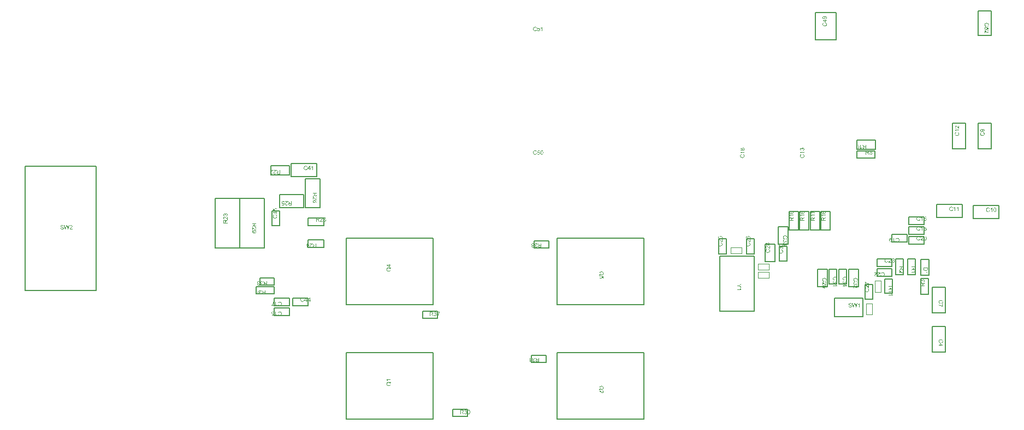
<source format=gbr>
G04*
G04 #@! TF.GenerationSoftware,Altium Limited,Altium Designer,25.5.2 (35)*
G04*
G04 Layer_Color=16711935*
%FSLAX25Y25*%
%MOIN*%
G70*
G04*
G04 #@! TF.SameCoordinates,CCCDE38D-7695-4EB3-ABC8-F25FB468ABE4*
G04*
G04*
G04 #@! TF.FilePolarity,Positive*
G04*
G01*
G75*
%ADD11C,0.00787*%
%ADD12C,0.00394*%
G36*
X634023Y206351D02*
X634021Y206328D01*
Y206300D01*
X634019Y206268D01*
X634017Y206232D01*
X634016Y206192D01*
X634012Y206153D01*
X634006Y206111D01*
X633995Y206026D01*
X633987Y205984D01*
X633978Y205943D01*
X633966Y205905D01*
X633955Y205871D01*
Y205869D01*
X633951Y205863D01*
X633948Y205854D01*
X633942Y205842D01*
X633934Y205827D01*
X633925Y205810D01*
X633914Y205791D01*
X633900Y205771D01*
X633883Y205748D01*
X633866Y205725D01*
X633847Y205703D01*
X633825Y205678D01*
X633802Y205655D01*
X633776Y205633D01*
X633745Y205612D01*
X633715Y205591D01*
X633713Y205589D01*
X633708Y205587D01*
X633698Y205582D01*
X633685Y205574D01*
X633670Y205567D01*
X633649Y205557D01*
X633628Y205548D01*
X633603Y205538D01*
X633575Y205529D01*
X633547Y205519D01*
X633515Y205510D01*
X633483Y205502D01*
X633411Y205489D01*
X633373Y205487D01*
X633335Y205485D01*
X633331D01*
X633324D01*
X633309Y205487D01*
X633290D01*
X633267Y205491D01*
X633241Y205495D01*
X633210Y205500D01*
X633178Y205506D01*
X633142Y205516D01*
X633107Y205527D01*
X633069Y205542D01*
X633031Y205559D01*
X632993Y205578D01*
X632953Y205603D01*
X632917Y205629D01*
X632881Y205659D01*
X632880Y205661D01*
X632874Y205667D01*
X632865Y205678D01*
X632851Y205691D01*
X632838Y205710D01*
X632821Y205733D01*
X632802Y205759D01*
X632783Y205791D01*
X632764Y205827D01*
X632744Y205867D01*
X632725Y205911D01*
X632706Y205960D01*
X632689Y206011D01*
X632674Y206069D01*
X632660Y206130D01*
X632649Y206196D01*
Y206194D01*
X632647Y206190D01*
X632643Y206183D01*
X632638Y206173D01*
X632632Y206164D01*
X632626Y206151D01*
X632609Y206120D01*
X632590Y206088D01*
X632568Y206056D01*
X632545Y206024D01*
X632522Y205996D01*
X632521Y205994D01*
X632517Y205988D01*
X632509Y205980D01*
X632498Y205971D01*
X632485Y205958D01*
X632470Y205943D01*
X632451Y205924D01*
X632430Y205905D01*
X632407Y205884D01*
X632381Y205863D01*
X632354Y205841D01*
X632324Y205816D01*
X632292Y205791D01*
X632258Y205767D01*
X632186Y205718D01*
X631500Y205283D01*
Y205699D01*
X632025Y206033D01*
X632027Y206035D01*
X632035Y206039D01*
X632048Y206047D01*
X632063Y206058D01*
X632082Y206069D01*
X632103Y206084D01*
X632127Y206100D01*
X632154Y206118D01*
X632209Y206156D01*
X632267Y206196D01*
X632322Y206236D01*
X632349Y206255D01*
X632371Y206273D01*
X632373Y206275D01*
X632377Y206277D01*
X632383Y206283D01*
X632390Y206289D01*
X632413Y206308D01*
X632437Y206330D01*
X632466Y206357D01*
X632494Y206385D01*
X632519Y206415D01*
X632540Y206444D01*
X632541Y206447D01*
X632547Y206457D01*
X632556Y206470D01*
X632566Y206491D01*
X632577Y206514D01*
X632589Y206538D01*
X632600Y206566D01*
X632608Y206595D01*
Y206597D01*
X632609Y206606D01*
X632611Y206619D01*
X632615Y206638D01*
X632617Y206665D01*
X632619Y206697D01*
X632621Y206735D01*
Y207166D01*
X631500D01*
Y207500D01*
X634023D01*
Y206351D01*
D02*
G37*
G36*
X633401Y204847D02*
X633405Y204839D01*
X633413Y204826D01*
X633422Y204807D01*
X633433Y204784D01*
X633447Y204758D01*
X633464Y204729D01*
X633483Y204697D01*
X633503Y204661D01*
X633526Y204625D01*
X633577Y204550D01*
X633634Y204472D01*
X633696Y204397D01*
X633698Y204395D01*
X633704Y204387D01*
X633713Y204378D01*
X633726Y204364D01*
X633742Y204349D01*
X633760Y204330D01*
X633781Y204310D01*
X633804Y204289D01*
X633828Y204266D01*
X633855Y204244D01*
X633912Y204198D01*
X633972Y204157D01*
X634004Y204138D01*
X634034Y204121D01*
Y203920D01*
X631500D01*
Y204230D01*
X633473D01*
X633471Y204232D01*
X633469Y204236D01*
X633462Y204242D01*
X633454Y204251D01*
X633445Y204262D01*
X633433Y204276D01*
X633420Y204291D01*
X633407Y204310D01*
X633392Y204330D01*
X633375Y204351D01*
X633356Y204376D01*
X633339Y204402D01*
X633299Y204461D01*
X633259Y204525D01*
X633258Y204527D01*
X633256Y204533D01*
X633250Y204542D01*
X633243Y204555D01*
X633233Y204572D01*
X633224Y204590D01*
X633212Y204610D01*
X633201Y204633D01*
X633175Y204684D01*
X633148Y204739D01*
X633123Y204796D01*
X633101Y204850D01*
X633399D01*
X633401Y204847D01*
D02*
G37*
G36*
Y202887D02*
X633405Y202879D01*
X633413Y202866D01*
X633422Y202847D01*
X633433Y202824D01*
X633447Y202798D01*
X633464Y202769D01*
X633483Y202737D01*
X633503Y202701D01*
X633526Y202665D01*
X633577Y202590D01*
X633634Y202512D01*
X633696Y202437D01*
X633698Y202435D01*
X633704Y202427D01*
X633713Y202418D01*
X633726Y202405D01*
X633742Y202390D01*
X633760Y202371D01*
X633781Y202350D01*
X633804Y202329D01*
X633828Y202306D01*
X633855Y202284D01*
X633912Y202238D01*
X633972Y202197D01*
X634004Y202178D01*
X634034Y202161D01*
Y201960D01*
X631500D01*
Y202270D01*
X633473D01*
X633471Y202272D01*
X633469Y202276D01*
X633462Y202282D01*
X633454Y202291D01*
X633445Y202303D01*
X633433Y202316D01*
X633420Y202331D01*
X633407Y202350D01*
X633392Y202371D01*
X633375Y202391D01*
X633356Y202416D01*
X633339Y202442D01*
X633299Y202501D01*
X633259Y202565D01*
X633258Y202567D01*
X633256Y202573D01*
X633250Y202582D01*
X633243Y202595D01*
X633233Y202612D01*
X633224Y202629D01*
X633212Y202650D01*
X633201Y202673D01*
X633175Y202724D01*
X633148Y202779D01*
X633123Y202835D01*
X633101Y202890D01*
X633399D01*
X633401Y202887D01*
D02*
G37*
G36*
X260000Y275977D02*
X258851D01*
X258828Y275979D01*
X258800D01*
X258768Y275981D01*
X258732Y275983D01*
X258692Y275985D01*
X258652Y275988D01*
X258611Y275994D01*
X258526Y276005D01*
X258484Y276013D01*
X258443Y276022D01*
X258405Y276034D01*
X258371Y276045D01*
X258369D01*
X258363Y276049D01*
X258354Y276052D01*
X258343Y276058D01*
X258327Y276066D01*
X258310Y276075D01*
X258292Y276086D01*
X258271Y276100D01*
X258248Y276117D01*
X258225Y276134D01*
X258203Y276153D01*
X258178Y276175D01*
X258155Y276198D01*
X258133Y276224D01*
X258112Y276255D01*
X258091Y276285D01*
X258089Y276287D01*
X258087Y276292D01*
X258082Y276302D01*
X258074Y276315D01*
X258067Y276330D01*
X258057Y276351D01*
X258048Y276372D01*
X258038Y276396D01*
X258029Y276425D01*
X258019Y276453D01*
X258010Y276485D01*
X258002Y276517D01*
X257989Y276589D01*
X257987Y276627D01*
X257985Y276665D01*
Y276669D01*
Y276676D01*
X257987Y276691D01*
Y276710D01*
X257991Y276733D01*
X257995Y276759D01*
X258000Y276790D01*
X258006Y276822D01*
X258015Y276858D01*
X258027Y276894D01*
X258042Y276931D01*
X258059Y276969D01*
X258078Y277007D01*
X258102Y277047D01*
X258129Y277082D01*
X258159Y277118D01*
X258161Y277120D01*
X258167Y277126D01*
X258178Y277135D01*
X258191Y277149D01*
X258210Y277162D01*
X258233Y277179D01*
X258259Y277198D01*
X258292Y277217D01*
X258327Y277236D01*
X258367Y277256D01*
X258411Y277275D01*
X258460Y277294D01*
X258511Y277311D01*
X258569Y277326D01*
X258630Y277340D01*
X258696Y277351D01*
X258694D01*
X258690Y277353D01*
X258683Y277357D01*
X258673Y277362D01*
X258664Y277368D01*
X258651Y277374D01*
X258620Y277391D01*
X258588Y277410D01*
X258556Y277432D01*
X258524Y277455D01*
X258496Y277478D01*
X258494Y277479D01*
X258488Y277483D01*
X258481Y277491D01*
X258471Y277502D01*
X258458Y277515D01*
X258443Y277531D01*
X258424Y277549D01*
X258405Y277570D01*
X258384Y277593D01*
X258363Y277619D01*
X258341Y277646D01*
X258316Y277676D01*
X258292Y277708D01*
X258267Y277742D01*
X258218Y277814D01*
X257783Y278500D01*
X258199D01*
X258533Y277975D01*
X258535Y277973D01*
X258539Y277965D01*
X258547Y277952D01*
X258558Y277937D01*
X258569Y277918D01*
X258584Y277897D01*
X258600Y277873D01*
X258618Y277846D01*
X258656Y277791D01*
X258696Y277733D01*
X258736Y277678D01*
X258754Y277651D01*
X258773Y277629D01*
X258775Y277627D01*
X258777Y277623D01*
X258783Y277617D01*
X258789Y277610D01*
X258807Y277587D01*
X258830Y277563D01*
X258857Y277534D01*
X258885Y277506D01*
X258915Y277481D01*
X258944Y277461D01*
X258947Y277459D01*
X258957Y277453D01*
X258970Y277444D01*
X258991Y277434D01*
X259014Y277423D01*
X259038Y277411D01*
X259066Y277400D01*
X259095Y277393D01*
X259097D01*
X259106Y277391D01*
X259119Y277389D01*
X259138Y277385D01*
X259165Y277383D01*
X259197Y277381D01*
X259235Y277379D01*
X259665D01*
Y278500D01*
X260000D01*
Y275977D01*
D02*
G37*
G36*
X257628Y278498D02*
Y278494D01*
Y278489D01*
Y278481D01*
Y278472D01*
X257626Y278458D01*
X257624Y278432D01*
X257621Y278398D01*
X257615Y278362D01*
X257605Y278324D01*
X257592Y278287D01*
Y278285D01*
X257588Y278279D01*
X257585Y278270D01*
X257581Y278258D01*
X257573Y278241D01*
X257566Y278224D01*
X257554Y278203D01*
X257543Y278181D01*
X257530Y278156D01*
X257515Y278130D01*
X257481Y278073D01*
X257439Y278014D01*
X257390Y277952D01*
X257388Y277950D01*
X257382Y277944D01*
X257375Y277935D01*
X257364Y277922D01*
X257348Y277907D01*
X257331Y277888D01*
X257311Y277867D01*
X257286Y277842D01*
X257259Y277814D01*
X257229Y277786D01*
X257195Y277753D01*
X257159Y277721D01*
X257120Y277685D01*
X257076Y277648D01*
X257031Y277610D01*
X256984Y277570D01*
X256982Y277568D01*
X256980Y277566D01*
X256974Y277561D01*
X256965Y277555D01*
X256955Y277548D01*
X256944Y277538D01*
X256918Y277514D01*
X256883Y277485D01*
X256846Y277453D01*
X256804Y277415D01*
X256759Y277376D01*
X256713Y277334D01*
X256666Y277291D01*
X256621Y277247D01*
X256575Y277202D01*
X256532Y277158D01*
X256492Y277115D01*
X256456Y277073D01*
X256426Y277035D01*
X256424Y277033D01*
X256420Y277026D01*
X256413Y277016D01*
X256403Y277001D01*
X256392Y276984D01*
X256381Y276963D01*
X256367Y276939D01*
X256352Y276914D01*
X256339Y276886D01*
X256326Y276856D01*
X256303Y276793D01*
X256294Y276761D01*
X256286Y276727D01*
X256282Y276695D01*
X256280Y276661D01*
Y276659D01*
Y276654D01*
Y276642D01*
X256282Y276631D01*
X256284Y276614D01*
X256288Y276595D01*
X256292Y276574D01*
X256297Y276553D01*
X256303Y276529D01*
X256313Y276504D01*
X256324Y276478D01*
X256335Y276451D01*
X256352Y276425D01*
X256369Y276398D01*
X256390Y276374D01*
X256413Y276349D01*
X256415Y276347D01*
X256418Y276344D01*
X256426Y276338D01*
X256437Y276328D01*
X256451Y276319D01*
X256466Y276309D01*
X256485Y276298D01*
X256505Y276285D01*
X256528Y276274D01*
X256555Y276262D01*
X256583Y276253D01*
X256613Y276241D01*
X256647Y276234D01*
X256681Y276228D01*
X256717Y276224D01*
X256757Y276223D01*
X256778D01*
X256795Y276224D01*
X256814Y276226D01*
X256834Y276230D01*
X256859Y276234D01*
X256885Y276240D01*
X256914Y276247D01*
X256944Y276255D01*
X256974Y276266D01*
X257004Y276279D01*
X257035Y276294D01*
X257063Y276313D01*
X257091Y276332D01*
X257118Y276357D01*
X257120Y276359D01*
X257123Y276362D01*
X257131Y276370D01*
X257139Y276381D01*
X257148Y276395D01*
X257159Y276412D01*
X257173Y276431D01*
X257184Y276453D01*
X257197Y276478D01*
X257210Y276506D01*
X257222Y276536D01*
X257231Y276570D01*
X257239Y276604D01*
X257246Y276644D01*
X257250Y276684D01*
X257252Y276727D01*
X257570Y276695D01*
Y276693D01*
Y276691D01*
X257568Y276686D01*
Y276680D01*
X257566Y276661D01*
X257562Y276637D01*
X257556Y276606D01*
X257549Y276572D01*
X257539Y276535D01*
X257526Y276495D01*
X257513Y276451D01*
X257496Y276406D01*
X257475Y276361D01*
X257452Y276317D01*
X257426Y276272D01*
X257396Y276230D01*
X257362Y276190D01*
X257324Y276153D01*
X257322Y276151D01*
X257314Y276145D01*
X257301Y276136D01*
X257284Y276122D01*
X257263Y276109D01*
X257237Y276094D01*
X257207Y276077D01*
X257173Y276058D01*
X257133Y276041D01*
X257089Y276024D01*
X257042Y276009D01*
X256991Y275994D01*
X256936Y275983D01*
X256880Y275973D01*
X256817Y275968D01*
X256751Y275966D01*
X256734D01*
X256717Y275968D01*
X256691Y275969D01*
X256660Y275971D01*
X256625Y275977D01*
X256585Y275983D01*
X256543Y275990D01*
X256498Y276002D01*
X256451Y276015D01*
X256403Y276032D01*
X256356Y276051D01*
X256309Y276073D01*
X256262Y276102D01*
X256218Y276132D01*
X256177Y276168D01*
X256175Y276170D01*
X256167Y276177D01*
X256158Y276189D01*
X256143Y276204D01*
X256127Y276224D01*
X256108Y276247D01*
X256090Y276275D01*
X256069Y276306D01*
X256050Y276340D01*
X256031Y276378D01*
X256012Y276419D01*
X255997Y276463D01*
X255982Y276510D01*
X255973Y276561D01*
X255965Y276612D01*
X255963Y276667D01*
Y276669D01*
Y276674D01*
Y276682D01*
Y276693D01*
X255965Y276706D01*
X255967Y276724D01*
X255969Y276741D01*
X255971Y276761D01*
X255978Y276807D01*
X255990Y276858D01*
X256005Y276912D01*
X256025Y276967D01*
Y276969D01*
X256029Y276973D01*
X256033Y276982D01*
X256037Y276992D01*
X256044Y277005D01*
X256052Y277022D01*
X256063Y277039D01*
X256075Y277060D01*
X256088Y277082D01*
X256103Y277107D01*
X256139Y277158D01*
X256180Y277215D01*
X256205Y277245D01*
X256231Y277275D01*
X256233Y277277D01*
X256239Y277283D01*
X256246Y277292D01*
X256260Y277306D01*
X256275Y277321D01*
X256294Y277342D01*
X256318Y277364D01*
X256345Y277391D01*
X256377Y277421D01*
X256411Y277455D01*
X256451Y277491D01*
X256494Y277531D01*
X256541Y277574D01*
X256592Y277619D01*
X256649Y277668D01*
X256710Y277719D01*
X256713Y277721D01*
X256721Y277729D01*
X256736Y277742D01*
X256755Y277757D01*
X256776Y277776D01*
X256802Y277797D01*
X256829Y277821D01*
X256859Y277846D01*
X256919Y277899D01*
X256978Y277952D01*
X257004Y277976D01*
X257029Y277999D01*
X257050Y278020D01*
X257067Y278037D01*
X257071Y278041D01*
X257080Y278052D01*
X257095Y278067D01*
X257112Y278088D01*
X257135Y278115D01*
X257156Y278143D01*
X257178Y278173D01*
X257199Y278203D01*
X255959D01*
Y278500D01*
X257628D01*
Y278498D01*
D02*
G37*
G36*
X255668D02*
Y278494D01*
Y278489D01*
Y278481D01*
Y278472D01*
X255666Y278458D01*
X255664Y278432D01*
X255661Y278398D01*
X255655Y278362D01*
X255645Y278324D01*
X255632Y278287D01*
Y278285D01*
X255628Y278279D01*
X255625Y278270D01*
X255621Y278258D01*
X255613Y278241D01*
X255606Y278224D01*
X255594Y278203D01*
X255583Y278181D01*
X255570Y278156D01*
X255555Y278130D01*
X255521Y278073D01*
X255479Y278014D01*
X255430Y277952D01*
X255428Y277950D01*
X255422Y277944D01*
X255415Y277935D01*
X255404Y277922D01*
X255388Y277907D01*
X255371Y277888D01*
X255351Y277867D01*
X255326Y277842D01*
X255300Y277814D01*
X255269Y277786D01*
X255235Y277753D01*
X255199Y277721D01*
X255160Y277685D01*
X255116Y277648D01*
X255071Y277610D01*
X255024Y277570D01*
X255022Y277568D01*
X255020Y277566D01*
X255014Y277561D01*
X255005Y277555D01*
X254995Y277548D01*
X254984Y277538D01*
X254958Y277514D01*
X254924Y277485D01*
X254886Y277453D01*
X254844Y277415D01*
X254799Y277376D01*
X254753Y277334D01*
X254706Y277291D01*
X254661Y277247D01*
X254615Y277202D01*
X254572Y277158D01*
X254532Y277115D01*
X254496Y277073D01*
X254466Y277035D01*
X254464Y277033D01*
X254461Y277026D01*
X254453Y277016D01*
X254443Y277001D01*
X254432Y276984D01*
X254421Y276963D01*
X254408Y276939D01*
X254392Y276914D01*
X254379Y276886D01*
X254366Y276856D01*
X254343Y276793D01*
X254334Y276761D01*
X254326Y276727D01*
X254323Y276695D01*
X254321Y276661D01*
Y276659D01*
Y276654D01*
Y276642D01*
X254323Y276631D01*
X254324Y276614D01*
X254328Y276595D01*
X254332Y276574D01*
X254338Y276553D01*
X254343Y276529D01*
X254353Y276504D01*
X254364Y276478D01*
X254375Y276451D01*
X254392Y276425D01*
X254409Y276398D01*
X254430Y276374D01*
X254453Y276349D01*
X254455Y276347D01*
X254459Y276344D01*
X254466Y276338D01*
X254478Y276328D01*
X254491Y276319D01*
X254506Y276309D01*
X254525Y276298D01*
X254545Y276285D01*
X254568Y276274D01*
X254595Y276262D01*
X254623Y276253D01*
X254653Y276241D01*
X254687Y276234D01*
X254721Y276228D01*
X254757Y276224D01*
X254797Y276223D01*
X254818D01*
X254835Y276224D01*
X254854Y276226D01*
X254874Y276230D01*
X254899Y276234D01*
X254925Y276240D01*
X254954Y276247D01*
X254984Y276255D01*
X255014Y276266D01*
X255045Y276279D01*
X255075Y276294D01*
X255103Y276313D01*
X255131Y276332D01*
X255158Y276357D01*
X255160Y276359D01*
X255164Y276362D01*
X255171Y276370D01*
X255179Y276381D01*
X255188Y276395D01*
X255199Y276412D01*
X255213Y276431D01*
X255224Y276453D01*
X255237Y276478D01*
X255251Y276506D01*
X255262Y276536D01*
X255271Y276570D01*
X255279Y276604D01*
X255286Y276644D01*
X255290Y276684D01*
X255292Y276727D01*
X255610Y276695D01*
Y276693D01*
Y276691D01*
X255608Y276686D01*
Y276680D01*
X255606Y276661D01*
X255602Y276637D01*
X255596Y276606D01*
X255589Y276572D01*
X255579Y276535D01*
X255566Y276495D01*
X255553Y276451D01*
X255536Y276406D01*
X255515Y276361D01*
X255492Y276317D01*
X255466Y276272D01*
X255436Y276230D01*
X255402Y276190D01*
X255364Y276153D01*
X255362Y276151D01*
X255354Y276145D01*
X255341Y276136D01*
X255324Y276122D01*
X255303Y276109D01*
X255277Y276094D01*
X255247Y276077D01*
X255213Y276058D01*
X255173Y276041D01*
X255130Y276024D01*
X255082Y276009D01*
X255031Y275994D01*
X254976Y275983D01*
X254920Y275973D01*
X254857Y275968D01*
X254791Y275966D01*
X254774D01*
X254757Y275968D01*
X254731Y275969D01*
X254700Y275971D01*
X254665Y275977D01*
X254625Y275983D01*
X254583Y275990D01*
X254538Y276002D01*
X254491Y276015D01*
X254443Y276032D01*
X254396Y276051D01*
X254349Y276073D01*
X254302Y276102D01*
X254258Y276132D01*
X254217Y276168D01*
X254215Y276170D01*
X254207Y276177D01*
X254198Y276189D01*
X254183Y276204D01*
X254168Y276224D01*
X254149Y276247D01*
X254130Y276275D01*
X254109Y276306D01*
X254090Y276340D01*
X254071Y276378D01*
X254052Y276419D01*
X254037Y276463D01*
X254022Y276510D01*
X254012Y276561D01*
X254005Y276612D01*
X254003Y276667D01*
Y276669D01*
Y276674D01*
Y276682D01*
Y276693D01*
X254005Y276706D01*
X254007Y276724D01*
X254009Y276741D01*
X254011Y276761D01*
X254018Y276807D01*
X254029Y276858D01*
X254045Y276912D01*
X254065Y276967D01*
Y276969D01*
X254069Y276973D01*
X254073Y276982D01*
X254077Y276992D01*
X254084Y277005D01*
X254092Y277022D01*
X254103Y277039D01*
X254115Y277060D01*
X254128Y277082D01*
X254143Y277107D01*
X254179Y277158D01*
X254220Y277215D01*
X254245Y277245D01*
X254272Y277275D01*
X254273Y277277D01*
X254279Y277283D01*
X254287Y277292D01*
X254300Y277306D01*
X254315Y277321D01*
X254334Y277342D01*
X254358Y277364D01*
X254385Y277391D01*
X254417Y277421D01*
X254451Y277455D01*
X254491Y277491D01*
X254534Y277531D01*
X254581Y277574D01*
X254632Y277619D01*
X254689Y277668D01*
X254750Y277719D01*
X254753Y277721D01*
X254761Y277729D01*
X254776Y277742D01*
X254795Y277757D01*
X254816Y277776D01*
X254842Y277797D01*
X254869Y277821D01*
X254899Y277846D01*
X254959Y277899D01*
X255018Y277952D01*
X255045Y277976D01*
X255069Y277999D01*
X255090Y278020D01*
X255107Y278037D01*
X255111Y278041D01*
X255120Y278052D01*
X255135Y278067D01*
X255152Y278088D01*
X255175Y278115D01*
X255196Y278143D01*
X255218Y278173D01*
X255239Y278203D01*
X253999D01*
Y278500D01*
X255668D01*
Y278498D01*
D02*
G37*
G36*
X275725Y281108D02*
X275751Y281106D01*
X275785Y281104D01*
X275821Y281101D01*
X275865Y281093D01*
X275910Y281085D01*
X275959Y281076D01*
X276010Y281063D01*
X276063Y281048D01*
X276116Y281029D01*
X276171Y281006D01*
X276224Y280981D01*
X276275Y280951D01*
X276324Y280917D01*
X276328Y280915D01*
X276335Y280908D01*
X276348Y280896D01*
X276365Y280881D01*
X276386Y280862D01*
X276411Y280838D01*
X276437Y280809D01*
X276466Y280777D01*
X276496Y280742D01*
X276526Y280700D01*
X276556Y280656D01*
X276585Y280607D01*
X276613Y280554D01*
X276639Y280498D01*
X276664Y280439D01*
X276685Y280375D01*
X276356Y280297D01*
X276354Y280301D01*
X276352Y280309D01*
X276346Y280324D01*
X276339Y280343D01*
X276329Y280365D01*
X276320Y280390D01*
X276307Y280420D01*
X276292Y280450D01*
X276273Y280483D01*
X276254Y280517D01*
X276233Y280549D01*
X276210Y280583D01*
X276186Y280615D01*
X276159Y280645D01*
X276131Y280674D01*
X276101Y280698D01*
X276099Y280700D01*
X276093Y280704D01*
X276084Y280709D01*
X276070Y280719D01*
X276055Y280728D01*
X276035Y280738D01*
X276012Y280749D01*
X275986Y280762D01*
X275957Y280774D01*
X275925Y280785D01*
X275891Y280794D01*
X275853Y280806D01*
X275814Y280813D01*
X275772Y280819D01*
X275729Y280823D01*
X275681Y280825D01*
X275653D01*
X275634Y280823D01*
X275607Y280821D01*
X275579Y280817D01*
X275547Y280813D01*
X275513Y280808D01*
X275475Y280800D01*
X275435Y280791D01*
X275396Y280779D01*
X275354Y280766D01*
X275313Y280749D01*
X275273Y280730D01*
X275233Y280709D01*
X275196Y280685D01*
X275194Y280683D01*
X275188Y280679D01*
X275177Y280670D01*
X275163Y280660D01*
X275148Y280645D01*
X275129Y280628D01*
X275110Y280607D01*
X275088Y280585D01*
X275065Y280560D01*
X275042Y280532D01*
X275020Y280502D01*
X274997Y280467D01*
X274976Y280432D01*
X274955Y280392D01*
X274938Y280352D01*
X274921Y280309D01*
Y280307D01*
X274918Y280297D01*
X274914Y280286D01*
X274910Y280269D01*
X274904Y280246D01*
X274897Y280222D01*
X274889Y280193D01*
X274884Y280161D01*
X274876Y280125D01*
X274868Y280088D01*
X274863Y280048D01*
X274855Y280006D01*
X274848Y279918D01*
X274844Y279825D01*
Y279821D01*
Y279810D01*
Y279793D01*
X274846Y279770D01*
X274848Y279744D01*
X274850Y279710D01*
X274851Y279674D01*
X274855Y279634D01*
X274861Y279591D01*
X274867Y279547D01*
X274884Y279452D01*
X274893Y279403D01*
X274906Y279356D01*
X274920Y279307D01*
X274937Y279262D01*
X274938Y279260D01*
X274940Y279250D01*
X274946Y279239D01*
X274954Y279222D01*
X274965Y279203D01*
X274976Y279180D01*
X274991Y279154D01*
X275008Y279127D01*
X275027Y279097D01*
X275050Y279069D01*
X275073Y279039D01*
X275099Y279008D01*
X275127Y278980D01*
X275160Y278952D01*
X275192Y278927D01*
X275228Y278903D01*
X275230Y278901D01*
X275237Y278897D01*
X275248Y278891D01*
X275262Y278884D01*
X275280Y278876D01*
X275303Y278865D01*
X275328Y278855D01*
X275356Y278844D01*
X275386Y278833D01*
X275420Y278823D01*
X275454Y278812D01*
X275492Y278804D01*
X275532Y278797D01*
X275572Y278791D01*
X275613Y278787D01*
X275657Y278785D01*
X275670D01*
X275683Y278787D01*
X275704D01*
X275727Y278791D01*
X275755Y278795D01*
X275787Y278799D01*
X275821Y278806D01*
X275857Y278814D01*
X275895Y278825D01*
X275935Y278838D01*
X275974Y278853D01*
X276014Y278872D01*
X276054Y278893D01*
X276091Y278918D01*
X276129Y278946D01*
X276131Y278948D01*
X276139Y278954D01*
X276148Y278963D01*
X276161Y278976D01*
X276176Y278993D01*
X276195Y279014D01*
X276214Y279039D01*
X276235Y279067D01*
X276258Y279099D01*
X276278Y279135D01*
X276301Y279175D01*
X276324Y279216D01*
X276343Y279263D01*
X276362Y279314D01*
X276379Y279367D01*
X276394Y279426D01*
X276728Y279343D01*
Y279341D01*
X276726Y279339D01*
Y279333D01*
X276723Y279324D01*
X276721Y279314D01*
X276717Y279303D01*
X276708Y279275D01*
X276696Y279241D01*
X276681Y279201D01*
X276662Y279158D01*
X276641Y279110D01*
X276617Y279059D01*
X276590Y279008D01*
X276558Y278957D01*
X276524Y278904D01*
X276486Y278853D01*
X276445Y278804D01*
X276399Y278759D01*
X276350Y278715D01*
X276346Y278713D01*
X276337Y278706D01*
X276322Y278696D01*
X276301Y278681D01*
X276275Y278666D01*
X276242Y278647D01*
X276207Y278628D01*
X276165Y278608D01*
X276118Y278587D01*
X276069Y278568D01*
X276014Y278549D01*
X275953Y278534D01*
X275891Y278521D01*
X275825Y278509D01*
X275755Y278502D01*
X275683Y278500D01*
X275655D01*
X275643Y278502D01*
X275615D01*
X275581Y278506D01*
X275541Y278509D01*
X275496Y278513D01*
X275449Y278521D01*
X275396Y278530D01*
X275343Y278540D01*
X275288Y278553D01*
X275233Y278570D01*
X275177Y278589D01*
X275124Y278610D01*
X275071Y278636D01*
X275022Y278664D01*
X275018Y278666D01*
X275010Y278672D01*
X274997Y278681D01*
X274980Y278695D01*
X274959Y278713D01*
X274935Y278734D01*
X274906Y278759D01*
X274878Y278787D01*
X274846Y278819D01*
X274814Y278855D01*
X274782Y278895D01*
X274749Y278938D01*
X274717Y278984D01*
X274687Y279035D01*
X274659Y279090D01*
X274632Y279146D01*
X274630Y279150D01*
X274627Y279162D01*
X274621Y279179D01*
X274611Y279201D01*
X274602Y279231D01*
X274591Y279265D01*
X274579Y279305D01*
X274566Y279349D01*
X274555Y279398D01*
X274541Y279451D01*
X274530Y279505D01*
X274521Y279566D01*
X274511Y279626D01*
X274506Y279691D01*
X274502Y279757D01*
X274500Y279823D01*
Y279825D01*
Y279827D01*
Y279832D01*
Y279840D01*
Y279849D01*
X274502Y279861D01*
Y279889D01*
X274504Y279923D01*
X274507Y279963D01*
X274513Y280008D01*
X274519Y280057D01*
X274526Y280110D01*
X274536Y280165D01*
X274549Y280222D01*
X274562Y280280D01*
X274579Y280339D01*
X274600Y280398D01*
X274623Y280454D01*
X274649Y280511D01*
X274651Y280515D01*
X274657Y280524D01*
X274664Y280539D01*
X274678Y280560D01*
X274693Y280583D01*
X274712Y280611D01*
X274734Y280643D01*
X274759Y280677D01*
X274787Y280711D01*
X274819Y280749D01*
X274855Y280785D01*
X274893Y280823D01*
X274935Y280859D01*
X274978Y280895D01*
X275025Y280927D01*
X275076Y280957D01*
X275080Y280959D01*
X275090Y280964D01*
X275105Y280972D01*
X275126Y280981D01*
X275152Y280993D01*
X275182Y281006D01*
X275218Y281019D01*
X275258Y281034D01*
X275301Y281048D01*
X275349Y281061D01*
X275398Y281074D01*
X275452Y281085D01*
X275507Y281097D01*
X275566Y281104D01*
X275626Y281108D01*
X275689Y281110D01*
X275706D01*
X275725Y281108D01*
D02*
G37*
G36*
X280142Y278543D02*
X279832D01*
Y280517D01*
X279830Y280515D01*
X279826Y280513D01*
X279820Y280505D01*
X279811Y280498D01*
X279800Y280488D01*
X279786Y280477D01*
X279771Y280464D01*
X279752Y280450D01*
X279731Y280435D01*
X279711Y280418D01*
X279686Y280399D01*
X279660Y280382D01*
X279601Y280343D01*
X279537Y280303D01*
X279535Y280301D01*
X279529Y280299D01*
X279520Y280294D01*
X279507Y280286D01*
X279490Y280276D01*
X279472Y280267D01*
X279452Y280256D01*
X279429Y280244D01*
X279378Y280218D01*
X279323Y280191D01*
X279267Y280167D01*
X279212Y280144D01*
Y280443D01*
X279216Y280445D01*
X279223Y280449D01*
X279236Y280456D01*
X279255Y280466D01*
X279278Y280477D01*
X279304Y280490D01*
X279333Y280507D01*
X279365Y280526D01*
X279401Y280547D01*
X279437Y280570D01*
X279512Y280621D01*
X279590Y280677D01*
X279665Y280740D01*
X279667Y280742D01*
X279675Y280747D01*
X279684Y280757D01*
X279697Y280770D01*
X279713Y280785D01*
X279731Y280804D01*
X279752Y280825D01*
X279773Y280847D01*
X279796Y280872D01*
X279818Y280898D01*
X279864Y280955D01*
X279905Y281015D01*
X279924Y281048D01*
X279941Y281078D01*
X280142D01*
Y278543D01*
D02*
G37*
G36*
X278318Y279430D02*
X278658D01*
Y279146D01*
X278318D01*
Y278543D01*
X278008D01*
Y279146D01*
X276913D01*
Y279430D01*
X278064Y281065D01*
X278318D01*
Y279430D01*
D02*
G37*
G36*
X282567Y263351D02*
X282565Y263328D01*
Y263300D01*
X282563Y263268D01*
X282561Y263232D01*
X282559Y263192D01*
X282555Y263153D01*
X282550Y263111D01*
X282538Y263026D01*
X282531Y262984D01*
X282521Y262943D01*
X282510Y262905D01*
X282499Y262871D01*
Y262869D01*
X282495Y262863D01*
X282491Y262854D01*
X282485Y262842D01*
X282478Y262827D01*
X282468Y262810D01*
X282457Y262791D01*
X282444Y262771D01*
X282427Y262748D01*
X282410Y262725D01*
X282391Y262703D01*
X282368Y262678D01*
X282345Y262655D01*
X282319Y262633D01*
X282289Y262612D01*
X282259Y262591D01*
X282257Y262589D01*
X282251Y262587D01*
X282242Y262582D01*
X282228Y262574D01*
X282213Y262567D01*
X282192Y262557D01*
X282172Y262548D01*
X282147Y262538D01*
X282119Y262529D01*
X282090Y262519D01*
X282058Y262510D01*
X282026Y262502D01*
X281954Y262489D01*
X281916Y262487D01*
X281879Y262485D01*
X281875D01*
X281867D01*
X281852Y262487D01*
X281833D01*
X281811Y262491D01*
X281784Y262495D01*
X281754Y262500D01*
X281722Y262506D01*
X281686Y262515D01*
X281650Y262527D01*
X281612Y262542D01*
X281574Y262559D01*
X281537Y262578D01*
X281497Y262602D01*
X281461Y262629D01*
X281425Y262659D01*
X281423Y262661D01*
X281417Y262667D01*
X281408Y262678D01*
X281395Y262691D01*
X281382Y262710D01*
X281364Y262733D01*
X281346Y262759D01*
X281327Y262791D01*
X281308Y262827D01*
X281287Y262867D01*
X281268Y262911D01*
X281249Y262960D01*
X281232Y263011D01*
X281217Y263069D01*
X281204Y263130D01*
X281192Y263196D01*
Y263194D01*
X281191Y263190D01*
X281187Y263183D01*
X281181Y263173D01*
X281175Y263164D01*
X281170Y263151D01*
X281153Y263120D01*
X281134Y263088D01*
X281111Y263056D01*
X281089Y263024D01*
X281066Y262996D01*
X281064Y262994D01*
X281060Y262988D01*
X281053Y262981D01*
X281041Y262971D01*
X281028Y262958D01*
X281013Y262943D01*
X280994Y262924D01*
X280973Y262905D01*
X280951Y262884D01*
X280924Y262863D01*
X280898Y262841D01*
X280868Y262816D01*
X280835Y262791D01*
X280801Y262767D01*
X280730Y262718D01*
X280043Y262283D01*
Y262699D01*
X280569Y263033D01*
X280571Y263035D01*
X280578Y263039D01*
X280592Y263047D01*
X280607Y263058D01*
X280626Y263069D01*
X280646Y263084D01*
X280671Y263100D01*
X280697Y263119D01*
X280752Y263156D01*
X280811Y263196D01*
X280866Y263236D01*
X280892Y263254D01*
X280915Y263273D01*
X280917Y263275D01*
X280920Y263277D01*
X280926Y263283D01*
X280934Y263289D01*
X280956Y263307D01*
X280981Y263330D01*
X281009Y263357D01*
X281038Y263385D01*
X281062Y263415D01*
X281083Y263443D01*
X281085Y263447D01*
X281090Y263457D01*
X281100Y263470D01*
X281109Y263491D01*
X281121Y263513D01*
X281132Y263538D01*
X281143Y263566D01*
X281151Y263595D01*
Y263597D01*
X281153Y263606D01*
X281155Y263619D01*
X281158Y263638D01*
X281160Y263665D01*
X281162Y263697D01*
X281164Y263735D01*
Y264165D01*
X280043D01*
Y264500D01*
X282567D01*
Y263351D01*
D02*
G37*
G36*
X280085Y262126D02*
X280112Y262124D01*
X280146Y262121D01*
X280181Y262115D01*
X280219Y262105D01*
X280257Y262092D01*
X280259D01*
X280265Y262088D01*
X280274Y262085D01*
X280285Y262081D01*
X280302Y262073D01*
X280319Y262066D01*
X280340Y262054D01*
X280363Y262043D01*
X280387Y262030D01*
X280414Y262015D01*
X280471Y261981D01*
X280529Y261939D01*
X280592Y261890D01*
X280593Y261888D01*
X280599Y261882D01*
X280609Y261875D01*
X280622Y261863D01*
X280637Y261848D01*
X280656Y261831D01*
X280677Y261811D01*
X280701Y261786D01*
X280730Y261759D01*
X280758Y261729D01*
X280790Y261695D01*
X280822Y261659D01*
X280858Y261620D01*
X280896Y261576D01*
X280934Y261531D01*
X280973Y261484D01*
X280975Y261482D01*
X280977Y261480D01*
X280983Y261474D01*
X280988Y261465D01*
X280996Y261455D01*
X281005Y261444D01*
X281030Y261418D01*
X281058Y261383D01*
X281090Y261346D01*
X281128Y261304D01*
X281168Y261259D01*
X281209Y261213D01*
X281253Y261166D01*
X281296Y261121D01*
X281342Y261075D01*
X281385Y261032D01*
X281429Y260992D01*
X281470Y260956D01*
X281508Y260926D01*
X281510Y260924D01*
X281518Y260920D01*
X281527Y260913D01*
X281542Y260903D01*
X281559Y260892D01*
X281580Y260881D01*
X281605Y260868D01*
X281629Y260852D01*
X281658Y260839D01*
X281688Y260826D01*
X281750Y260803D01*
X281782Y260794D01*
X281816Y260786D01*
X281848Y260782D01*
X281882Y260781D01*
X281884D01*
X281890D01*
X281901D01*
X281913Y260782D01*
X281930Y260784D01*
X281948Y260788D01*
X281969Y260792D01*
X281990Y260798D01*
X282015Y260803D01*
X282039Y260813D01*
X282066Y260824D01*
X282092Y260835D01*
X282119Y260852D01*
X282145Y260869D01*
X282170Y260890D01*
X282194Y260913D01*
X282196Y260915D01*
X282200Y260918D01*
X282206Y260926D01*
X282215Y260937D01*
X282224Y260951D01*
X282234Y260966D01*
X282245Y260985D01*
X282259Y261005D01*
X282270Y261028D01*
X282281Y261055D01*
X282291Y261083D01*
X282302Y261113D01*
X282310Y261147D01*
X282315Y261181D01*
X282319Y261217D01*
X282321Y261257D01*
Y261278D01*
X282319Y261295D01*
X282317Y261314D01*
X282313Y261334D01*
X282310Y261359D01*
X282304Y261385D01*
X282296Y261414D01*
X282289Y261444D01*
X282277Y261474D01*
X282264Y261504D01*
X282249Y261535D01*
X282230Y261563D01*
X282211Y261591D01*
X282187Y261618D01*
X282185Y261620D01*
X282181Y261624D01*
X282173Y261631D01*
X282162Y261639D01*
X282149Y261648D01*
X282132Y261659D01*
X282113Y261673D01*
X282090Y261684D01*
X282066Y261697D01*
X282037Y261710D01*
X282007Y261722D01*
X281973Y261731D01*
X281939Y261739D01*
X281899Y261746D01*
X281860Y261750D01*
X281816Y261752D01*
X281848Y262070D01*
X281850D01*
X281852D01*
X281858Y262068D01*
X281863D01*
X281882Y262066D01*
X281907Y262062D01*
X281937Y262056D01*
X281971Y262049D01*
X282009Y262039D01*
X282049Y262026D01*
X282092Y262013D01*
X282137Y261996D01*
X282183Y261975D01*
X282226Y261952D01*
X282272Y261926D01*
X282313Y261896D01*
X282353Y261862D01*
X282391Y261824D01*
X282393Y261822D01*
X282398Y261814D01*
X282408Y261801D01*
X282421Y261784D01*
X282434Y261763D01*
X282449Y261737D01*
X282466Y261707D01*
X282485Y261673D01*
X282502Y261633D01*
X282519Y261589D01*
X282534Y261542D01*
X282550Y261491D01*
X282561Y261436D01*
X282570Y261380D01*
X282576Y261317D01*
X282578Y261251D01*
Y261234D01*
X282576Y261217D01*
X282574Y261191D01*
X282572Y261160D01*
X282567Y261124D01*
X282561Y261085D01*
X282553Y261043D01*
X282542Y260998D01*
X282529Y260951D01*
X282512Y260903D01*
X282493Y260856D01*
X282470Y260809D01*
X282442Y260762D01*
X282412Y260718D01*
X282376Y260677D01*
X282374Y260675D01*
X282366Y260667D01*
X282355Y260658D01*
X282340Y260643D01*
X282319Y260627D01*
X282296Y260609D01*
X282268Y260590D01*
X282238Y260569D01*
X282204Y260550D01*
X282166Y260531D01*
X282124Y260512D01*
X282081Y260497D01*
X282034Y260482D01*
X281983Y260472D01*
X281931Y260465D01*
X281877Y260463D01*
X281875D01*
X281869D01*
X281862D01*
X281850D01*
X281837Y260465D01*
X281820Y260467D01*
X281803Y260469D01*
X281782Y260471D01*
X281737Y260478D01*
X281686Y260490D01*
X281631Y260505D01*
X281576Y260525D01*
X281574D01*
X281571Y260529D01*
X281561Y260533D01*
X281552Y260537D01*
X281538Y260544D01*
X281521Y260552D01*
X281504Y260563D01*
X281484Y260575D01*
X281461Y260588D01*
X281436Y260603D01*
X281385Y260639D01*
X281329Y260680D01*
X281298Y260705D01*
X281268Y260731D01*
X281266Y260733D01*
X281261Y260739D01*
X281251Y260747D01*
X281238Y260760D01*
X281223Y260775D01*
X281202Y260794D01*
X281179Y260818D01*
X281153Y260845D01*
X281123Y260877D01*
X281089Y260911D01*
X281053Y260951D01*
X281013Y260994D01*
X280970Y261041D01*
X280924Y261092D01*
X280875Y261149D01*
X280824Y261210D01*
X280822Y261213D01*
X280815Y261221D01*
X280801Y261236D01*
X280786Y261255D01*
X280767Y261276D01*
X280747Y261302D01*
X280722Y261329D01*
X280697Y261359D01*
X280644Y261419D01*
X280592Y261478D01*
X280567Y261504D01*
X280544Y261529D01*
X280523Y261550D01*
X280506Y261567D01*
X280503Y261571D01*
X280491Y261580D01*
X280476Y261595D01*
X280455Y261612D01*
X280429Y261635D01*
X280401Y261656D01*
X280370Y261678D01*
X280340Y261699D01*
Y260459D01*
X280043D01*
Y262128D01*
X280045D01*
X280049D01*
X280055D01*
X280062D01*
X280072D01*
X280085Y262126D01*
D02*
G37*
G36*
X281272Y260140D02*
X281293D01*
X281315Y260138D01*
X281342D01*
X281372Y260136D01*
X281402Y260134D01*
X281436Y260130D01*
X281472Y260127D01*
X281548Y260119D01*
X281631Y260108D01*
X281716Y260094D01*
X281805Y260076D01*
X281894Y260055D01*
X281981Y260028D01*
X282066Y259996D01*
X282147Y259960D01*
X282185Y259941D01*
X282221Y259919D01*
X282255Y259896D01*
X282287Y259871D01*
X282291Y259870D01*
X282300Y259860D01*
X282313Y259847D01*
X282332Y259828D01*
X282355Y259805D01*
X282380Y259777D01*
X282406Y259743D01*
X282432Y259703D01*
X282459Y259662D01*
X282485Y259612D01*
X282510Y259561D01*
X282533Y259505D01*
X282552Y259444D01*
X282565Y259378D01*
X282574Y259310D01*
X282578Y259236D01*
Y259223D01*
X282576Y259208D01*
Y259187D01*
X282572Y259163D01*
X282569Y259133D01*
X282565Y259100D01*
X282557Y259064D01*
X282548Y259027D01*
X282536Y258987D01*
X282523Y258947D01*
X282506Y258906D01*
X282487Y258866D01*
X282465Y258826D01*
X282440Y258787D01*
X282410Y258751D01*
X282408Y258749D01*
X282402Y258743D01*
X282393Y258734D01*
X282380Y258720D01*
X282362Y258705D01*
X282342Y258688D01*
X282317Y258669D01*
X282291Y258650D01*
X282259Y258630D01*
X282224Y258611D01*
X282187Y258592D01*
X282145Y258573D01*
X282102Y258556D01*
X282054Y258541D01*
X282003Y258529D01*
X281950Y258520D01*
X281926Y258828D01*
X281928D01*
X281933Y258830D01*
X281943Y258832D01*
X281956Y258836D01*
X281971Y258840D01*
X281988Y258845D01*
X282028Y258858D01*
X282069Y258875D01*
X282115Y258894D01*
X282155Y258919D01*
X282173Y258932D01*
X282190Y258945D01*
X282192Y258947D01*
X282196Y258951D01*
X282202Y258959D01*
X282211Y258968D01*
X282221Y258979D01*
X282232Y258995D01*
X282245Y259012D01*
X282257Y259032D01*
X282270Y259053D01*
X282281Y259076D01*
X282293Y259102D01*
X282302Y259129D01*
X282311Y259159D01*
X282317Y259189D01*
X282321Y259221D01*
X282323Y259255D01*
Y259270D01*
X282321Y259280D01*
Y259293D01*
X282319Y259308D01*
X282313Y259344D01*
X282302Y259384D01*
X282287Y259429D01*
X282268Y259473D01*
X282255Y259495D01*
X282240Y259516D01*
X282238Y259518D01*
X282234Y259522D01*
X282228Y259529D01*
X282219Y259541D01*
X282207Y259552D01*
X282194Y259567D01*
X282179Y259582D01*
X282160Y259599D01*
X282139Y259618D01*
X282115Y259637D01*
X282090Y259656D01*
X282062Y259675D01*
X282032Y259694D01*
X281998Y259713D01*
X281964Y259730D01*
X281926Y259747D01*
X281924D01*
X281916Y259751D01*
X281905Y259754D01*
X281888Y259760D01*
X281867Y259766D01*
X281841Y259773D01*
X281811Y259781D01*
X281776Y259790D01*
X281737Y259798D01*
X281693Y259805D01*
X281646Y259813D01*
X281595Y259819D01*
X281538Y259824D01*
X281478Y259830D01*
X281412Y259832D01*
X281344Y259834D01*
X281346Y259832D01*
X281351Y259828D01*
X281361Y259822D01*
X281372Y259813D01*
X281385Y259803D01*
X281402Y259790D01*
X281419Y259775D01*
X281440Y259758D01*
X281480Y259718D01*
X281523Y259671D01*
X281563Y259620D01*
X281580Y259592D01*
X281597Y259561D01*
X281599Y259560D01*
X281601Y259554D01*
X281605Y259544D01*
X281610Y259533D01*
X281616Y259518D01*
X281624Y259501D01*
X281631Y259480D01*
X281639Y259457D01*
X281646Y259433D01*
X281654Y259406D01*
X281667Y259350D01*
X281676Y259287D01*
X281680Y259253D01*
Y259208D01*
X281678Y259191D01*
X281676Y259170D01*
X281673Y259142D01*
X281669Y259112D01*
X281661Y259078D01*
X281652Y259040D01*
X281639Y258998D01*
X281624Y258957D01*
X281606Y258913D01*
X281584Y258868D01*
X281557Y258822D01*
X281527Y258779D01*
X281491Y258736D01*
X281452Y258694D01*
X281450Y258692D01*
X281440Y258684D01*
X281429Y258673D01*
X281410Y258660D01*
X281387Y258643D01*
X281361Y258624D01*
X281329Y258605D01*
X281293Y258584D01*
X281251Y258564D01*
X281208Y258545D01*
X281158Y258526D01*
X281106Y258509D01*
X281051Y258495D01*
X280990Y258484D01*
X280928Y258477D01*
X280862Y258475D01*
X280860D01*
X280851D01*
X280839D01*
X280822Y258477D01*
X280801Y258478D01*
X280775Y258480D01*
X280748Y258484D01*
X280718Y258488D01*
X280684Y258494D01*
X280650Y258499D01*
X280574Y258518D01*
X280537Y258529D01*
X280497Y258545D01*
X280457Y258560D01*
X280419Y258579D01*
X280418Y258581D01*
X280410Y258582D01*
X280401Y258590D01*
X280385Y258598D01*
X280368Y258607D01*
X280350Y258620D01*
X280327Y258635D01*
X280304Y258652D01*
X280280Y258671D01*
X280253Y258692D01*
X280229Y258715D01*
X280202Y258741D01*
X280176Y258768D01*
X280151Y258796D01*
X280129Y258828D01*
X280108Y258860D01*
X280106Y258862D01*
X280104Y258868D01*
X280098Y258877D01*
X280091Y258892D01*
X280083Y258908D01*
X280074Y258928D01*
X280064Y258951D01*
X280055Y258978D01*
X280043Y259006D01*
X280034Y259038D01*
X280025Y259070D01*
X280017Y259106D01*
X280009Y259144D01*
X280004Y259184D01*
X280002Y259225D01*
X280000Y259267D01*
Y259284D01*
X280002Y259304D01*
X280004Y259331D01*
X280009Y259363D01*
X280015Y259403D01*
X280025Y259444D01*
X280036Y259492D01*
X280051Y259541D01*
X280070Y259592D01*
X280093Y259643D01*
X280119Y259696D01*
X280151Y259749D01*
X280191Y259802D01*
X280234Y259851D01*
X280283Y259898D01*
X280287Y259900D01*
X280297Y259909D01*
X280314Y259921D01*
X280338Y259936D01*
X280370Y259955D01*
X280408Y259975D01*
X280453Y259996D01*
X280480Y260008D01*
X280508Y260019D01*
X280537Y260032D01*
X280569Y260041D01*
X280603Y260053D01*
X280639Y260064D01*
X280677Y260076D01*
X280714Y260085D01*
X280756Y260094D01*
X280799Y260104D01*
X280847Y260111D01*
X280894Y260119D01*
X280943Y260127D01*
X280994Y260130D01*
X281049Y260136D01*
X281104Y260140D01*
X281162Y260142D01*
X281223D01*
X281225D01*
X281230D01*
X281242D01*
X281255D01*
X281272Y260140D01*
D02*
G37*
G36*
X261906Y259498D02*
X261929Y259496D01*
X261959Y259494D01*
X261993Y259491D01*
X262031Y259485D01*
X262071Y259475D01*
X262114Y259466D01*
X262159Y259453D01*
X262207Y259438D01*
X262254Y259419D01*
X262301Y259398D01*
X262347Y259371D01*
X262392Y259343D01*
X262434Y259309D01*
X262436Y259307D01*
X262443Y259300D01*
X262454Y259288D01*
X262468Y259273D01*
X262485Y259254D01*
X262504Y259232D01*
X262524Y259203D01*
X262545Y259173D01*
X262568Y259137D01*
X262589Y259099D01*
X262609Y259058D01*
X262630Y259012D01*
X262647Y258963D01*
X262662Y258910D01*
X262674Y258856D01*
X262681Y258797D01*
X262356Y258769D01*
Y258770D01*
X262354Y258780D01*
X262352Y258791D01*
X262349Y258808D01*
X262343Y258827D01*
X262337Y258850D01*
X262330Y258874D01*
X262322Y258903D01*
X262299Y258960D01*
X262271Y259020D01*
X262254Y259048D01*
X262235Y259077D01*
X262212Y259101D01*
X262190Y259126D01*
X262188Y259128D01*
X262184Y259132D01*
X262176Y259137D01*
X262167Y259145D01*
X262154Y259154D01*
X262139Y259164D01*
X262122Y259175D01*
X262101Y259184D01*
X262078Y259196D01*
X262056Y259207D01*
X262029Y259216D01*
X262001Y259226D01*
X261970Y259233D01*
X261940Y259239D01*
X261906Y259243D01*
X261872Y259245D01*
X261863D01*
X261850Y259243D01*
X261835D01*
X261816Y259239D01*
X261793Y259235D01*
X261768Y259232D01*
X261740Y259224D01*
X261712Y259215D01*
X261681Y259203D01*
X261649Y259190D01*
X261617Y259173D01*
X261585Y259154D01*
X261553Y259132D01*
X261523Y259107D01*
X261492Y259077D01*
X261491Y259075D01*
X261485Y259069D01*
X261477Y259060D01*
X261468Y259046D01*
X261456Y259029D01*
X261443Y259009D01*
X261430Y258984D01*
X261415Y258958D01*
X261400Y258927D01*
X261386Y258893D01*
X261373Y258857D01*
X261362Y258818D01*
X261352Y258774D01*
X261343Y258729D01*
X261339Y258682D01*
X261337Y258631D01*
Y258627D01*
Y258619D01*
Y258604D01*
X261339Y258587D01*
X261341Y258564D01*
X261345Y258538D01*
X261351Y258510D01*
X261356Y258477D01*
X261364Y258445D01*
X261373Y258411D01*
X261386Y258376D01*
X261400Y258342D01*
X261417Y258307D01*
X261438Y258273D01*
X261460Y258241D01*
X261487Y258211D01*
X261489Y258209D01*
X261494Y258204D01*
X261502Y258196D01*
X261513Y258187D01*
X261528Y258175D01*
X261545Y258162D01*
X261566Y258149D01*
X261591Y258134D01*
X261617Y258120D01*
X261647Y258107D01*
X261678Y258094D01*
X261714Y258083D01*
X261749Y258071D01*
X261789Y258064D01*
X261833Y258060D01*
X261876Y258058D01*
X261891D01*
X261901Y258060D01*
X261914D01*
X261931Y258062D01*
X261948Y258064D01*
X261967Y258066D01*
X262008Y258075D01*
X262054Y258086D01*
X262101Y258103D01*
X262148Y258126D01*
X262150D01*
X262154Y258130D01*
X262159Y258134D01*
X262167Y258137D01*
X262190Y258153D01*
X262216Y258173D01*
X262246Y258198D01*
X262277Y258228D01*
X262307Y258264D01*
X262335Y258302D01*
X262626Y258264D01*
X262383Y256969D01*
X261128D01*
Y257266D01*
X262137D01*
X262271Y257943D01*
X262269Y257941D01*
X262262Y257935D01*
X262248Y257928D01*
X262231Y257918D01*
X262211Y257905D01*
X262186Y257892D01*
X262158Y257878D01*
X262125Y257863D01*
X262091Y257848D01*
X262056Y257835D01*
X262016Y257820D01*
X261974Y257808D01*
X261931Y257799D01*
X261887Y257791D01*
X261842Y257786D01*
X261795Y257784D01*
X261780D01*
X261763Y257786D01*
X261740Y257788D01*
X261712Y257791D01*
X261678Y257795D01*
X261642Y257803D01*
X261600Y257812D01*
X261559Y257825D01*
X261513Y257841D01*
X261468Y257859D01*
X261421Y257880D01*
X261373Y257907D01*
X261326Y257939D01*
X261281Y257973D01*
X261237Y258014D01*
X261235Y258016D01*
X261228Y258026D01*
X261216Y258037D01*
X261201Y258056D01*
X261184Y258079D01*
X261165Y258105D01*
X261145Y258137D01*
X261122Y258173D01*
X261101Y258215D01*
X261080Y258258D01*
X261062Y258307D01*
X261044Y258359D01*
X261029Y258415D01*
X261018Y258474D01*
X261010Y258536D01*
X261009Y258602D01*
Y258606D01*
Y258617D01*
X261010Y258636D01*
X261012Y258659D01*
X261014Y258689D01*
X261020Y258723D01*
X261026Y258763D01*
X261033Y258804D01*
X261044Y258850D01*
X261058Y258897D01*
X261073Y258946D01*
X261094Y258995D01*
X261116Y259046D01*
X261143Y259098D01*
X261173Y259147D01*
X261209Y259194D01*
X261211Y259198D01*
X261220Y259207D01*
X261233Y259222D01*
X261252Y259241D01*
X261277Y259266D01*
X261307Y259290D01*
X261343Y259319D01*
X261383Y259347D01*
X261428Y259375D01*
X261477Y259404D01*
X261532Y259428D01*
X261591Y259453D01*
X261655Y259472D01*
X261723Y259487D01*
X261795Y259496D01*
X261872Y259500D01*
X261887D01*
X261906Y259498D01*
D02*
G37*
G36*
X267053Y256933D02*
X265904D01*
X265881Y256935D01*
X265853D01*
X265821Y256937D01*
X265785Y256939D01*
X265745Y256941D01*
X265705Y256945D01*
X265664Y256950D01*
X265579Y256962D01*
X265537Y256969D01*
X265495Y256979D01*
X265458Y256990D01*
X265424Y257001D01*
X265422D01*
X265416Y257005D01*
X265407Y257009D01*
X265395Y257015D01*
X265380Y257022D01*
X265363Y257032D01*
X265344Y257043D01*
X265323Y257056D01*
X265301Y257073D01*
X265278Y257090D01*
X265255Y257109D01*
X265231Y257132D01*
X265208Y257154D01*
X265185Y257181D01*
X265165Y257211D01*
X265144Y257242D01*
X265142Y257243D01*
X265140Y257249D01*
X265134Y257259D01*
X265127Y257272D01*
X265119Y257287D01*
X265110Y257308D01*
X265100Y257328D01*
X265091Y257353D01*
X265082Y257381D01*
X265072Y257410D01*
X265063Y257442D01*
X265055Y257474D01*
X265042Y257546D01*
X265040Y257584D01*
X265038Y257621D01*
Y257625D01*
Y257633D01*
X265040Y257648D01*
Y257667D01*
X265044Y257689D01*
X265048Y257716D01*
X265053Y257746D01*
X265059Y257778D01*
X265068Y257814D01*
X265080Y257850D01*
X265095Y257888D01*
X265112Y257926D01*
X265131Y257963D01*
X265155Y258003D01*
X265182Y258039D01*
X265212Y258075D01*
X265214Y258077D01*
X265219Y258083D01*
X265231Y258092D01*
X265244Y258105D01*
X265263Y258118D01*
X265286Y258135D01*
X265312Y258154D01*
X265344Y258173D01*
X265380Y258192D01*
X265420Y258213D01*
X265463Y258232D01*
X265512Y258251D01*
X265563Y258268D01*
X265622Y258283D01*
X265683Y258296D01*
X265749Y258307D01*
X265747D01*
X265743Y258309D01*
X265735Y258313D01*
X265726Y258319D01*
X265717Y258324D01*
X265703Y258330D01*
X265673Y258347D01*
X265641Y258366D01*
X265609Y258389D01*
X265577Y258411D01*
X265548Y258434D01*
X265546Y258436D01*
X265541Y258440D01*
X265533Y258447D01*
X265524Y258459D01*
X265511Y258472D01*
X265495Y258487D01*
X265476Y258506D01*
X265458Y258527D01*
X265437Y258549D01*
X265416Y258576D01*
X265393Y258602D01*
X265369Y258632D01*
X265344Y258665D01*
X265320Y258699D01*
X265270Y258770D01*
X264836Y259457D01*
X265252D01*
X265586Y258931D01*
X265588Y258929D01*
X265592Y258922D01*
X265599Y258909D01*
X265611Y258893D01*
X265622Y258874D01*
X265637Y258854D01*
X265652Y258829D01*
X265671Y258803D01*
X265709Y258748D01*
X265749Y258689D01*
X265788Y258634D01*
X265807Y258608D01*
X265826Y258585D01*
X265828Y258583D01*
X265830Y258580D01*
X265836Y258574D01*
X265841Y258566D01*
X265860Y258544D01*
X265883Y258519D01*
X265909Y258491D01*
X265938Y258462D01*
X265968Y258438D01*
X265996Y258417D01*
X266000Y258415D01*
X266009Y258410D01*
X266023Y258400D01*
X266043Y258391D01*
X266066Y258379D01*
X266091Y258368D01*
X266119Y258357D01*
X266147Y258349D01*
X266149D01*
X266159Y258347D01*
X266172Y258345D01*
X266191Y258342D01*
X266217Y258340D01*
X266249Y258338D01*
X266287Y258336D01*
X266718D01*
Y259457D01*
X267053D01*
Y256933D01*
D02*
G37*
G36*
X264681Y259455D02*
Y259451D01*
Y259445D01*
Y259438D01*
Y259428D01*
X264679Y259415D01*
X264677Y259388D01*
X264673Y259354D01*
X264668Y259319D01*
X264658Y259281D01*
X264645Y259243D01*
Y259241D01*
X264641Y259235D01*
X264637Y259226D01*
X264634Y259215D01*
X264626Y259198D01*
X264618Y259181D01*
X264607Y259160D01*
X264596Y259137D01*
X264582Y259113D01*
X264567Y259086D01*
X264533Y259029D01*
X264492Y258971D01*
X264443Y258909D01*
X264441Y258907D01*
X264435Y258901D01*
X264427Y258891D01*
X264416Y258878D01*
X264401Y258863D01*
X264384Y258844D01*
X264363Y258823D01*
X264339Y258799D01*
X264312Y258770D01*
X264282Y258742D01*
X264248Y258710D01*
X264212Y258678D01*
X264172Y258642D01*
X264129Y258604D01*
X264084Y258566D01*
X264036Y258527D01*
X264034Y258525D01*
X264033Y258523D01*
X264027Y258517D01*
X264017Y258512D01*
X264008Y258504D01*
X263997Y258494D01*
X263970Y258470D01*
X263936Y258442D01*
X263898Y258410D01*
X263857Y258372D01*
X263811Y258332D01*
X263766Y258290D01*
X263719Y258247D01*
X263673Y258204D01*
X263628Y258158D01*
X263585Y258115D01*
X263545Y258071D01*
X263509Y258030D01*
X263479Y257992D01*
X263477Y257990D01*
X263473Y257982D01*
X263465Y257973D01*
X263456Y257958D01*
X263445Y257941D01*
X263433Y257920D01*
X263420Y257895D01*
X263405Y257871D01*
X263392Y257842D01*
X263379Y257812D01*
X263356Y257750D01*
X263347Y257718D01*
X263339Y257684D01*
X263335Y257652D01*
X263333Y257618D01*
Y257616D01*
Y257610D01*
Y257599D01*
X263335Y257587D01*
X263337Y257570D01*
X263341Y257551D01*
X263345Y257531D01*
X263350Y257510D01*
X263356Y257485D01*
X263365Y257461D01*
X263377Y257434D01*
X263388Y257408D01*
X263405Y257381D01*
X263422Y257355D01*
X263443Y257330D01*
X263465Y257306D01*
X263467Y257304D01*
X263471Y257300D01*
X263479Y257294D01*
X263490Y257285D01*
X263503Y257276D01*
X263518Y257266D01*
X263537Y257255D01*
X263558Y257242D01*
X263581Y257230D01*
X263607Y257219D01*
X263636Y257209D01*
X263666Y257198D01*
X263700Y257190D01*
X263734Y257185D01*
X263770Y257181D01*
X263809Y257179D01*
X263830D01*
X263847Y257181D01*
X263866Y257183D01*
X263887Y257187D01*
X263912Y257190D01*
X263938Y257196D01*
X263966Y257204D01*
X263997Y257211D01*
X264027Y257223D01*
X264057Y257236D01*
X264087Y257251D01*
X264116Y257270D01*
X264144Y257289D01*
X264171Y257313D01*
X264172Y257315D01*
X264176Y257319D01*
X264184Y257327D01*
X264191Y257338D01*
X264201Y257351D01*
X264212Y257368D01*
X264225Y257387D01*
X264237Y257410D01*
X264250Y257434D01*
X264263Y257463D01*
X264274Y257493D01*
X264284Y257527D01*
X264292Y257561D01*
X264299Y257601D01*
X264303Y257640D01*
X264305Y257684D01*
X264622Y257652D01*
Y257650D01*
Y257648D01*
X264620Y257642D01*
Y257636D01*
X264618Y257618D01*
X264615Y257593D01*
X264609Y257563D01*
X264601Y257529D01*
X264592Y257491D01*
X264579Y257451D01*
X264565Y257408D01*
X264548Y257362D01*
X264528Y257317D01*
X264505Y257274D01*
X264479Y257228D01*
X264448Y257187D01*
X264414Y257147D01*
X264376Y257109D01*
X264375Y257107D01*
X264367Y257102D01*
X264354Y257092D01*
X264337Y257079D01*
X264316Y257066D01*
X264290Y257051D01*
X264259Y257034D01*
X264225Y257015D01*
X264186Y256998D01*
X264142Y256981D01*
X264095Y256965D01*
X264044Y256950D01*
X263989Y256939D01*
X263932Y256930D01*
X263870Y256924D01*
X263804Y256922D01*
X263787D01*
X263770Y256924D01*
X263743Y256926D01*
X263713Y256928D01*
X263677Y256933D01*
X263637Y256939D01*
X263596Y256947D01*
X263551Y256958D01*
X263503Y256971D01*
X263456Y256988D01*
X263409Y257007D01*
X263362Y257030D01*
X263314Y257058D01*
X263271Y257088D01*
X263229Y257124D01*
X263227Y257126D01*
X263220Y257134D01*
X263210Y257145D01*
X263195Y257160D01*
X263180Y257181D01*
X263161Y257204D01*
X263142Y257232D01*
X263122Y257262D01*
X263103Y257296D01*
X263084Y257334D01*
X263065Y257376D01*
X263050Y257419D01*
X263035Y257466D01*
X263025Y257517D01*
X263018Y257568D01*
X263016Y257623D01*
Y257625D01*
Y257631D01*
Y257638D01*
Y257650D01*
X263018Y257663D01*
X263019Y257680D01*
X263021Y257697D01*
X263023Y257718D01*
X263031Y257763D01*
X263042Y257814D01*
X263057Y257869D01*
X263078Y257924D01*
Y257926D01*
X263082Y257929D01*
X263086Y257939D01*
X263089Y257948D01*
X263097Y257962D01*
X263105Y257979D01*
X263116Y257996D01*
X263127Y258016D01*
X263141Y258039D01*
X263156Y258064D01*
X263192Y258115D01*
X263233Y258171D01*
X263258Y258202D01*
X263284Y258232D01*
X263286Y258234D01*
X263292Y258239D01*
X263299Y258249D01*
X263312Y258262D01*
X263328Y258277D01*
X263347Y258298D01*
X263371Y258321D01*
X263398Y258347D01*
X263430Y258377D01*
X263464Y258411D01*
X263503Y258447D01*
X263547Y258487D01*
X263594Y258530D01*
X263645Y258576D01*
X263702Y258625D01*
X263762Y258676D01*
X263766Y258678D01*
X263774Y258685D01*
X263789Y258699D01*
X263808Y258714D01*
X263828Y258733D01*
X263855Y258753D01*
X263881Y258778D01*
X263912Y258803D01*
X263972Y258856D01*
X264031Y258909D01*
X264057Y258933D01*
X264082Y258956D01*
X264103Y258977D01*
X264120Y258994D01*
X264123Y258997D01*
X264133Y259009D01*
X264148Y259024D01*
X264165Y259045D01*
X264188Y259071D01*
X264208Y259099D01*
X264231Y259130D01*
X264252Y259160D01*
X263012D01*
Y259457D01*
X264681D01*
Y259455D01*
D02*
G37*
G36*
X257377Y255144D02*
X257400Y255142D01*
X257430Y255141D01*
X257464Y255135D01*
X257504Y255129D01*
X257546Y255122D01*
X257591Y255110D01*
X257638Y255097D01*
X257687Y255082D01*
X257736Y255061D01*
X257787Y255038D01*
X257839Y255012D01*
X257888Y254982D01*
X257935Y254946D01*
X257939Y254944D01*
X257948Y254935D01*
X257963Y254921D01*
X257982Y254903D01*
X258007Y254878D01*
X258031Y254848D01*
X258060Y254812D01*
X258088Y254772D01*
X258116Y254727D01*
X258145Y254678D01*
X258169Y254623D01*
X258194Y254564D01*
X258213Y254500D01*
X258228Y254432D01*
X258237Y254360D01*
X258241Y254282D01*
Y254267D01*
X258239Y254248D01*
X258237Y254226D01*
X258235Y254196D01*
X258232Y254162D01*
X258226Y254124D01*
X258217Y254084D01*
X258207Y254041D01*
X258194Y253995D01*
X258179Y253948D01*
X258160Y253901D01*
X258139Y253854D01*
X258113Y253808D01*
X258084Y253763D01*
X258050Y253721D01*
X258048Y253719D01*
X258041Y253712D01*
X258029Y253700D01*
X258014Y253687D01*
X257995Y253670D01*
X257973Y253651D01*
X257944Y253630D01*
X257914Y253610D01*
X257878Y253587D01*
X257840Y253566D01*
X257799Y253545D01*
X257753Y253525D01*
X257704Y253508D01*
X257651Y253492D01*
X257597Y253481D01*
X257538Y253474D01*
X257510Y253799D01*
X257512D01*
X257521Y253801D01*
X257532Y253802D01*
X257549Y253806D01*
X257568Y253812D01*
X257591Y253818D01*
X257615Y253825D01*
X257644Y253833D01*
X257701Y253855D01*
X257761Y253884D01*
X257789Y253901D01*
X257818Y253920D01*
X257842Y253942D01*
X257867Y253965D01*
X257869Y253967D01*
X257873Y253971D01*
X257878Y253978D01*
X257886Y253988D01*
X257895Y254001D01*
X257905Y254016D01*
X257916Y254033D01*
X257926Y254054D01*
X257937Y254077D01*
X257948Y254099D01*
X257958Y254126D01*
X257967Y254154D01*
X257975Y254184D01*
X257980Y254215D01*
X257984Y254248D01*
X257986Y254282D01*
Y254292D01*
X257984Y254305D01*
Y254320D01*
X257980Y254339D01*
X257977Y254362D01*
X257973Y254386D01*
X257965Y254415D01*
X257956Y254443D01*
X257944Y254473D01*
X257931Y254506D01*
X257914Y254538D01*
X257895Y254570D01*
X257873Y254602D01*
X257848Y254632D01*
X257818Y254662D01*
X257816Y254664D01*
X257810Y254670D01*
X257801Y254678D01*
X257787Y254687D01*
X257770Y254698D01*
X257750Y254712D01*
X257725Y254725D01*
X257699Y254740D01*
X257668Y254755D01*
X257634Y254768D01*
X257598Y254782D01*
X257559Y254793D01*
X257515Y254802D01*
X257470Y254812D01*
X257423Y254816D01*
X257372Y254817D01*
X257368D01*
X257360D01*
X257345D01*
X257328Y254816D01*
X257306Y254814D01*
X257279Y254810D01*
X257251Y254804D01*
X257219Y254799D01*
X257187Y254791D01*
X257153Y254782D01*
X257117Y254768D01*
X257083Y254755D01*
X257049Y254738D01*
X257014Y254717D01*
X256982Y254695D01*
X256952Y254668D01*
X256950Y254666D01*
X256945Y254661D01*
X256937Y254653D01*
X256928Y254642D01*
X256916Y254626D01*
X256903Y254609D01*
X256890Y254589D01*
X256875Y254564D01*
X256861Y254538D01*
X256848Y254507D01*
X256835Y254477D01*
X256824Y254441D01*
X256812Y254405D01*
X256805Y254366D01*
X256801Y254322D01*
X256799Y254279D01*
Y254264D01*
X256801Y254254D01*
Y254241D01*
X256803Y254224D01*
X256805Y254207D01*
X256807Y254188D01*
X256816Y254147D01*
X256827Y254101D01*
X256844Y254054D01*
X256867Y254007D01*
Y254005D01*
X256871Y254001D01*
X256875Y253995D01*
X256878Y253988D01*
X256894Y253965D01*
X256914Y253939D01*
X256939Y253908D01*
X256969Y253878D01*
X257005Y253848D01*
X257043Y253819D01*
X257005Y253528D01*
X255710Y253772D01*
Y255027D01*
X256007D01*
Y254018D01*
X256684Y253884D01*
X256682Y253886D01*
X256676Y253893D01*
X256669Y253906D01*
X256659Y253924D01*
X256646Y253944D01*
X256633Y253969D01*
X256620Y253997D01*
X256604Y254029D01*
X256589Y254063D01*
X256576Y254099D01*
X256561Y254139D01*
X256550Y254181D01*
X256540Y254224D01*
X256533Y254267D01*
X256527Y254313D01*
X256525Y254360D01*
Y254375D01*
X256527Y254392D01*
X256529Y254415D01*
X256533Y254443D01*
X256536Y254477D01*
X256544Y254513D01*
X256553Y254555D01*
X256567Y254596D01*
X256582Y254642D01*
X256601Y254687D01*
X256621Y254734D01*
X256648Y254782D01*
X256680Y254829D01*
X256714Y254874D01*
X256756Y254918D01*
X256757Y254920D01*
X256767Y254927D01*
X256778Y254938D01*
X256797Y254954D01*
X256820Y254971D01*
X256846Y254989D01*
X256878Y255010D01*
X256914Y255033D01*
X256956Y255054D01*
X256999Y255075D01*
X257049Y255093D01*
X257100Y255110D01*
X257156Y255125D01*
X257215Y255137D01*
X257277Y255144D01*
X257343Y255146D01*
X257347D01*
X257359D01*
X257377Y255144D01*
D02*
G37*
G36*
X257595Y252818D02*
X258198D01*
Y252508D01*
X257595D01*
Y251413D01*
X257311D01*
X255676Y252565D01*
Y252818D01*
X257311D01*
Y253158D01*
X257595D01*
Y252818D01*
D02*
G37*
G36*
X257402Y251226D02*
X257408D01*
X257417Y251223D01*
X257427Y251221D01*
X257438Y251217D01*
X257466Y251207D01*
X257500Y251196D01*
X257540Y251181D01*
X257583Y251162D01*
X257631Y251141D01*
X257682Y251117D01*
X257733Y251090D01*
X257784Y251058D01*
X257837Y251024D01*
X257888Y250986D01*
X257937Y250945D01*
X257982Y250899D01*
X258026Y250850D01*
X258028Y250847D01*
X258035Y250837D01*
X258045Y250822D01*
X258060Y250801D01*
X258075Y250775D01*
X258094Y250743D01*
X258113Y250707D01*
X258133Y250665D01*
X258154Y250618D01*
X258173Y250569D01*
X258192Y250514D01*
X258207Y250453D01*
X258220Y250391D01*
X258232Y250325D01*
X258239Y250255D01*
X258241Y250183D01*
Y250155D01*
X258239Y250143D01*
Y250115D01*
X258235Y250081D01*
X258232Y250041D01*
X258228Y249996D01*
X258220Y249949D01*
X258211Y249896D01*
X258201Y249843D01*
X258188Y249788D01*
X258171Y249733D01*
X258152Y249677D01*
X258132Y249624D01*
X258105Y249571D01*
X258077Y249522D01*
X258075Y249518D01*
X258069Y249510D01*
X258060Y249497D01*
X258047Y249480D01*
X258028Y249459D01*
X258007Y249435D01*
X257982Y249406D01*
X257954Y249378D01*
X257922Y249346D01*
X257886Y249314D01*
X257846Y249282D01*
X257803Y249250D01*
X257757Y249217D01*
X257706Y249187D01*
X257651Y249159D01*
X257595Y249132D01*
X257591Y249130D01*
X257580Y249127D01*
X257563Y249121D01*
X257540Y249112D01*
X257510Y249102D01*
X257476Y249091D01*
X257436Y249079D01*
X257393Y249066D01*
X257343Y249055D01*
X257291Y249042D01*
X257236Y249030D01*
X257175Y249021D01*
X257115Y249011D01*
X257050Y249006D01*
X256984Y249002D01*
X256918Y249000D01*
X256916D01*
X256914D01*
X256909D01*
X256901D01*
X256892D01*
X256880Y249002D01*
X256852D01*
X256818Y249004D01*
X256778Y249008D01*
X256733Y249013D01*
X256684Y249019D01*
X256631Y249026D01*
X256576Y249036D01*
X256519Y249049D01*
X256461Y249062D01*
X256402Y249079D01*
X256344Y249100D01*
X256287Y249123D01*
X256230Y249149D01*
X256226Y249151D01*
X256217Y249157D01*
X256202Y249164D01*
X256181Y249178D01*
X256158Y249193D01*
X256130Y249212D01*
X256098Y249234D01*
X256064Y249259D01*
X256030Y249287D01*
X255992Y249319D01*
X255956Y249355D01*
X255918Y249393D01*
X255882Y249435D01*
X255847Y249478D01*
X255814Y249525D01*
X255784Y249576D01*
X255782Y249580D01*
X255777Y249590D01*
X255769Y249605D01*
X255760Y249626D01*
X255748Y249652D01*
X255735Y249682D01*
X255722Y249718D01*
X255707Y249758D01*
X255693Y249801D01*
X255680Y249849D01*
X255667Y249898D01*
X255656Y249953D01*
X255644Y250007D01*
X255637Y250066D01*
X255633Y250126D01*
X255631Y250189D01*
Y250206D01*
X255633Y250225D01*
X255635Y250251D01*
X255637Y250285D01*
X255641Y250321D01*
X255648Y250365D01*
X255656Y250410D01*
X255665Y250459D01*
X255678Y250510D01*
X255693Y250563D01*
X255712Y250616D01*
X255735Y250671D01*
X255760Y250724D01*
X255790Y250775D01*
X255824Y250824D01*
X255826Y250828D01*
X255833Y250835D01*
X255845Y250848D01*
X255860Y250865D01*
X255879Y250886D01*
X255903Y250911D01*
X255931Y250937D01*
X255964Y250966D01*
X256000Y250996D01*
X256041Y251026D01*
X256085Y251056D01*
X256134Y251085D01*
X256187Y251113D01*
X256243Y251139D01*
X256302Y251164D01*
X256366Y251185D01*
X256444Y250856D01*
X256440Y250854D01*
X256432Y250852D01*
X256417Y250847D01*
X256398Y250839D01*
X256376Y250830D01*
X256351Y250820D01*
X256321Y250807D01*
X256291Y250792D01*
X256259Y250773D01*
X256224Y250754D01*
X256192Y250733D01*
X256158Y250710D01*
X256126Y250686D01*
X256096Y250659D01*
X256068Y250631D01*
X256043Y250601D01*
X256041Y250599D01*
X256037Y250593D01*
X256032Y250584D01*
X256022Y250571D01*
X256013Y250555D01*
X256003Y250535D01*
X255992Y250512D01*
X255979Y250485D01*
X255967Y250457D01*
X255956Y250425D01*
X255947Y250391D01*
X255935Y250353D01*
X255928Y250313D01*
X255922Y250272D01*
X255918Y250229D01*
X255916Y250181D01*
Y250153D01*
X255918Y250134D01*
X255920Y250108D01*
X255924Y250079D01*
X255928Y250047D01*
X255933Y250013D01*
X255941Y249975D01*
X255950Y249936D01*
X255962Y249896D01*
X255975Y249854D01*
X255992Y249813D01*
X256011Y249773D01*
X256032Y249733D01*
X256056Y249695D01*
X256058Y249694D01*
X256062Y249688D01*
X256071Y249677D01*
X256081Y249663D01*
X256096Y249648D01*
X256113Y249629D01*
X256134Y249610D01*
X256156Y249588D01*
X256181Y249565D01*
X256209Y249542D01*
X256240Y249520D01*
X256274Y249497D01*
X256310Y249476D01*
X256349Y249455D01*
X256389Y249439D01*
X256432Y249422D01*
X256434D01*
X256444Y249418D01*
X256455Y249414D01*
X256472Y249410D01*
X256495Y249405D01*
X256519Y249397D01*
X256548Y249389D01*
X256580Y249384D01*
X256616Y249376D01*
X256653Y249369D01*
X256693Y249363D01*
X256735Y249355D01*
X256824Y249348D01*
X256916Y249344D01*
X256920D01*
X256931D01*
X256948D01*
X256971Y249346D01*
X256997Y249348D01*
X257031Y249350D01*
X257067Y249352D01*
X257107Y249355D01*
X257151Y249361D01*
X257194Y249367D01*
X257289Y249384D01*
X257338Y249393D01*
X257385Y249406D01*
X257434Y249420D01*
X257479Y249437D01*
X257481Y249439D01*
X257491Y249440D01*
X257502Y249446D01*
X257519Y249454D01*
X257538Y249465D01*
X257561Y249476D01*
X257587Y249491D01*
X257614Y249508D01*
X257644Y249527D01*
X257672Y249550D01*
X257702Y249573D01*
X257733Y249599D01*
X257761Y249627D01*
X257789Y249660D01*
X257814Y249692D01*
X257839Y249728D01*
X257840Y249729D01*
X257844Y249737D01*
X257850Y249748D01*
X257857Y249762D01*
X257865Y249781D01*
X257876Y249803D01*
X257886Y249828D01*
X257897Y249856D01*
X257909Y249886D01*
X257918Y249920D01*
X257929Y249954D01*
X257937Y249992D01*
X257944Y250032D01*
X257950Y250072D01*
X257954Y250113D01*
X257956Y250157D01*
Y250170D01*
X257954Y250183D01*
Y250204D01*
X257950Y250227D01*
X257946Y250255D01*
X257943Y250287D01*
X257935Y250321D01*
X257927Y250357D01*
X257916Y250395D01*
X257903Y250434D01*
X257888Y250474D01*
X257869Y250514D01*
X257848Y250554D01*
X257823Y250591D01*
X257795Y250629D01*
X257793Y250631D01*
X257787Y250639D01*
X257778Y250648D01*
X257765Y250661D01*
X257748Y250676D01*
X257727Y250695D01*
X257702Y250714D01*
X257674Y250735D01*
X257642Y250758D01*
X257606Y250779D01*
X257566Y250801D01*
X257525Y250824D01*
X257478Y250843D01*
X257427Y250862D01*
X257374Y250879D01*
X257315Y250894D01*
X257398Y251228D01*
X257400D01*
X257402Y251226D01*
D02*
G37*
G36*
X285283Y249576D02*
X285309Y249574D01*
X285340Y249572D01*
X285375Y249567D01*
X285415Y249561D01*
X285457Y249553D01*
X285502Y249542D01*
X285549Y249529D01*
X285597Y249512D01*
X285644Y249493D01*
X285691Y249470D01*
X285738Y249442D01*
X285782Y249412D01*
X285823Y249376D01*
X285825Y249374D01*
X285833Y249366D01*
X285842Y249355D01*
X285857Y249340D01*
X285873Y249319D01*
X285892Y249296D01*
X285910Y249268D01*
X285931Y249238D01*
X285950Y249204D01*
X285969Y249166D01*
X285988Y249124D01*
X286003Y249081D01*
X286018Y249034D01*
X286028Y248983D01*
X286035Y248932D01*
X286037Y248877D01*
Y248875D01*
Y248869D01*
Y248862D01*
Y248850D01*
X286035Y248837D01*
X286033Y248820D01*
X286031Y248803D01*
X286029Y248782D01*
X286022Y248737D01*
X286011Y248686D01*
X285995Y248631D01*
X285975Y248576D01*
Y248574D01*
X285971Y248570D01*
X285967Y248561D01*
X285963Y248552D01*
X285956Y248538D01*
X285948Y248521D01*
X285937Y248504D01*
X285926Y248484D01*
X285912Y248461D01*
X285897Y248436D01*
X285861Y248385D01*
X285820Y248329D01*
X285795Y248298D01*
X285769Y248268D01*
X285767Y248266D01*
X285761Y248261D01*
X285753Y248251D01*
X285740Y248238D01*
X285725Y248223D01*
X285706Y248202D01*
X285682Y248179D01*
X285655Y248153D01*
X285623Y248123D01*
X285589Y248089D01*
X285549Y248053D01*
X285506Y248013D01*
X285459Y247970D01*
X285408Y247924D01*
X285351Y247875D01*
X285290Y247824D01*
X285287Y247822D01*
X285279Y247814D01*
X285264Y247801D01*
X285245Y247786D01*
X285224Y247767D01*
X285198Y247746D01*
X285171Y247722D01*
X285141Y247697D01*
X285081Y247644D01*
X285022Y247591D01*
X284996Y247567D01*
X284971Y247544D01*
X284950Y247523D01*
X284933Y247506D01*
X284929Y247503D01*
X284920Y247491D01*
X284905Y247476D01*
X284888Y247455D01*
X284865Y247429D01*
X284844Y247401D01*
X284822Y247370D01*
X284801Y247340D01*
X286041D01*
Y247043D01*
X284372D01*
Y247045D01*
Y247049D01*
Y247055D01*
Y247062D01*
Y247072D01*
X284374Y247085D01*
X284376Y247112D01*
X284380Y247146D01*
X284385Y247181D01*
X284395Y247219D01*
X284408Y247257D01*
Y247259D01*
X284412Y247265D01*
X284415Y247274D01*
X284419Y247285D01*
X284427Y247302D01*
X284434Y247319D01*
X284446Y247340D01*
X284457Y247363D01*
X284470Y247387D01*
X284485Y247414D01*
X284519Y247471D01*
X284561Y247529D01*
X284610Y247591D01*
X284612Y247593D01*
X284618Y247599D01*
X284625Y247608D01*
X284636Y247622D01*
X284652Y247637D01*
X284669Y247656D01*
X284689Y247677D01*
X284714Y247701D01*
X284740Y247729D01*
X284771Y247758D01*
X284805Y247790D01*
X284841Y247822D01*
X284880Y247858D01*
X284924Y247896D01*
X284969Y247934D01*
X285016Y247973D01*
X285018Y247975D01*
X285020Y247977D01*
X285026Y247983D01*
X285035Y247988D01*
X285045Y247996D01*
X285056Y248005D01*
X285083Y248030D01*
X285117Y248058D01*
X285154Y248091D01*
X285196Y248128D01*
X285241Y248168D01*
X285287Y248210D01*
X285334Y248253D01*
X285379Y248296D01*
X285425Y248342D01*
X285468Y248385D01*
X285508Y248429D01*
X285544Y248470D01*
X285574Y248508D01*
X285576Y248510D01*
X285580Y248518D01*
X285587Y248527D01*
X285597Y248542D01*
X285608Y248559D01*
X285619Y248580D01*
X285632Y248605D01*
X285648Y248629D01*
X285661Y248657D01*
X285674Y248688D01*
X285697Y248750D01*
X285706Y248782D01*
X285714Y248816D01*
X285718Y248848D01*
X285719Y248882D01*
Y248884D01*
Y248890D01*
Y248901D01*
X285718Y248913D01*
X285716Y248930D01*
X285712Y248949D01*
X285708Y248969D01*
X285702Y248990D01*
X285697Y249015D01*
X285687Y249039D01*
X285676Y249066D01*
X285665Y249092D01*
X285648Y249119D01*
X285631Y249145D01*
X285610Y249170D01*
X285587Y249194D01*
X285585Y249196D01*
X285581Y249200D01*
X285574Y249206D01*
X285563Y249215D01*
X285549Y249224D01*
X285534Y249234D01*
X285515Y249245D01*
X285495Y249258D01*
X285472Y249270D01*
X285445Y249281D01*
X285417Y249291D01*
X285387Y249302D01*
X285353Y249309D01*
X285319Y249315D01*
X285283Y249319D01*
X285243Y249321D01*
X285222D01*
X285205Y249319D01*
X285187Y249317D01*
X285166Y249313D01*
X285141Y249309D01*
X285115Y249304D01*
X285086Y249296D01*
X285056Y249289D01*
X285026Y249277D01*
X284996Y249264D01*
X284965Y249249D01*
X284937Y249230D01*
X284909Y249211D01*
X284882Y249187D01*
X284880Y249185D01*
X284876Y249181D01*
X284869Y249173D01*
X284861Y249162D01*
X284852Y249149D01*
X284841Y249132D01*
X284827Y249113D01*
X284816Y249090D01*
X284803Y249066D01*
X284790Y249037D01*
X284778Y249007D01*
X284769Y248973D01*
X284761Y248939D01*
X284754Y248899D01*
X284750Y248860D01*
X284748Y248816D01*
X284431Y248848D01*
Y248850D01*
Y248852D01*
X284432Y248858D01*
Y248864D01*
X284434Y248882D01*
X284438Y248907D01*
X284444Y248937D01*
X284451Y248971D01*
X284461Y249009D01*
X284474Y249049D01*
X284487Y249092D01*
X284504Y249137D01*
X284525Y249183D01*
X284548Y249226D01*
X284574Y249272D01*
X284604Y249313D01*
X284638Y249353D01*
X284676Y249391D01*
X284678Y249393D01*
X284686Y249398D01*
X284699Y249408D01*
X284716Y249421D01*
X284737Y249434D01*
X284763Y249449D01*
X284793Y249466D01*
X284827Y249485D01*
X284867Y249502D01*
X284911Y249519D01*
X284958Y249534D01*
X285009Y249550D01*
X285064Y249561D01*
X285120Y249570D01*
X285183Y249576D01*
X285249Y249578D01*
X285266D01*
X285283Y249576D01*
D02*
G37*
G36*
X283172Y249565D02*
X283200D01*
X283232Y249563D01*
X283268Y249561D01*
X283308Y249559D01*
X283348Y249555D01*
X283389Y249550D01*
X283474Y249538D01*
X283516Y249531D01*
X283557Y249521D01*
X283595Y249510D01*
X283629Y249499D01*
X283631D01*
X283637Y249495D01*
X283646Y249491D01*
X283658Y249485D01*
X283673Y249478D01*
X283690Y249468D01*
X283709Y249457D01*
X283729Y249444D01*
X283752Y249427D01*
X283775Y249410D01*
X283797Y249391D01*
X283822Y249368D01*
X283845Y249345D01*
X283867Y249319D01*
X283888Y249289D01*
X283909Y249258D01*
X283911Y249257D01*
X283913Y249251D01*
X283918Y249241D01*
X283926Y249228D01*
X283933Y249213D01*
X283943Y249192D01*
X283952Y249172D01*
X283962Y249147D01*
X283971Y249119D01*
X283981Y249090D01*
X283990Y249058D01*
X283998Y249026D01*
X284011Y248954D01*
X284013Y248916D01*
X284015Y248879D01*
Y248875D01*
Y248867D01*
X284013Y248852D01*
Y248833D01*
X284009Y248811D01*
X284005Y248784D01*
X284000Y248754D01*
X283994Y248722D01*
X283984Y248686D01*
X283973Y248650D01*
X283958Y248612D01*
X283941Y248574D01*
X283922Y248536D01*
X283897Y248497D01*
X283871Y248461D01*
X283841Y248425D01*
X283839Y248423D01*
X283833Y248417D01*
X283822Y248408D01*
X283809Y248395D01*
X283790Y248381D01*
X283767Y248364D01*
X283741Y248346D01*
X283709Y248327D01*
X283673Y248308D01*
X283633Y248287D01*
X283589Y248268D01*
X283540Y248249D01*
X283489Y248232D01*
X283431Y248217D01*
X283370Y248204D01*
X283304Y248193D01*
X283306D01*
X283310Y248191D01*
X283317Y248187D01*
X283327Y248181D01*
X283336Y248176D01*
X283349Y248170D01*
X283380Y248153D01*
X283412Y248134D01*
X283444Y248111D01*
X283476Y248089D01*
X283504Y248066D01*
X283506Y248064D01*
X283512Y248060D01*
X283520Y248053D01*
X283529Y248041D01*
X283542Y248028D01*
X283557Y248013D01*
X283576Y247994D01*
X283595Y247973D01*
X283616Y247951D01*
X283637Y247924D01*
X283659Y247898D01*
X283684Y247867D01*
X283709Y247835D01*
X283733Y247801D01*
X283782Y247729D01*
X284217Y247043D01*
X283801D01*
X283467Y247569D01*
X283465Y247571D01*
X283461Y247578D01*
X283453Y247591D01*
X283442Y247607D01*
X283431Y247625D01*
X283416Y247646D01*
X283400Y247671D01*
X283382Y247697D01*
X283344Y247752D01*
X283304Y247811D01*
X283264Y247866D01*
X283245Y247892D01*
X283227Y247915D01*
X283225Y247917D01*
X283223Y247920D01*
X283217Y247926D01*
X283211Y247934D01*
X283192Y247956D01*
X283170Y247981D01*
X283143Y248009D01*
X283115Y248038D01*
X283085Y248062D01*
X283056Y248083D01*
X283053Y248085D01*
X283043Y248091D01*
X283030Y248100D01*
X283009Y248109D01*
X282986Y248121D01*
X282962Y248132D01*
X282934Y248143D01*
X282905Y248151D01*
X282903D01*
X282894Y248153D01*
X282881Y248155D01*
X282862Y248159D01*
X282835Y248160D01*
X282803Y248162D01*
X282765Y248164D01*
X282334D01*
Y247043D01*
X282000D01*
Y249567D01*
X283149D01*
X283172Y249565D01*
D02*
G37*
G36*
X287226Y249576D02*
X287248Y249574D01*
X287277Y249572D01*
X287309Y249569D01*
X287345Y249561D01*
X287385Y249553D01*
X287426Y249544D01*
X287470Y249531D01*
X287513Y249516D01*
X287557Y249497D01*
X287602Y249474D01*
X287645Y249449D01*
X287685Y249419D01*
X287725Y249385D01*
X287727Y249383D01*
X287734Y249376D01*
X287744Y249366D01*
X287757Y249351D01*
X287772Y249332D01*
X287789Y249309D01*
X287808Y249283D01*
X287827Y249255D01*
X287846Y249223D01*
X287863Y249187D01*
X287880Y249149D01*
X287895Y249107D01*
X287908Y249064D01*
X287917Y249017D01*
X287925Y248969D01*
X287927Y248918D01*
Y248916D01*
Y248911D01*
Y248901D01*
X287925Y248888D01*
Y248873D01*
X287921Y248856D01*
X287919Y248835D01*
X287916Y248814D01*
X287904Y248767D01*
X287887Y248714D01*
X287878Y248690D01*
X287865Y248663D01*
X287851Y248637D01*
X287834Y248612D01*
X287832Y248610D01*
X287831Y248606D01*
X287825Y248599D01*
X287817Y248591D01*
X287808Y248580D01*
X287795Y248567D01*
X287782Y248553D01*
X287764Y248538D01*
X287746Y248523D01*
X287725Y248506D01*
X287702Y248489D01*
X287678Y248472D01*
X287649Y248457D01*
X287621Y248440D01*
X287589Y248425D01*
X287555Y248412D01*
X287557D01*
X287564Y248408D01*
X287577Y248404D01*
X287593Y248397D01*
X287613Y248389D01*
X287634Y248380D01*
X287659Y248366D01*
X287687Y248353D01*
X287713Y248336D01*
X287744Y248319D01*
X287772Y248298D01*
X287802Y248276D01*
X287831Y248251D01*
X287859Y248225D01*
X287883Y248196D01*
X287908Y248166D01*
X287910Y248164D01*
X287914Y248159D01*
X287919Y248149D01*
X287927Y248136D01*
X287936Y248121D01*
X287948Y248100D01*
X287957Y248077D01*
X287970Y248053D01*
X287982Y248024D01*
X287991Y247994D01*
X288003Y247960D01*
X288012Y247926D01*
X288020Y247888D01*
X288025Y247849D01*
X288029Y247807D01*
X288031Y247763D01*
Y247760D01*
Y247748D01*
X288029Y247731D01*
X288027Y247709D01*
X288023Y247682D01*
X288020Y247650D01*
X288012Y247614D01*
X288003Y247574D01*
X287989Y247533D01*
X287974Y247490D01*
X287955Y247444D01*
X287934Y247397D01*
X287908Y247352D01*
X287876Y247306D01*
X287842Y247263D01*
X287800Y247219D01*
X287799Y247217D01*
X287789Y247210D01*
X287778Y247198D01*
X287759Y247185D01*
X287736Y247168D01*
X287708Y247149D01*
X287676Y247130D01*
X287640Y247110D01*
X287598Y247089D01*
X287553Y247070D01*
X287504Y247051D01*
X287451Y247034D01*
X287394Y247021D01*
X287332Y247009D01*
X287267Y247002D01*
X287199Y247000D01*
X287182D01*
X287163Y247002D01*
X287137Y247004D01*
X287107Y247007D01*
X287069Y247011D01*
X287029Y247019D01*
X286984Y247028D01*
X286939Y247040D01*
X286889Y247055D01*
X286838Y247072D01*
X286789Y247093D01*
X286738Y247119D01*
X286689Y247147D01*
X286644Y247181D01*
X286598Y247221D01*
X286596Y247223D01*
X286589Y247231D01*
X286578Y247244D01*
X286562Y247261D01*
X286545Y247283D01*
X286526Y247308D01*
X286506Y247338D01*
X286485Y247372D01*
X286462Y247412D01*
X286441Y247453D01*
X286423Y247499D01*
X286405Y247548D01*
X286390Y247599D01*
X286379Y247654D01*
X286371Y247712D01*
X286370Y247773D01*
Y247777D01*
Y247784D01*
Y247797D01*
X286371Y247814D01*
X286373Y247835D01*
X286377Y247860D01*
X286381Y247886D01*
X286385Y247917D01*
X286392Y247949D01*
X286400Y247981D01*
X286409Y248015D01*
X286423Y248051D01*
X286436Y248085D01*
X286453Y248119D01*
X286472Y248153D01*
X286494Y248185D01*
X286496Y248187D01*
X286500Y248193D01*
X286508Y248200D01*
X286517Y248211D01*
X286530Y248225D01*
X286545Y248242D01*
X286564Y248259D01*
X286585Y248276D01*
X286610Y248295D01*
X286636Y248313D01*
X286665Y248332D01*
X286697Y248351D01*
X286731Y248368D01*
X286768Y248385D01*
X286808Y248398D01*
X286850Y248412D01*
X286848D01*
X286842Y248416D01*
X286831Y248419D01*
X286818Y248425D01*
X286802Y248433D01*
X286784Y248440D01*
X286763Y248451D01*
X286742Y248463D01*
X286695Y248491D01*
X286648Y248525D01*
X286604Y248567D01*
X286583Y248588D01*
X286564Y248612D01*
X286562Y248614D01*
X286561Y248618D01*
X286557Y248625D01*
X286549Y248635D01*
X286543Y248648D01*
X286536Y248663D01*
X286526Y248680D01*
X286519Y248701D01*
X286509Y248722D01*
X286502Y248746D01*
X286492Y248773D01*
X286487Y248799D01*
X286475Y248860D01*
X286474Y248892D01*
X286472Y248926D01*
Y248930D01*
Y248937D01*
X286474Y248952D01*
X286475Y248971D01*
X286477Y248996D01*
X286483Y249022D01*
X286489Y249054D01*
X286496Y249086D01*
X286508Y249122D01*
X286519Y249160D01*
X286536Y249198D01*
X286555Y249238D01*
X286578Y249277D01*
X286604Y249315D01*
X286634Y249353D01*
X286668Y249389D01*
X286670Y249391D01*
X286678Y249396D01*
X286689Y249406D01*
X286704Y249419D01*
X286725Y249432D01*
X286748Y249449D01*
X286776Y249466D01*
X286808Y249483D01*
X286844Y249500D01*
X286884Y249517D01*
X286927Y249534D01*
X286974Y249548D01*
X287024Y249561D01*
X287076Y249570D01*
X287133Y249576D01*
X287194Y249578D01*
X287209D01*
X287226Y249576D01*
D02*
G37*
G36*
X282000Y230977D02*
X280851D01*
X280828Y230979D01*
X280800D01*
X280768Y230981D01*
X280732Y230983D01*
X280692Y230984D01*
X280652Y230988D01*
X280611Y230994D01*
X280526Y231005D01*
X280484Y231013D01*
X280443Y231022D01*
X280405Y231034D01*
X280371Y231045D01*
X280369D01*
X280363Y231049D01*
X280354Y231052D01*
X280343Y231058D01*
X280327Y231066D01*
X280310Y231075D01*
X280292Y231086D01*
X280271Y231100D01*
X280248Y231117D01*
X280225Y231134D01*
X280203Y231153D01*
X280178Y231175D01*
X280155Y231198D01*
X280133Y231224D01*
X280112Y231255D01*
X280091Y231285D01*
X280089Y231287D01*
X280087Y231293D01*
X280082Y231302D01*
X280074Y231315D01*
X280067Y231330D01*
X280057Y231351D01*
X280048Y231372D01*
X280038Y231397D01*
X280029Y231425D01*
X280019Y231453D01*
X280010Y231485D01*
X280002Y231517D01*
X279989Y231589D01*
X279987Y231627D01*
X279985Y231665D01*
Y231669D01*
Y231676D01*
X279987Y231691D01*
Y231710D01*
X279991Y231733D01*
X279995Y231759D01*
X280000Y231790D01*
X280006Y231822D01*
X280015Y231858D01*
X280027Y231894D01*
X280042Y231931D01*
X280059Y231969D01*
X280078Y232007D01*
X280102Y232047D01*
X280129Y232083D01*
X280159Y232119D01*
X280161Y232120D01*
X280167Y232126D01*
X280178Y232136D01*
X280191Y232149D01*
X280210Y232162D01*
X280233Y232179D01*
X280259Y232198D01*
X280292Y232217D01*
X280327Y232236D01*
X280367Y232256D01*
X280411Y232275D01*
X280460Y232294D01*
X280511Y232311D01*
X280569Y232326D01*
X280630Y232340D01*
X280696Y232351D01*
X280694D01*
X280690Y232353D01*
X280683Y232357D01*
X280673Y232362D01*
X280664Y232368D01*
X280651Y232374D01*
X280620Y232391D01*
X280588Y232410D01*
X280556Y232432D01*
X280524Y232455D01*
X280496Y232478D01*
X280494Y232479D01*
X280488Y232483D01*
X280481Y232491D01*
X280471Y232502D01*
X280458Y232515D01*
X280443Y232530D01*
X280424Y232549D01*
X280405Y232570D01*
X280384Y232593D01*
X280363Y232619D01*
X280341Y232646D01*
X280316Y232676D01*
X280292Y232708D01*
X280267Y232742D01*
X280218Y232814D01*
X279783Y233500D01*
X280199D01*
X280533Y232975D01*
X280535Y232973D01*
X280539Y232965D01*
X280547Y232952D01*
X280558Y232937D01*
X280569Y232918D01*
X280584Y232897D01*
X280600Y232873D01*
X280619Y232846D01*
X280656Y232791D01*
X280696Y232733D01*
X280736Y232678D01*
X280754Y232651D01*
X280773Y232629D01*
X280775Y232627D01*
X280777Y232623D01*
X280783Y232617D01*
X280789Y232610D01*
X280807Y232587D01*
X280830Y232563D01*
X280857Y232534D01*
X280885Y232506D01*
X280915Y232481D01*
X280943Y232461D01*
X280947Y232459D01*
X280957Y232453D01*
X280970Y232443D01*
X280991Y232434D01*
X281013Y232423D01*
X281038Y232411D01*
X281066Y232400D01*
X281095Y232393D01*
X281097D01*
X281106Y232391D01*
X281119Y232389D01*
X281138Y232385D01*
X281165Y232383D01*
X281197Y232381D01*
X281235Y232379D01*
X281665D01*
Y233500D01*
X282000D01*
Y230977D01*
D02*
G37*
G36*
X276634Y232897D02*
X277729D01*
Y232614D01*
X276578Y230979D01*
X276324D01*
Y232614D01*
X275984D01*
Y232897D01*
X276324D01*
Y233500D01*
X276634D01*
Y232897D01*
D02*
G37*
G36*
X279628Y233498D02*
Y233494D01*
Y233489D01*
Y233481D01*
Y233472D01*
X279626Y233458D01*
X279624Y233432D01*
X279621Y233398D01*
X279615Y233362D01*
X279605Y233324D01*
X279592Y233286D01*
Y233285D01*
X279588Y233279D01*
X279585Y233270D01*
X279581Y233258D01*
X279573Y233241D01*
X279566Y233224D01*
X279554Y233203D01*
X279543Y233181D01*
X279530Y233156D01*
X279515Y233130D01*
X279481Y233073D01*
X279439Y233014D01*
X279390Y232952D01*
X279388Y232950D01*
X279382Y232944D01*
X279375Y232935D01*
X279363Y232922D01*
X279348Y232907D01*
X279331Y232888D01*
X279311Y232867D01*
X279286Y232842D01*
X279259Y232814D01*
X279229Y232786D01*
X279195Y232753D01*
X279159Y232721D01*
X279120Y232685D01*
X279076Y232648D01*
X279031Y232610D01*
X278984Y232570D01*
X278982Y232568D01*
X278980Y232566D01*
X278974Y232561D01*
X278965Y232555D01*
X278955Y232547D01*
X278944Y232538D01*
X278918Y232513D01*
X278883Y232485D01*
X278846Y232453D01*
X278804Y232415D01*
X278759Y232376D01*
X278713Y232334D01*
X278666Y232291D01*
X278621Y232247D01*
X278575Y232202D01*
X278532Y232158D01*
X278492Y232115D01*
X278456Y232073D01*
X278426Y232035D01*
X278424Y232033D01*
X278420Y232026D01*
X278413Y232016D01*
X278403Y232001D01*
X278392Y231984D01*
X278381Y231963D01*
X278367Y231939D01*
X278352Y231914D01*
X278339Y231886D01*
X278326Y231856D01*
X278303Y231793D01*
X278294Y231761D01*
X278286Y231727D01*
X278282Y231695D01*
X278280Y231661D01*
Y231659D01*
Y231653D01*
Y231642D01*
X278282Y231631D01*
X278284Y231614D01*
X278288Y231595D01*
X278292Y231574D01*
X278297Y231553D01*
X278303Y231529D01*
X278313Y231504D01*
X278324Y231478D01*
X278335Y231451D01*
X278352Y231425D01*
X278369Y231398D01*
X278390Y231374D01*
X278413Y231349D01*
X278415Y231347D01*
X278418Y231344D01*
X278426Y231338D01*
X278437Y231328D01*
X278451Y231319D01*
X278466Y231310D01*
X278485Y231298D01*
X278505Y231285D01*
X278528Y231274D01*
X278555Y231262D01*
X278583Y231253D01*
X278613Y231241D01*
X278647Y231234D01*
X278681Y231228D01*
X278717Y231224D01*
X278757Y231223D01*
X278778D01*
X278795Y231224D01*
X278814Y231226D01*
X278834Y231230D01*
X278859Y231234D01*
X278885Y231240D01*
X278914Y231247D01*
X278944Y231255D01*
X278974Y231266D01*
X279004Y231279D01*
X279035Y231294D01*
X279063Y231313D01*
X279091Y231332D01*
X279118Y231357D01*
X279120Y231359D01*
X279123Y231363D01*
X279131Y231370D01*
X279139Y231381D01*
X279148Y231395D01*
X279159Y231412D01*
X279173Y231431D01*
X279184Y231453D01*
X279197Y231478D01*
X279210Y231506D01*
X279222Y231536D01*
X279231Y231570D01*
X279239Y231604D01*
X279246Y231644D01*
X279250Y231684D01*
X279252Y231727D01*
X279570Y231695D01*
Y231693D01*
Y231691D01*
X279568Y231686D01*
Y231680D01*
X279566Y231661D01*
X279562Y231637D01*
X279556Y231606D01*
X279549Y231572D01*
X279539Y231535D01*
X279526Y231495D01*
X279513Y231451D01*
X279496Y231406D01*
X279475Y231361D01*
X279452Y231317D01*
X279426Y231272D01*
X279396Y231230D01*
X279362Y231190D01*
X279324Y231153D01*
X279322Y231151D01*
X279314Y231145D01*
X279301Y231136D01*
X279284Y231122D01*
X279263Y231109D01*
X279237Y231094D01*
X279207Y231077D01*
X279173Y231058D01*
X279133Y231041D01*
X279089Y231024D01*
X279042Y231009D01*
X278991Y230994D01*
X278936Y230983D01*
X278880Y230973D01*
X278817Y230967D01*
X278751Y230966D01*
X278734D01*
X278717Y230967D01*
X278691Y230969D01*
X278660Y230971D01*
X278625Y230977D01*
X278585Y230983D01*
X278543Y230990D01*
X278498Y231001D01*
X278451Y231015D01*
X278403Y231032D01*
X278356Y231051D01*
X278309Y231073D01*
X278262Y231102D01*
X278218Y231132D01*
X278177Y231168D01*
X278175Y231170D01*
X278167Y231177D01*
X278158Y231189D01*
X278143Y231204D01*
X278127Y231224D01*
X278109Y231247D01*
X278090Y231276D01*
X278069Y231306D01*
X278050Y231340D01*
X278031Y231378D01*
X278012Y231419D01*
X277997Y231463D01*
X277982Y231510D01*
X277973Y231561D01*
X277965Y231612D01*
X277963Y231667D01*
Y231669D01*
Y231674D01*
Y231682D01*
Y231693D01*
X277965Y231706D01*
X277967Y231723D01*
X277969Y231740D01*
X277971Y231761D01*
X277978Y231807D01*
X277990Y231858D01*
X278005Y231912D01*
X278025Y231967D01*
Y231969D01*
X278029Y231973D01*
X278033Y231982D01*
X278037Y231992D01*
X278044Y232005D01*
X278052Y232022D01*
X278063Y232039D01*
X278075Y232060D01*
X278088Y232083D01*
X278103Y232107D01*
X278139Y232158D01*
X278180Y232215D01*
X278205Y232245D01*
X278231Y232275D01*
X278233Y232277D01*
X278239Y232283D01*
X278246Y232292D01*
X278260Y232306D01*
X278275Y232321D01*
X278294Y232342D01*
X278318Y232364D01*
X278345Y232391D01*
X278377Y232421D01*
X278411Y232455D01*
X278451Y232491D01*
X278494Y232530D01*
X278541Y232574D01*
X278592Y232619D01*
X278649Y232668D01*
X278710Y232719D01*
X278713Y232721D01*
X278721Y232729D01*
X278736Y232742D01*
X278755Y232757D01*
X278776Y232776D01*
X278802Y232797D01*
X278829Y232821D01*
X278859Y232846D01*
X278919Y232899D01*
X278978Y232952D01*
X279004Y232977D01*
X279029Y232999D01*
X279050Y233020D01*
X279067Y233037D01*
X279071Y233041D01*
X279080Y233052D01*
X279095Y233067D01*
X279112Y233088D01*
X279135Y233115D01*
X279156Y233143D01*
X279178Y233173D01*
X279199Y233203D01*
X277959D01*
Y233500D01*
X279628D01*
Y233498D01*
D02*
G37*
G36*
X273725Y200608D02*
X273751Y200606D01*
X273785Y200604D01*
X273821Y200601D01*
X273865Y200593D01*
X273910Y200586D01*
X273959Y200576D01*
X274010Y200563D01*
X274063Y200548D01*
X274116Y200529D01*
X274171Y200506D01*
X274224Y200482D01*
X274275Y200451D01*
X274324Y200417D01*
X274328Y200415D01*
X274335Y200408D01*
X274348Y200396D01*
X274365Y200381D01*
X274386Y200362D01*
X274411Y200338D01*
X274437Y200309D01*
X274465Y200277D01*
X274496Y200241D01*
X274526Y200200D01*
X274556Y200156D01*
X274585Y200107D01*
X274613Y200054D01*
X274639Y199998D01*
X274664Y199939D01*
X274685Y199875D01*
X274356Y199797D01*
X274354Y199801D01*
X274352Y199809D01*
X274346Y199824D01*
X274339Y199843D01*
X274329Y199865D01*
X274320Y199890D01*
X274307Y199920D01*
X274292Y199950D01*
X274273Y199983D01*
X274254Y200017D01*
X274233Y200049D01*
X274210Y200083D01*
X274186Y200115D01*
X274159Y200145D01*
X274131Y200173D01*
X274101Y200198D01*
X274099Y200200D01*
X274093Y200204D01*
X274084Y200209D01*
X274071Y200219D01*
X274055Y200228D01*
X274035Y200238D01*
X274012Y200249D01*
X273986Y200262D01*
X273957Y200274D01*
X273925Y200285D01*
X273891Y200294D01*
X273853Y200306D01*
X273814Y200313D01*
X273772Y200319D01*
X273728Y200323D01*
X273681Y200325D01*
X273653D01*
X273634Y200323D01*
X273607Y200321D01*
X273579Y200317D01*
X273547Y200313D01*
X273513Y200308D01*
X273475Y200300D01*
X273435Y200291D01*
X273396Y200279D01*
X273354Y200266D01*
X273313Y200249D01*
X273273Y200230D01*
X273233Y200209D01*
X273196Y200185D01*
X273194Y200183D01*
X273188Y200179D01*
X273177Y200170D01*
X273163Y200160D01*
X273148Y200145D01*
X273129Y200128D01*
X273110Y200107D01*
X273088Y200085D01*
X273065Y200060D01*
X273042Y200032D01*
X273020Y200002D01*
X272997Y199967D01*
X272976Y199932D01*
X272955Y199892D01*
X272938Y199852D01*
X272921Y199809D01*
Y199807D01*
X272918Y199797D01*
X272914Y199786D01*
X272910Y199769D01*
X272904Y199746D01*
X272897Y199722D01*
X272889Y199693D01*
X272884Y199661D01*
X272876Y199625D01*
X272868Y199588D01*
X272863Y199548D01*
X272855Y199506D01*
X272848Y199417D01*
X272844Y199325D01*
Y199321D01*
Y199310D01*
Y199293D01*
X272846Y199270D01*
X272848Y199244D01*
X272850Y199209D01*
X272851Y199174D01*
X272855Y199134D01*
X272861Y199091D01*
X272867Y199047D01*
X272884Y198952D01*
X272893Y198903D01*
X272906Y198856D01*
X272920Y198807D01*
X272937Y198762D01*
X272938Y198760D01*
X272940Y198750D01*
X272946Y198739D01*
X272954Y198722D01*
X272965Y198703D01*
X272976Y198680D01*
X272991Y198654D01*
X273008Y198627D01*
X273027Y198597D01*
X273050Y198569D01*
X273073Y198539D01*
X273099Y198508D01*
X273127Y198480D01*
X273160Y198452D01*
X273192Y198427D01*
X273228Y198403D01*
X273230Y198401D01*
X273237Y198397D01*
X273248Y198391D01*
X273262Y198384D01*
X273281Y198376D01*
X273303Y198365D01*
X273328Y198355D01*
X273356Y198344D01*
X273386Y198333D01*
X273420Y198323D01*
X273454Y198312D01*
X273492Y198304D01*
X273532Y198297D01*
X273572Y198291D01*
X273613Y198287D01*
X273657Y198285D01*
X273670D01*
X273683Y198287D01*
X273704D01*
X273727Y198291D01*
X273755Y198295D01*
X273787Y198299D01*
X273821Y198306D01*
X273857Y198314D01*
X273895Y198325D01*
X273935Y198338D01*
X273974Y198353D01*
X274014Y198372D01*
X274054Y198393D01*
X274091Y198418D01*
X274129Y198446D01*
X274131Y198448D01*
X274139Y198453D01*
X274148Y198463D01*
X274161Y198476D01*
X274176Y198493D01*
X274195Y198514D01*
X274214Y198539D01*
X274235Y198567D01*
X274258Y198599D01*
X274278Y198635D01*
X274301Y198675D01*
X274324Y198716D01*
X274343Y198764D01*
X274362Y198814D01*
X274379Y198867D01*
X274394Y198926D01*
X274728Y198843D01*
Y198841D01*
X274726Y198839D01*
Y198833D01*
X274723Y198824D01*
X274721Y198814D01*
X274717Y198803D01*
X274708Y198775D01*
X274696Y198741D01*
X274681Y198701D01*
X274662Y198658D01*
X274641Y198610D01*
X274617Y198559D01*
X274590Y198508D01*
X274558Y198457D01*
X274524Y198404D01*
X274486Y198353D01*
X274445Y198304D01*
X274399Y198259D01*
X274350Y198215D01*
X274346Y198214D01*
X274337Y198206D01*
X274322Y198196D01*
X274301Y198181D01*
X274275Y198166D01*
X274242Y198147D01*
X274207Y198128D01*
X274165Y198108D01*
X274118Y198087D01*
X274069Y198068D01*
X274014Y198049D01*
X273953Y198034D01*
X273891Y198021D01*
X273825Y198009D01*
X273755Y198002D01*
X273683Y198000D01*
X273655D01*
X273643Y198002D01*
X273615D01*
X273581Y198006D01*
X273541Y198009D01*
X273496Y198013D01*
X273449Y198021D01*
X273396Y198030D01*
X273343Y198040D01*
X273288Y198053D01*
X273233Y198070D01*
X273177Y198089D01*
X273124Y198110D01*
X273071Y198136D01*
X273022Y198164D01*
X273018Y198166D01*
X273010Y198172D01*
X272997Y198181D01*
X272980Y198195D01*
X272959Y198214D01*
X272935Y198234D01*
X272906Y198259D01*
X272878Y198287D01*
X272846Y198319D01*
X272814Y198355D01*
X272782Y198395D01*
X272749Y198438D01*
X272717Y198484D01*
X272687Y198535D01*
X272659Y198590D01*
X272632Y198646D01*
X272630Y198650D01*
X272627Y198661D01*
X272621Y198679D01*
X272611Y198701D01*
X272602Y198731D01*
X272591Y198765D01*
X272579Y198805D01*
X272566Y198849D01*
X272555Y198898D01*
X272541Y198951D01*
X272530Y199005D01*
X272521Y199066D01*
X272511Y199126D01*
X272506Y199191D01*
X272502Y199257D01*
X272500Y199323D01*
Y199325D01*
Y199327D01*
Y199332D01*
Y199340D01*
Y199349D01*
X272502Y199361D01*
Y199389D01*
X272504Y199423D01*
X272508Y199463D01*
X272513Y199508D01*
X272519Y199557D01*
X272526Y199610D01*
X272536Y199665D01*
X272549Y199722D01*
X272562Y199780D01*
X272579Y199839D01*
X272600Y199898D01*
X272623Y199954D01*
X272649Y200011D01*
X272651Y200015D01*
X272657Y200024D01*
X272664Y200039D01*
X272678Y200060D01*
X272693Y200083D01*
X272712Y200111D01*
X272734Y200143D01*
X272759Y200177D01*
X272787Y200211D01*
X272819Y200249D01*
X272855Y200285D01*
X272893Y200323D01*
X272935Y200359D01*
X272978Y200395D01*
X273025Y200427D01*
X273076Y200457D01*
X273080Y200459D01*
X273090Y200465D01*
X273105Y200472D01*
X273126Y200482D01*
X273152Y200493D01*
X273182Y200506D01*
X273218Y200519D01*
X273258Y200534D01*
X273301Y200548D01*
X273349Y200561D01*
X273398Y200574D01*
X273452Y200586D01*
X273507Y200597D01*
X273566Y200604D01*
X273626Y200608D01*
X273689Y200610D01*
X273706D01*
X273725Y200608D01*
D02*
G37*
G36*
X278278Y198930D02*
X278618D01*
Y198646D01*
X278278D01*
Y198043D01*
X277968D01*
Y198646D01*
X276873D01*
Y198930D01*
X278024Y200565D01*
X278278D01*
Y198930D01*
D02*
G37*
G36*
X276318D02*
X276658D01*
Y198646D01*
X276318D01*
Y198043D01*
X276008D01*
Y198646D01*
X274914D01*
Y198930D01*
X276064Y200565D01*
X276318D01*
Y198930D01*
D02*
G37*
G36*
X259857Y197998D02*
X259885D01*
X259919Y197994D01*
X259959Y197991D01*
X260004Y197987D01*
X260051Y197979D01*
X260104Y197970D01*
X260157Y197960D01*
X260212Y197947D01*
X260267Y197930D01*
X260323Y197911D01*
X260376Y197890D01*
X260429Y197864D01*
X260478Y197836D01*
X260482Y197834D01*
X260490Y197828D01*
X260503Y197819D01*
X260520Y197805D01*
X260541Y197786D01*
X260565Y197766D01*
X260594Y197741D01*
X260622Y197713D01*
X260654Y197681D01*
X260686Y197645D01*
X260718Y197605D01*
X260751Y197562D01*
X260783Y197516D01*
X260813Y197465D01*
X260841Y197410D01*
X260868Y197354D01*
X260870Y197350D01*
X260873Y197339D01*
X260879Y197321D01*
X260889Y197299D01*
X260898Y197269D01*
X260909Y197235D01*
X260921Y197195D01*
X260934Y197151D01*
X260945Y197102D01*
X260958Y197049D01*
X260970Y196995D01*
X260979Y196934D01*
X260989Y196874D01*
X260994Y196809D01*
X260998Y196743D01*
X261000Y196677D01*
Y196675D01*
Y196673D01*
Y196668D01*
Y196660D01*
Y196651D01*
X260998Y196639D01*
Y196611D01*
X260996Y196577D01*
X260993Y196537D01*
X260987Y196492D01*
X260981Y196443D01*
X260974Y196390D01*
X260964Y196335D01*
X260951Y196278D01*
X260938Y196220D01*
X260921Y196161D01*
X260900Y196102D01*
X260877Y196046D01*
X260851Y195989D01*
X260849Y195985D01*
X260843Y195976D01*
X260836Y195961D01*
X260822Y195940D01*
X260807Y195917D01*
X260788Y195889D01*
X260766Y195857D01*
X260741Y195823D01*
X260713Y195789D01*
X260681Y195751D01*
X260645Y195715D01*
X260607Y195677D01*
X260565Y195641D01*
X260522Y195605D01*
X260475Y195573D01*
X260424Y195543D01*
X260420Y195541D01*
X260410Y195536D01*
X260395Y195528D01*
X260374Y195519D01*
X260348Y195507D01*
X260318Y195494D01*
X260282Y195481D01*
X260242Y195466D01*
X260199Y195452D01*
X260151Y195439D01*
X260102Y195426D01*
X260048Y195414D01*
X259993Y195403D01*
X259934Y195396D01*
X259874Y195392D01*
X259811Y195390D01*
X259794D01*
X259775Y195392D01*
X259749Y195394D01*
X259715Y195396D01*
X259679Y195399D01*
X259635Y195407D01*
X259590Y195414D01*
X259541Y195424D01*
X259490Y195437D01*
X259437Y195452D01*
X259384Y195471D01*
X259329Y195494D01*
X259276Y195519D01*
X259225Y195549D01*
X259176Y195583D01*
X259172Y195585D01*
X259165Y195592D01*
X259152Y195604D01*
X259135Y195619D01*
X259114Y195638D01*
X259089Y195662D01*
X259063Y195691D01*
X259034Y195723D01*
X259004Y195758D01*
X258974Y195800D01*
X258944Y195844D01*
X258915Y195893D01*
X258887Y195946D01*
X258861Y196002D01*
X258836Y196061D01*
X258815Y196125D01*
X259144Y196203D01*
X259146Y196199D01*
X259148Y196191D01*
X259154Y196176D01*
X259161Y196157D01*
X259171Y196135D01*
X259180Y196110D01*
X259193Y196080D01*
X259208Y196050D01*
X259227Y196017D01*
X259246Y195983D01*
X259267Y195951D01*
X259290Y195917D01*
X259314Y195885D01*
X259341Y195855D01*
X259369Y195826D01*
X259399Y195802D01*
X259401Y195800D01*
X259407Y195796D01*
X259416Y195791D01*
X259429Y195781D01*
X259445Y195772D01*
X259465Y195762D01*
X259488Y195751D01*
X259514Y195738D01*
X259543Y195726D01*
X259575Y195715D01*
X259609Y195706D01*
X259647Y195694D01*
X259686Y195687D01*
X259728Y195681D01*
X259771Y195677D01*
X259819Y195675D01*
X259847D01*
X259866Y195677D01*
X259893Y195679D01*
X259921Y195683D01*
X259953Y195687D01*
X259987Y195692D01*
X260025Y195700D01*
X260065Y195709D01*
X260104Y195721D01*
X260146Y195734D01*
X260187Y195751D01*
X260227Y195770D01*
X260267Y195791D01*
X260304Y195815D01*
X260306Y195817D01*
X260312Y195821D01*
X260323Y195830D01*
X260337Y195840D01*
X260352Y195855D01*
X260371Y195872D01*
X260390Y195893D01*
X260412Y195915D01*
X260435Y195940D01*
X260458Y195968D01*
X260480Y195999D01*
X260503Y196033D01*
X260524Y196069D01*
X260544Y196108D01*
X260561Y196148D01*
X260579Y196191D01*
Y196193D01*
X260582Y196203D01*
X260586Y196214D01*
X260590Y196231D01*
X260596Y196254D01*
X260603Y196278D01*
X260611Y196307D01*
X260616Y196339D01*
X260624Y196375D01*
X260631Y196412D01*
X260637Y196452D01*
X260645Y196494D01*
X260652Y196582D01*
X260656Y196675D01*
Y196679D01*
Y196690D01*
Y196707D01*
X260654Y196730D01*
X260652Y196756D01*
X260650Y196791D01*
X260648Y196826D01*
X260645Y196866D01*
X260639Y196909D01*
X260633Y196953D01*
X260616Y197047D01*
X260607Y197097D01*
X260594Y197144D01*
X260580Y197193D01*
X260563Y197238D01*
X260561Y197240D01*
X260560Y197250D01*
X260554Y197261D01*
X260546Y197278D01*
X260535Y197297D01*
X260524Y197320D01*
X260509Y197346D01*
X260492Y197373D01*
X260473Y197403D01*
X260450Y197431D01*
X260427Y197461D01*
X260401Y197492D01*
X260373Y197520D01*
X260340Y197548D01*
X260308Y197573D01*
X260272Y197598D01*
X260271Y197599D01*
X260263Y197603D01*
X260252Y197609D01*
X260238Y197616D01*
X260220Y197624D01*
X260197Y197635D01*
X260172Y197645D01*
X260144Y197656D01*
X260114Y197667D01*
X260080Y197677D01*
X260046Y197688D01*
X260008Y197696D01*
X259968Y197703D01*
X259928Y197709D01*
X259887Y197713D01*
X259843Y197715D01*
X259830D01*
X259817Y197713D01*
X259796D01*
X259773Y197709D01*
X259745Y197705D01*
X259713Y197701D01*
X259679Y197694D01*
X259643Y197686D01*
X259605Y197675D01*
X259565Y197662D01*
X259526Y197647D01*
X259486Y197628D01*
X259447Y197607D01*
X259409Y197582D01*
X259371Y197554D01*
X259369Y197552D01*
X259361Y197547D01*
X259352Y197537D01*
X259339Y197524D01*
X259324Y197507D01*
X259305Y197486D01*
X259286Y197461D01*
X259265Y197433D01*
X259242Y197401D01*
X259222Y197365D01*
X259199Y197325D01*
X259176Y197284D01*
X259157Y197237D01*
X259138Y197186D01*
X259121Y197133D01*
X259106Y197074D01*
X258772Y197157D01*
Y197159D01*
X258774Y197161D01*
Y197167D01*
X258777Y197176D01*
X258779Y197186D01*
X258783Y197197D01*
X258792Y197225D01*
X258804Y197259D01*
X258819Y197299D01*
X258838Y197342D01*
X258859Y197390D01*
X258883Y197441D01*
X258910Y197492D01*
X258942Y197543D01*
X258976Y197596D01*
X259014Y197647D01*
X259055Y197696D01*
X259101Y197741D01*
X259150Y197785D01*
X259154Y197786D01*
X259163Y197794D01*
X259178Y197803D01*
X259199Y197819D01*
X259225Y197834D01*
X259258Y197853D01*
X259293Y197871D01*
X259335Y197892D01*
X259382Y197913D01*
X259431Y197932D01*
X259486Y197951D01*
X259547Y197966D01*
X259609Y197979D01*
X259675Y197991D01*
X259745Y197998D01*
X259817Y198000D01*
X259845D01*
X259857Y197998D01*
D02*
G37*
G36*
X256152Y197953D02*
Y197943D01*
X256150Y197926D01*
Y197904D01*
X256148Y197875D01*
X256145Y197841D01*
X256141Y197800D01*
X256137Y197756D01*
X256130Y197705D01*
X256122Y197650D01*
X256113Y197592D01*
X256101Y197528D01*
X256090Y197461D01*
X256075Y197390D01*
X256056Y197316D01*
X256037Y197238D01*
Y197237D01*
X256035Y197233D01*
X256033Y197227D01*
X256031Y197220D01*
X256029Y197208D01*
X256026Y197197D01*
X256020Y197182D01*
X256016Y197167D01*
X256005Y197129D01*
X255990Y197083D01*
X255973Y197034D01*
X255954Y196978D01*
X255933Y196917D01*
X255908Y196853D01*
X255882Y196787D01*
X255854Y196717D01*
X255823Y196645D01*
X255789Y196571D01*
X255753Y196497D01*
X255716Y196424D01*
Y196422D01*
X255714Y196420D01*
X255710Y196414D01*
X255706Y196407D01*
X255700Y196397D01*
X255695Y196386D01*
X255680Y196358D01*
X255659Y196326D01*
X255636Y196286D01*
X255610Y196242D01*
X255581Y196195D01*
X255549Y196144D01*
X255515Y196091D01*
X255477Y196036D01*
X255440Y195980D01*
X255357Y195868D01*
X255313Y195813D01*
X255270Y195762D01*
X256506D01*
Y195466D01*
X254873D01*
Y195707D01*
X254874Y195711D01*
X254884Y195719D01*
X254897Y195734D01*
X254914Y195755D01*
X254935Y195779D01*
X254961Y195811D01*
X254990Y195847D01*
X255024Y195889D01*
X255058Y195934D01*
X255096Y195985D01*
X255135Y196042D01*
X255177Y196102D01*
X255219Y196167D01*
X255262Y196237D01*
X255307Y196310D01*
X255351Y196388D01*
Y196390D01*
X255353Y196394D01*
X255357Y196399D01*
X255360Y196407D01*
X255366Y196418D01*
X255374Y196430D01*
X255381Y196445D01*
X255391Y196462D01*
X255400Y196481D01*
X255409Y196499D01*
X255432Y196547D01*
X255459Y196598D01*
X255485Y196656D01*
X255513Y196721D01*
X255544Y196789D01*
X255574Y196860D01*
X255606Y196936D01*
X255634Y197015D01*
X255665Y197097D01*
X255691Y197180D01*
X255717Y197263D01*
X255719Y197267D01*
X255721Y197278D01*
X255727Y197295D01*
X255733Y197318D01*
X255740Y197348D01*
X255748Y197384D01*
X255757Y197424D01*
X255767Y197469D01*
X255776Y197518D01*
X255787Y197571D01*
X255797Y197630D01*
X255806Y197690D01*
X255814Y197752D01*
X255823Y197819D01*
X255829Y197887D01*
X255835Y197957D01*
X256152D01*
Y197953D01*
D02*
G37*
G36*
X257492Y197354D02*
X258587D01*
Y197070D01*
X257435Y195435D01*
X257182D01*
Y197070D01*
X256842D01*
Y197354D01*
X257182D01*
Y197957D01*
X257492D01*
Y197354D01*
D02*
G37*
G36*
X255702Y191998D02*
X255729Y191996D01*
X255761Y191991D01*
X255801Y191985D01*
X255842Y191975D01*
X255890Y191964D01*
X255939Y191949D01*
X255990Y191930D01*
X256041Y191907D01*
X256094Y191881D01*
X256147Y191849D01*
X256199Y191809D01*
X256249Y191766D01*
X256296Y191717D01*
X256298Y191713D01*
X256307Y191703D01*
X256318Y191686D01*
X256334Y191662D01*
X256352Y191630D01*
X256373Y191592D01*
X256394Y191546D01*
X256405Y191520D01*
X256417Y191492D01*
X256430Y191463D01*
X256439Y191431D01*
X256451Y191397D01*
X256462Y191361D01*
X256473Y191323D01*
X256483Y191286D01*
X256492Y191244D01*
X256502Y191201D01*
X256509Y191153D01*
X256517Y191106D01*
X256524Y191057D01*
X256528Y191006D01*
X256534Y190951D01*
X256538Y190896D01*
X256540Y190838D01*
Y190777D01*
Y190775D01*
Y190770D01*
Y190758D01*
Y190745D01*
X256538Y190728D01*
Y190707D01*
X256536Y190685D01*
Y190658D01*
X256534Y190628D01*
X256532Y190598D01*
X256528Y190564D01*
X256524Y190528D01*
X256517Y190452D01*
X256506Y190369D01*
X256492Y190284D01*
X256473Y190195D01*
X256453Y190106D01*
X256426Y190019D01*
X256394Y189934D01*
X256358Y189853D01*
X256339Y189815D01*
X256317Y189779D01*
X256294Y189745D01*
X256269Y189713D01*
X256267Y189709D01*
X256258Y189700D01*
X256245Y189687D01*
X256226Y189668D01*
X256203Y189645D01*
X256175Y189620D01*
X256141Y189594D01*
X256101Y189568D01*
X256060Y189541D01*
X256010Y189515D01*
X255959Y189490D01*
X255903Y189468D01*
X255842Y189449D01*
X255776Y189435D01*
X255708Y189426D01*
X255634Y189422D01*
X255621D01*
X255606Y189424D01*
X255585D01*
X255561Y189428D01*
X255530Y189432D01*
X255498Y189435D01*
X255462Y189443D01*
X255424Y189452D01*
X255385Y189464D01*
X255345Y189477D01*
X255304Y189494D01*
X255264Y189513D01*
X255224Y189535D01*
X255185Y189560D01*
X255149Y189590D01*
X255147Y189592D01*
X255141Y189598D01*
X255132Y189607D01*
X255118Y189620D01*
X255103Y189638D01*
X255086Y189658D01*
X255067Y189683D01*
X255048Y189709D01*
X255028Y189742D01*
X255009Y189776D01*
X254990Y189813D01*
X254971Y189855D01*
X254954Y189898D01*
X254939Y189946D01*
X254927Y189997D01*
X254918Y190050D01*
X255226Y190074D01*
Y190072D01*
X255228Y190067D01*
X255230Y190057D01*
X255234Y190044D01*
X255237Y190029D01*
X255243Y190012D01*
X255256Y189972D01*
X255273Y189930D01*
X255292Y189885D01*
X255317Y189846D01*
X255330Y189827D01*
X255343Y189810D01*
X255345Y189808D01*
X255349Y189804D01*
X255357Y189798D01*
X255366Y189789D01*
X255377Y189779D01*
X255392Y189768D01*
X255409Y189755D01*
X255430Y189743D01*
X255451Y189730D01*
X255474Y189719D01*
X255500Y189708D01*
X255527Y189698D01*
X255557Y189689D01*
X255587Y189683D01*
X255619Y189679D01*
X255653Y189677D01*
X255668D01*
X255678Y189679D01*
X255691D01*
X255706Y189681D01*
X255742Y189687D01*
X255782Y189698D01*
X255827Y189713D01*
X255871Y189732D01*
X255893Y189745D01*
X255914Y189760D01*
X255916Y189762D01*
X255920Y189766D01*
X255927Y189772D01*
X255939Y189781D01*
X255950Y189793D01*
X255965Y189806D01*
X255980Y189821D01*
X255997Y189840D01*
X256016Y189861D01*
X256035Y189885D01*
X256054Y189910D01*
X256073Y189938D01*
X256092Y189968D01*
X256111Y190002D01*
X256128Y190036D01*
X256145Y190074D01*
Y190076D01*
X256148Y190084D01*
X256152Y190095D01*
X256158Y190112D01*
X256164Y190133D01*
X256171Y190159D01*
X256179Y190189D01*
X256188Y190224D01*
X256196Y190263D01*
X256203Y190307D01*
X256211Y190354D01*
X256216Y190405D01*
X256222Y190462D01*
X256228Y190522D01*
X256230Y190588D01*
X256232Y190656D01*
X256230Y190654D01*
X256226Y190649D01*
X256220Y190639D01*
X256211Y190628D01*
X256201Y190615D01*
X256188Y190598D01*
X256173Y190581D01*
X256156Y190560D01*
X256116Y190520D01*
X256069Y190477D01*
X256018Y190437D01*
X255990Y190420D01*
X255959Y190403D01*
X255958Y190401D01*
X255952Y190399D01*
X255942Y190395D01*
X255931Y190390D01*
X255916Y190384D01*
X255899Y190376D01*
X255878Y190369D01*
X255855Y190361D01*
X255831Y190354D01*
X255804Y190346D01*
X255748Y190333D01*
X255685Y190324D01*
X255651Y190320D01*
X255606D01*
X255589Y190322D01*
X255568Y190324D01*
X255540Y190327D01*
X255510Y190331D01*
X255476Y190339D01*
X255438Y190348D01*
X255396Y190361D01*
X255355Y190376D01*
X255311Y190394D01*
X255266Y190416D01*
X255220Y190443D01*
X255177Y190473D01*
X255134Y190509D01*
X255092Y190549D01*
X255090Y190550D01*
X255082Y190560D01*
X255071Y190571D01*
X255058Y190590D01*
X255041Y190613D01*
X255022Y190639D01*
X255003Y190671D01*
X254982Y190707D01*
X254961Y190749D01*
X254943Y190792D01*
X254924Y190841D01*
X254907Y190894D01*
X254893Y190949D01*
X254882Y191010D01*
X254874Y191072D01*
X254873Y191138D01*
Y191140D01*
Y191149D01*
Y191161D01*
X254874Y191178D01*
X254876Y191199D01*
X254878Y191225D01*
X254882Y191252D01*
X254886Y191282D01*
X254892Y191316D01*
X254897Y191350D01*
X254916Y191426D01*
X254927Y191463D01*
X254943Y191503D01*
X254958Y191543D01*
X254977Y191580D01*
X254978Y191582D01*
X254980Y191590D01*
X254988Y191599D01*
X254995Y191614D01*
X255005Y191631D01*
X255018Y191650D01*
X255033Y191673D01*
X255050Y191696D01*
X255069Y191720D01*
X255090Y191747D01*
X255113Y191771D01*
X255139Y191798D01*
X255166Y191824D01*
X255194Y191849D01*
X255226Y191872D01*
X255258Y191892D01*
X255260Y191894D01*
X255266Y191896D01*
X255275Y191902D01*
X255290Y191909D01*
X255306Y191917D01*
X255326Y191926D01*
X255349Y191936D01*
X255375Y191945D01*
X255404Y191957D01*
X255436Y191966D01*
X255468Y191975D01*
X255504Y191983D01*
X255542Y191991D01*
X255581Y191996D01*
X255623Y191998D01*
X255665Y192000D01*
X255682D01*
X255702Y191998D01*
D02*
G37*
G36*
X259857D02*
X259885D01*
X259919Y191994D01*
X259959Y191991D01*
X260004Y191987D01*
X260051Y191979D01*
X260104Y191970D01*
X260157Y191960D01*
X260212Y191947D01*
X260267Y191930D01*
X260323Y191911D01*
X260376Y191890D01*
X260429Y191864D01*
X260478Y191836D01*
X260482Y191834D01*
X260490Y191828D01*
X260503Y191819D01*
X260520Y191805D01*
X260541Y191787D01*
X260565Y191766D01*
X260594Y191741D01*
X260622Y191713D01*
X260654Y191681D01*
X260686Y191645D01*
X260718Y191605D01*
X260751Y191562D01*
X260783Y191516D01*
X260813Y191465D01*
X260841Y191410D01*
X260868Y191354D01*
X260870Y191350D01*
X260873Y191339D01*
X260879Y191322D01*
X260889Y191299D01*
X260898Y191269D01*
X260909Y191235D01*
X260921Y191195D01*
X260934Y191151D01*
X260945Y191102D01*
X260958Y191049D01*
X260970Y190995D01*
X260979Y190934D01*
X260989Y190874D01*
X260994Y190809D01*
X260998Y190743D01*
X261000Y190677D01*
Y190675D01*
Y190673D01*
Y190668D01*
Y190660D01*
Y190651D01*
X260998Y190639D01*
Y190611D01*
X260996Y190577D01*
X260993Y190537D01*
X260987Y190492D01*
X260981Y190443D01*
X260974Y190390D01*
X260964Y190335D01*
X260951Y190278D01*
X260938Y190220D01*
X260921Y190161D01*
X260900Y190103D01*
X260877Y190046D01*
X260851Y189989D01*
X260849Y189985D01*
X260843Y189976D01*
X260836Y189961D01*
X260822Y189940D01*
X260807Y189917D01*
X260788Y189889D01*
X260766Y189857D01*
X260741Y189823D01*
X260713Y189789D01*
X260681Y189751D01*
X260645Y189715D01*
X260607Y189677D01*
X260565Y189641D01*
X260522Y189605D01*
X260475Y189573D01*
X260424Y189543D01*
X260420Y189541D01*
X260410Y189535D01*
X260395Y189528D01*
X260374Y189518D01*
X260348Y189507D01*
X260318Y189494D01*
X260282Y189481D01*
X260242Y189466D01*
X260199Y189452D01*
X260151Y189439D01*
X260102Y189426D01*
X260048Y189415D01*
X259993Y189403D01*
X259934Y189396D01*
X259874Y189392D01*
X259811Y189390D01*
X259794D01*
X259775Y189392D01*
X259749Y189394D01*
X259715Y189396D01*
X259679Y189399D01*
X259635Y189407D01*
X259590Y189415D01*
X259541Y189424D01*
X259490Y189437D01*
X259437Y189452D01*
X259384Y189471D01*
X259329Y189494D01*
X259276Y189518D01*
X259225Y189549D01*
X259176Y189583D01*
X259172Y189585D01*
X259165Y189592D01*
X259152Y189603D01*
X259135Y189619D01*
X259114Y189638D01*
X259089Y189662D01*
X259063Y189690D01*
X259034Y189723D01*
X259004Y189759D01*
X258974Y189800D01*
X258944Y189844D01*
X258915Y189893D01*
X258887Y189946D01*
X258861Y190002D01*
X258836Y190061D01*
X258815Y190125D01*
X259144Y190203D01*
X259146Y190199D01*
X259148Y190191D01*
X259154Y190176D01*
X259161Y190157D01*
X259171Y190135D01*
X259180Y190110D01*
X259193Y190080D01*
X259208Y190050D01*
X259227Y190017D01*
X259246Y189983D01*
X259267Y189951D01*
X259290Y189917D01*
X259314Y189885D01*
X259341Y189855D01*
X259369Y189827D01*
X259399Y189802D01*
X259401Y189800D01*
X259407Y189796D01*
X259416Y189791D01*
X259429Y189781D01*
X259445Y189772D01*
X259465Y189762D01*
X259488Y189751D01*
X259514Y189738D01*
X259543Y189726D01*
X259575Y189715D01*
X259609Y189706D01*
X259647Y189694D01*
X259686Y189687D01*
X259728Y189681D01*
X259771Y189677D01*
X259819Y189675D01*
X259847D01*
X259866Y189677D01*
X259893Y189679D01*
X259921Y189683D01*
X259953Y189687D01*
X259987Y189692D01*
X260025Y189700D01*
X260065Y189709D01*
X260104Y189721D01*
X260146Y189734D01*
X260187Y189751D01*
X260227Y189770D01*
X260267Y189791D01*
X260304Y189815D01*
X260306Y189817D01*
X260312Y189821D01*
X260323Y189830D01*
X260337Y189840D01*
X260352Y189855D01*
X260371Y189872D01*
X260390Y189893D01*
X260412Y189915D01*
X260435Y189940D01*
X260458Y189968D01*
X260480Y189998D01*
X260503Y190033D01*
X260524Y190068D01*
X260544Y190108D01*
X260561Y190148D01*
X260579Y190191D01*
Y190193D01*
X260582Y190203D01*
X260586Y190214D01*
X260590Y190231D01*
X260596Y190254D01*
X260603Y190278D01*
X260611Y190307D01*
X260616Y190339D01*
X260624Y190375D01*
X260631Y190412D01*
X260637Y190452D01*
X260645Y190494D01*
X260652Y190583D01*
X260656Y190675D01*
Y190679D01*
Y190690D01*
Y190707D01*
X260654Y190730D01*
X260652Y190756D01*
X260650Y190790D01*
X260648Y190826D01*
X260645Y190866D01*
X260639Y190910D01*
X260633Y190953D01*
X260616Y191048D01*
X260607Y191097D01*
X260594Y191144D01*
X260580Y191193D01*
X260563Y191238D01*
X260561Y191240D01*
X260560Y191250D01*
X260554Y191261D01*
X260546Y191278D01*
X260535Y191297D01*
X260524Y191320D01*
X260509Y191346D01*
X260492Y191373D01*
X260473Y191403D01*
X260450Y191431D01*
X260427Y191461D01*
X260401Y191492D01*
X260373Y191520D01*
X260340Y191548D01*
X260308Y191573D01*
X260272Y191597D01*
X260271Y191599D01*
X260263Y191603D01*
X260252Y191609D01*
X260238Y191616D01*
X260220Y191624D01*
X260197Y191635D01*
X260172Y191645D01*
X260144Y191656D01*
X260114Y191667D01*
X260080Y191677D01*
X260046Y191688D01*
X260008Y191696D01*
X259968Y191703D01*
X259928Y191709D01*
X259887Y191713D01*
X259843Y191715D01*
X259830D01*
X259817Y191713D01*
X259796D01*
X259773Y191709D01*
X259745Y191705D01*
X259713Y191701D01*
X259679Y191694D01*
X259643Y191686D01*
X259605Y191675D01*
X259565Y191662D01*
X259526Y191647D01*
X259486Y191628D01*
X259447Y191607D01*
X259409Y191582D01*
X259371Y191554D01*
X259369Y191552D01*
X259361Y191546D01*
X259352Y191537D01*
X259339Y191524D01*
X259324Y191507D01*
X259305Y191486D01*
X259286Y191461D01*
X259265Y191433D01*
X259242Y191401D01*
X259222Y191365D01*
X259199Y191325D01*
X259176Y191284D01*
X259157Y191236D01*
X259138Y191185D01*
X259121Y191132D01*
X259106Y191074D01*
X258772Y191157D01*
Y191159D01*
X258774Y191161D01*
Y191167D01*
X258777Y191176D01*
X258779Y191185D01*
X258783Y191197D01*
X258792Y191225D01*
X258804Y191259D01*
X258819Y191299D01*
X258838Y191342D01*
X258859Y191390D01*
X258883Y191441D01*
X258910Y191492D01*
X258942Y191543D01*
X258976Y191596D01*
X259014Y191647D01*
X259055Y191696D01*
X259101Y191741D01*
X259150Y191785D01*
X259154Y191787D01*
X259163Y191794D01*
X259178Y191804D01*
X259199Y191819D01*
X259225Y191834D01*
X259258Y191853D01*
X259293Y191872D01*
X259335Y191892D01*
X259382Y191913D01*
X259431Y191932D01*
X259486Y191951D01*
X259547Y191966D01*
X259609Y191979D01*
X259675Y191991D01*
X259745Y191998D01*
X259817Y192000D01*
X259845D01*
X259857Y191998D01*
D02*
G37*
G36*
X257492Y191354D02*
X258587D01*
Y191070D01*
X257435Y189435D01*
X257182D01*
Y191070D01*
X256842D01*
Y191354D01*
X257182D01*
Y191957D01*
X257492D01*
Y191354D01*
D02*
G37*
G36*
X247817Y204998D02*
X247840Y204996D01*
X247868Y204994D01*
X247902Y204989D01*
X247938Y204983D01*
X247978Y204976D01*
X248021Y204964D01*
X248067Y204953D01*
X248112Y204936D01*
X248158Y204917D01*
X248205Y204894D01*
X248250Y204868D01*
X248295Y204837D01*
X248337Y204803D01*
X248339Y204802D01*
X248346Y204794D01*
X248358Y204783D01*
X248371Y204768D01*
X248388Y204749D01*
X248409Y204724D01*
X248428Y204696D01*
X248450Y204665D01*
X248473Y204630D01*
X248494Y204590D01*
X248515Y204548D01*
X248535Y204503D01*
X248552Y204454D01*
X248568Y204403D01*
X248579Y204348D01*
X248587Y204289D01*
X248277Y204248D01*
Y204252D01*
X248275Y204259D01*
X248271Y204272D01*
X248267Y204291D01*
X248259Y204312D01*
X248254Y204337D01*
X248244Y204365D01*
X248235Y204395D01*
X248208Y204458D01*
X248178Y204520D01*
X248161Y204550D01*
X248141Y204579D01*
X248120Y204605D01*
X248097Y204628D01*
X248095Y204630D01*
X248091Y204633D01*
X248084Y204639D01*
X248074Y204645D01*
X248061Y204654D01*
X248046Y204664D01*
X248029Y204675D01*
X248010Y204684D01*
X247987Y204696D01*
X247965Y204707D01*
X247938Y204716D01*
X247910Y204724D01*
X247882Y204732D01*
X247849Y204737D01*
X247817Y204741D01*
X247783Y204743D01*
X247774D01*
X247762Y204741D01*
X247747D01*
X247728Y204739D01*
X247706Y204735D01*
X247681Y204730D01*
X247655Y204724D01*
X247626Y204716D01*
X247596Y204705D01*
X247566Y204694D01*
X247536Y204679D01*
X247503Y204662D01*
X247473Y204641D01*
X247443Y204618D01*
X247415Y204592D01*
X247413Y204590D01*
X247409Y204584D01*
X247401Y204577D01*
X247390Y204565D01*
X247379Y204550D01*
X247368Y204531D01*
X247352Y204512D01*
X247339Y204488D01*
X247326Y204463D01*
X247311Y204433D01*
X247299Y204403D01*
X247286Y204371D01*
X247277Y204335D01*
X247269Y204297D01*
X247265Y204259D01*
X247264Y204218D01*
Y204216D01*
Y204208D01*
Y204197D01*
X247265Y204182D01*
X247267Y204165D01*
X247271Y204142D01*
X247275Y204119D01*
X247281Y204093D01*
X247288Y204066D01*
X247298Y204038D01*
X247309Y204008D01*
X247322Y203979D01*
X247339Y203949D01*
X247358Y203921D01*
X247379Y203892D01*
X247403Y203866D01*
X247405Y203864D01*
X247409Y203860D01*
X247418Y203853D01*
X247428Y203843D01*
X247443Y203834D01*
X247458Y203823D01*
X247479Y203809D01*
X247500Y203796D01*
X247524Y203783D01*
X247551Y203770D01*
X247581Y203758D01*
X247611Y203749D01*
X247645Y203739D01*
X247681Y203732D01*
X247719Y203728D01*
X247759Y203726D01*
X247774D01*
X247793Y203728D01*
X247819Y203730D01*
X247849Y203734D01*
X247887Y203741D01*
X247929Y203749D01*
X247976Y203760D01*
X247942Y203488D01*
X247936D01*
X247925Y203490D01*
X247908Y203492D01*
X247874D01*
X247859Y203490D01*
X247842Y203488D01*
X247821Y203486D01*
X247798Y203482D01*
X247774Y203479D01*
X247719Y203467D01*
X247658Y203448D01*
X247628Y203437D01*
X247596Y203424D01*
X247566Y203407D01*
X247536Y203390D01*
X247534Y203388D01*
X247528Y203384D01*
X247521Y203378D01*
X247511Y203371D01*
X247498Y203360D01*
X247485Y203346D01*
X247471Y203329D01*
X247456Y203310D01*
X247441Y203290D01*
X247428Y203267D01*
X247413Y203240D01*
X247401Y203212D01*
X247392Y203180D01*
X247385Y203148D01*
X247379Y203110D01*
X247377Y203072D01*
Y203070D01*
Y203065D01*
Y203055D01*
X247379Y203044D01*
X247381Y203029D01*
X247383Y203012D01*
X247386Y202993D01*
X247392Y202974D01*
X247405Y202929D01*
X247415Y202906D01*
X247426Y202881D01*
X247439Y202859D01*
X247456Y202834D01*
X247473Y202811D01*
X247494Y202791D01*
X247496Y202789D01*
X247500Y202785D01*
X247505Y202779D01*
X247515Y202774D01*
X247526Y202764D01*
X247539Y202755D01*
X247556Y202745D01*
X247573Y202734D01*
X247594Y202723D01*
X247617Y202713D01*
X247641Y202704D01*
X247668Y202694D01*
X247696Y202689D01*
X247727Y202683D01*
X247757Y202679D01*
X247791Y202677D01*
X247808D01*
X247821Y202679D01*
X247836Y202681D01*
X247855Y202683D01*
X247874Y202687D01*
X247897Y202691D01*
X247944Y202706D01*
X247969Y202713D01*
X247995Y202725D01*
X248020Y202738D01*
X248046Y202753D01*
X248071Y202770D01*
X248093Y202791D01*
X248095Y202793D01*
X248099Y202796D01*
X248105Y202802D01*
X248112Y202811D01*
X248122Y202825D01*
X248133Y202838D01*
X248144Y202855D01*
X248158Y202876D01*
X248171Y202898D01*
X248182Y202923D01*
X248195Y202951D01*
X248208Y202981D01*
X248220Y203015D01*
X248229Y203051D01*
X248239Y203089D01*
X248246Y203131D01*
X248556Y203076D01*
Y203072D01*
X248552Y203063D01*
X248551Y203046D01*
X248545Y203025D01*
X248537Y202998D01*
X248528Y202968D01*
X248517Y202936D01*
X248503Y202900D01*
X248486Y202860D01*
X248469Y202823D01*
X248447Y202781D01*
X248424Y202742D01*
X248397Y202702D01*
X248367Y202664D01*
X248335Y202628D01*
X248299Y202594D01*
X248297Y202592D01*
X248290Y202587D01*
X248278Y202579D01*
X248263Y202568D01*
X248242Y202554D01*
X248220Y202539D01*
X248191Y202524D01*
X248161Y202507D01*
X248125Y202492D01*
X248088Y202477D01*
X248046Y202462D01*
X248003Y202449D01*
X247955Y202437D01*
X247906Y202430D01*
X247853Y202424D01*
X247798Y202422D01*
X247778D01*
X247762Y202424D01*
X247745D01*
X247725Y202426D01*
X247700Y202430D01*
X247674Y202433D01*
X247645Y202437D01*
X247615Y202443D01*
X247551Y202460D01*
X247485Y202481D01*
X247451Y202496D01*
X247418Y202511D01*
X247417Y202513D01*
X247411Y202515D01*
X247401Y202520D01*
X247390Y202528D01*
X247375Y202536D01*
X247358Y202547D01*
X247320Y202575D01*
X247277Y202609D01*
X247233Y202651D01*
X247190Y202698D01*
X247171Y202725D01*
X247152Y202753D01*
X247150Y202755D01*
X247148Y202760D01*
X247143Y202768D01*
X247137Y202779D01*
X247131Y202794D01*
X247122Y202810D01*
X247114Y202830D01*
X247105Y202851D01*
X247097Y202874D01*
X247088Y202900D01*
X247075Y202955D01*
X247063Y203014D01*
X247061Y203046D01*
X247059Y203078D01*
Y203080D01*
Y203085D01*
Y203093D01*
X247061Y203106D01*
Y203119D01*
X247063Y203136D01*
X247067Y203155D01*
X247071Y203176D01*
X247080Y203223D01*
X247097Y203273D01*
X247118Y203326D01*
X247133Y203350D01*
X247148Y203377D01*
X247150Y203378D01*
X247152Y203382D01*
X247158Y203390D01*
X247165Y203399D01*
X247173Y203409D01*
X247184Y203422D01*
X247197Y203437D01*
X247213Y203452D01*
X247230Y203469D01*
X247250Y203486D01*
X247271Y203503D01*
X247294Y203522D01*
X247320Y203539D01*
X247347Y203556D01*
X247375Y203573D01*
X247407Y203588D01*
X247405D01*
X247398Y203590D01*
X247386Y203594D01*
X247369Y203600D01*
X247352Y203605D01*
X247330Y203613D01*
X247305Y203624D01*
X247281Y203635D01*
X247252Y203649D01*
X247224Y203664D01*
X247196Y203681D01*
X247167Y203702D01*
X247137Y203724D01*
X247110Y203747D01*
X247084Y203775D01*
X247059Y203804D01*
X247058Y203805D01*
X247054Y203811D01*
X247048Y203821D01*
X247041Y203832D01*
X247031Y203849D01*
X247020Y203868D01*
X247008Y203891D01*
X246997Y203915D01*
X246986Y203943D01*
X246974Y203974D01*
X246963Y204008D01*
X246954Y204044D01*
X246946Y204082D01*
X246940Y204123D01*
X246936Y204165D01*
X246935Y204210D01*
Y204214D01*
Y204225D01*
X246936Y204242D01*
X246938Y204265D01*
X246942Y204293D01*
X246948Y204327D01*
X246955Y204363D01*
X246965Y204405D01*
X246978Y204448D01*
X246993Y204492D01*
X247014Y204539D01*
X247037Y204586D01*
X247065Y204633D01*
X247097Y204681D01*
X247133Y204728D01*
X247177Y204771D01*
X247179Y204773D01*
X247188Y204781D01*
X247201Y204792D01*
X247220Y204807D01*
X247243Y204824D01*
X247271Y204843D01*
X247305Y204864D01*
X247343Y204885D01*
X247385Y204907D01*
X247430Y204928D01*
X247481Y204947D01*
X247534Y204964D01*
X247592Y204979D01*
X247653Y204991D01*
X247717Y204998D01*
X247785Y205000D01*
X247800D01*
X247817Y204998D01*
D02*
G37*
G36*
X251000Y202433D02*
X249851D01*
X249828Y202435D01*
X249800D01*
X249768Y202437D01*
X249732Y202439D01*
X249692Y202441D01*
X249653Y202445D01*
X249611Y202450D01*
X249526Y202462D01*
X249484Y202469D01*
X249443Y202479D01*
X249405Y202490D01*
X249371Y202501D01*
X249369D01*
X249363Y202505D01*
X249354Y202509D01*
X249342Y202515D01*
X249327Y202522D01*
X249310Y202532D01*
X249291Y202543D01*
X249271Y202556D01*
X249248Y202573D01*
X249225Y202590D01*
X249203Y202609D01*
X249178Y202632D01*
X249155Y202655D01*
X249133Y202681D01*
X249112Y202711D01*
X249091Y202742D01*
X249089Y202743D01*
X249087Y202749D01*
X249082Y202759D01*
X249074Y202772D01*
X249067Y202787D01*
X249057Y202808D01*
X249048Y202828D01*
X249038Y202853D01*
X249029Y202881D01*
X249019Y202910D01*
X249010Y202942D01*
X249002Y202974D01*
X248989Y203046D01*
X248987Y203084D01*
X248985Y203121D01*
Y203125D01*
Y203133D01*
X248987Y203148D01*
Y203167D01*
X248991Y203189D01*
X248995Y203216D01*
X249000Y203246D01*
X249006Y203278D01*
X249015Y203314D01*
X249027Y203350D01*
X249042Y203388D01*
X249059Y203426D01*
X249078Y203464D01*
X249102Y203503D01*
X249129Y203539D01*
X249159Y203575D01*
X249161Y203577D01*
X249167Y203583D01*
X249178Y203592D01*
X249191Y203605D01*
X249210Y203618D01*
X249233Y203635D01*
X249259Y203654D01*
X249291Y203673D01*
X249327Y203692D01*
X249367Y203713D01*
X249411Y203732D01*
X249460Y203751D01*
X249511Y203768D01*
X249569Y203783D01*
X249630Y203796D01*
X249696Y203807D01*
X249694D01*
X249690Y203809D01*
X249683Y203813D01*
X249673Y203819D01*
X249664Y203824D01*
X249651Y203830D01*
X249620Y203847D01*
X249588Y203866D01*
X249556Y203889D01*
X249524Y203911D01*
X249496Y203934D01*
X249494Y203936D01*
X249488Y203940D01*
X249481Y203947D01*
X249471Y203959D01*
X249458Y203972D01*
X249443Y203987D01*
X249424Y204006D01*
X249405Y204027D01*
X249384Y204049D01*
X249363Y204076D01*
X249341Y204102D01*
X249316Y204133D01*
X249291Y204165D01*
X249267Y204199D01*
X249218Y204271D01*
X248783Y204957D01*
X249199D01*
X249533Y204431D01*
X249535Y204429D01*
X249539Y204422D01*
X249547Y204409D01*
X249558Y204393D01*
X249569Y204374D01*
X249584Y204354D01*
X249600Y204329D01*
X249619Y204303D01*
X249656Y204248D01*
X249696Y204189D01*
X249736Y204134D01*
X249755Y204108D01*
X249773Y204085D01*
X249775Y204083D01*
X249777Y204080D01*
X249783Y204074D01*
X249789Y204066D01*
X249808Y204044D01*
X249830Y204019D01*
X249857Y203991D01*
X249885Y203962D01*
X249915Y203938D01*
X249943Y203917D01*
X249947Y203915D01*
X249957Y203909D01*
X249970Y203900D01*
X249991Y203891D01*
X250013Y203879D01*
X250038Y203868D01*
X250066Y203857D01*
X250095Y203849D01*
X250097D01*
X250106Y203847D01*
X250119Y203845D01*
X250138Y203841D01*
X250165Y203840D01*
X250197Y203838D01*
X250235Y203836D01*
X250665D01*
Y204957D01*
X251000D01*
Y202433D01*
D02*
G37*
G36*
X245634Y204354D02*
X246729D01*
Y204070D01*
X245578Y202435D01*
X245324D01*
Y204070D01*
X244984D01*
Y204354D01*
X245324D01*
Y204957D01*
X245634D01*
Y204354D01*
D02*
G37*
G36*
X248817Y210498D02*
X248840Y210496D01*
X248868Y210494D01*
X248902Y210489D01*
X248938Y210483D01*
X248978Y210475D01*
X249021Y210464D01*
X249067Y210453D01*
X249112Y210436D01*
X249158Y210417D01*
X249205Y210394D01*
X249250Y210368D01*
X249295Y210337D01*
X249337Y210303D01*
X249339Y210302D01*
X249346Y210294D01*
X249358Y210283D01*
X249371Y210268D01*
X249388Y210249D01*
X249409Y210224D01*
X249428Y210196D01*
X249450Y210166D01*
X249473Y210130D01*
X249494Y210090D01*
X249515Y210048D01*
X249535Y210003D01*
X249552Y209954D01*
X249568Y209903D01*
X249579Y209848D01*
X249587Y209789D01*
X249276Y209748D01*
Y209752D01*
X249275Y209759D01*
X249271Y209772D01*
X249267Y209791D01*
X249259Y209812D01*
X249254Y209837D01*
X249244Y209865D01*
X249235Y209895D01*
X249208Y209958D01*
X249178Y210020D01*
X249161Y210050D01*
X249141Y210079D01*
X249120Y210105D01*
X249097Y210128D01*
X249095Y210130D01*
X249091Y210133D01*
X249084Y210139D01*
X249074Y210145D01*
X249061Y210154D01*
X249046Y210164D01*
X249029Y210175D01*
X249010Y210184D01*
X248987Y210196D01*
X248965Y210207D01*
X248938Y210216D01*
X248910Y210224D01*
X248882Y210232D01*
X248849Y210237D01*
X248817Y210241D01*
X248783Y210243D01*
X248774D01*
X248762Y210241D01*
X248747D01*
X248728Y210239D01*
X248706Y210235D01*
X248681Y210230D01*
X248655Y210224D01*
X248626Y210216D01*
X248596Y210205D01*
X248566Y210194D01*
X248536Y210179D01*
X248503Y210162D01*
X248473Y210141D01*
X248443Y210118D01*
X248415Y210092D01*
X248413Y210090D01*
X248409Y210084D01*
X248401Y210077D01*
X248390Y210065D01*
X248379Y210050D01*
X248368Y210031D01*
X248352Y210012D01*
X248339Y209988D01*
X248326Y209963D01*
X248311Y209933D01*
X248299Y209903D01*
X248286Y209871D01*
X248277Y209835D01*
X248269Y209797D01*
X248265Y209759D01*
X248264Y209718D01*
Y209716D01*
Y209708D01*
Y209697D01*
X248265Y209682D01*
X248267Y209665D01*
X248271Y209642D01*
X248275Y209619D01*
X248281Y209593D01*
X248288Y209566D01*
X248298Y209538D01*
X248309Y209508D01*
X248322Y209479D01*
X248339Y209449D01*
X248358Y209421D01*
X248379Y209392D01*
X248403Y209366D01*
X248405Y209364D01*
X248409Y209360D01*
X248418Y209353D01*
X248428Y209343D01*
X248443Y209334D01*
X248458Y209323D01*
X248479Y209309D01*
X248500Y209296D01*
X248524Y209283D01*
X248551Y209270D01*
X248581Y209258D01*
X248611Y209249D01*
X248645Y209239D01*
X248681Y209232D01*
X248719Y209228D01*
X248759Y209226D01*
X248774D01*
X248793Y209228D01*
X248819Y209230D01*
X248849Y209234D01*
X248887Y209241D01*
X248929Y209249D01*
X248976Y209260D01*
X248942Y208988D01*
X248936D01*
X248925Y208990D01*
X248908Y208992D01*
X248874D01*
X248859Y208990D01*
X248842Y208988D01*
X248821Y208986D01*
X248798Y208982D01*
X248774Y208979D01*
X248719Y208967D01*
X248658Y208948D01*
X248628Y208937D01*
X248596Y208924D01*
X248566Y208907D01*
X248536Y208890D01*
X248534Y208888D01*
X248528Y208884D01*
X248520Y208878D01*
X248511Y208871D01*
X248498Y208859D01*
X248485Y208846D01*
X248471Y208829D01*
X248456Y208810D01*
X248441Y208790D01*
X248428Y208767D01*
X248413Y208740D01*
X248401Y208712D01*
X248392Y208680D01*
X248384Y208648D01*
X248379Y208610D01*
X248377Y208572D01*
Y208570D01*
Y208565D01*
Y208555D01*
X248379Y208544D01*
X248381Y208529D01*
X248383Y208512D01*
X248386Y208493D01*
X248392Y208474D01*
X248405Y208429D01*
X248415Y208406D01*
X248426Y208381D01*
X248439Y208359D01*
X248456Y208334D01*
X248473Y208311D01*
X248494Y208291D01*
X248496Y208289D01*
X248500Y208285D01*
X248505Y208279D01*
X248515Y208274D01*
X248526Y208264D01*
X248539Y208255D01*
X248556Y208245D01*
X248573Y208234D01*
X248594Y208223D01*
X248617Y208213D01*
X248641Y208204D01*
X248668Y208194D01*
X248696Y208189D01*
X248727Y208183D01*
X248757Y208179D01*
X248791Y208177D01*
X248808D01*
X248821Y208179D01*
X248836Y208181D01*
X248855Y208183D01*
X248874Y208187D01*
X248897Y208190D01*
X248944Y208206D01*
X248969Y208213D01*
X248995Y208225D01*
X249020Y208238D01*
X249046Y208253D01*
X249071Y208270D01*
X249093Y208291D01*
X249095Y208293D01*
X249099Y208296D01*
X249105Y208302D01*
X249112Y208311D01*
X249122Y208325D01*
X249133Y208338D01*
X249144Y208355D01*
X249158Y208376D01*
X249171Y208398D01*
X249182Y208423D01*
X249195Y208451D01*
X249208Y208482D01*
X249220Y208516D01*
X249229Y208551D01*
X249239Y208589D01*
X249246Y208631D01*
X249556Y208576D01*
Y208572D01*
X249552Y208563D01*
X249551Y208546D01*
X249545Y208525D01*
X249537Y208499D01*
X249528Y208468D01*
X249517Y208436D01*
X249503Y208400D01*
X249486Y208361D01*
X249469Y208323D01*
X249447Y208281D01*
X249424Y208242D01*
X249397Y208202D01*
X249367Y208164D01*
X249335Y208128D01*
X249299Y208094D01*
X249297Y208092D01*
X249290Y208086D01*
X249278Y208079D01*
X249263Y208068D01*
X249242Y208054D01*
X249220Y208039D01*
X249191Y208024D01*
X249161Y208007D01*
X249125Y207992D01*
X249088Y207977D01*
X249046Y207962D01*
X249003Y207948D01*
X248955Y207937D01*
X248906Y207930D01*
X248853Y207924D01*
X248798Y207922D01*
X248778D01*
X248762Y207924D01*
X248745D01*
X248725Y207926D01*
X248700Y207930D01*
X248674Y207933D01*
X248645Y207937D01*
X248615Y207943D01*
X248551Y207960D01*
X248485Y207981D01*
X248451Y207996D01*
X248418Y208011D01*
X248417Y208013D01*
X248411Y208015D01*
X248401Y208020D01*
X248390Y208028D01*
X248375Y208035D01*
X248358Y208047D01*
X248320Y208075D01*
X248277Y208109D01*
X248233Y208151D01*
X248190Y208198D01*
X248171Y208225D01*
X248152Y208253D01*
X248150Y208255D01*
X248148Y208260D01*
X248143Y208268D01*
X248137Y208279D01*
X248131Y208294D01*
X248122Y208310D01*
X248114Y208330D01*
X248105Y208351D01*
X248097Y208374D01*
X248088Y208400D01*
X248075Y208455D01*
X248063Y208514D01*
X248061Y208546D01*
X248059Y208578D01*
Y208580D01*
Y208586D01*
Y208593D01*
X248061Y208606D01*
Y208619D01*
X248063Y208636D01*
X248067Y208655D01*
X248071Y208676D01*
X248080Y208723D01*
X248097Y208773D01*
X248118Y208825D01*
X248133Y208850D01*
X248148Y208876D01*
X248150Y208878D01*
X248152Y208882D01*
X248158Y208890D01*
X248165Y208899D01*
X248173Y208909D01*
X248184Y208922D01*
X248197Y208937D01*
X248213Y208952D01*
X248230Y208969D01*
X248250Y208986D01*
X248271Y209003D01*
X248294Y209022D01*
X248320Y209039D01*
X248347Y209056D01*
X248375Y209073D01*
X248407Y209088D01*
X248405D01*
X248398Y209090D01*
X248386Y209094D01*
X248369Y209100D01*
X248352Y209105D01*
X248330Y209113D01*
X248305Y209124D01*
X248281Y209135D01*
X248252Y209149D01*
X248224Y209164D01*
X248196Y209181D01*
X248167Y209202D01*
X248137Y209224D01*
X248110Y209247D01*
X248084Y209275D01*
X248059Y209304D01*
X248058Y209306D01*
X248054Y209311D01*
X248048Y209321D01*
X248041Y209332D01*
X248031Y209349D01*
X248020Y209368D01*
X248008Y209391D01*
X247997Y209415D01*
X247986Y209443D01*
X247974Y209474D01*
X247963Y209508D01*
X247954Y209544D01*
X247946Y209581D01*
X247940Y209623D01*
X247937Y209665D01*
X247935Y209710D01*
Y209714D01*
Y209725D01*
X247937Y209742D01*
X247938Y209765D01*
X247942Y209793D01*
X247948Y209827D01*
X247955Y209863D01*
X247965Y209905D01*
X247978Y209948D01*
X247993Y209992D01*
X248014Y210039D01*
X248037Y210086D01*
X248065Y210133D01*
X248097Y210181D01*
X248133Y210228D01*
X248177Y210271D01*
X248179Y210273D01*
X248188Y210281D01*
X248201Y210292D01*
X248220Y210307D01*
X248243Y210324D01*
X248271Y210343D01*
X248305Y210364D01*
X248343Y210385D01*
X248384Y210407D01*
X248430Y210428D01*
X248481Y210447D01*
X248534Y210464D01*
X248592Y210479D01*
X248653Y210491D01*
X248717Y210498D01*
X248785Y210500D01*
X248800D01*
X248817Y210498D01*
D02*
G37*
G36*
X246857D02*
X246880Y210496D01*
X246908Y210494D01*
X246942Y210489D01*
X246978Y210483D01*
X247018Y210475D01*
X247061Y210464D01*
X247107Y210453D01*
X247152Y210436D01*
X247198Y210417D01*
X247245Y210394D01*
X247290Y210368D01*
X247336Y210337D01*
X247377Y210303D01*
X247379Y210302D01*
X247387Y210294D01*
X247398Y210283D01*
X247411Y210268D01*
X247428Y210249D01*
X247449Y210224D01*
X247468Y210196D01*
X247491Y210166D01*
X247513Y210130D01*
X247534Y210090D01*
X247555Y210048D01*
X247575Y210003D01*
X247592Y209954D01*
X247608Y209903D01*
X247619Y209848D01*
X247627Y209789D01*
X247317Y209748D01*
Y209752D01*
X247315Y209759D01*
X247311Y209772D01*
X247307Y209791D01*
X247300Y209812D01*
X247294Y209837D01*
X247285Y209865D01*
X247275Y209895D01*
X247249Y209958D01*
X247218Y210020D01*
X247201Y210050D01*
X247181Y210079D01*
X247160Y210105D01*
X247137Y210128D01*
X247135Y210130D01*
X247131Y210133D01*
X247124Y210139D01*
X247114Y210145D01*
X247101Y210154D01*
X247086Y210164D01*
X247069Y210175D01*
X247050Y210184D01*
X247027Y210196D01*
X247005Y210207D01*
X246978Y210216D01*
X246950Y210224D01*
X246922Y210232D01*
X246889Y210237D01*
X246857Y210241D01*
X246823Y210243D01*
X246814D01*
X246802Y210241D01*
X246787D01*
X246768Y210239D01*
X246746Y210235D01*
X246721Y210230D01*
X246695Y210224D01*
X246666Y210216D01*
X246636Y210205D01*
X246606Y210194D01*
X246576Y210179D01*
X246544Y210162D01*
X246513Y210141D01*
X246483Y210118D01*
X246455Y210092D01*
X246453Y210090D01*
X246449Y210084D01*
X246442Y210077D01*
X246430Y210065D01*
X246419Y210050D01*
X246408Y210031D01*
X246392Y210012D01*
X246379Y209988D01*
X246366Y209963D01*
X246351Y209933D01*
X246340Y209903D01*
X246326Y209871D01*
X246317Y209835D01*
X246309Y209797D01*
X246305Y209759D01*
X246304Y209718D01*
Y209716D01*
Y209708D01*
Y209697D01*
X246305Y209682D01*
X246307Y209665D01*
X246311Y209642D01*
X246315Y209619D01*
X246321Y209593D01*
X246328Y209566D01*
X246338Y209538D01*
X246349Y209508D01*
X246362Y209479D01*
X246379Y209449D01*
X246398Y209421D01*
X246419Y209392D01*
X246443Y209366D01*
X246445Y209364D01*
X246449Y209360D01*
X246459Y209353D01*
X246468Y209343D01*
X246483Y209334D01*
X246498Y209323D01*
X246519Y209309D01*
X246540Y209296D01*
X246564Y209283D01*
X246591Y209270D01*
X246621Y209258D01*
X246651Y209249D01*
X246685Y209239D01*
X246721Y209232D01*
X246759Y209228D01*
X246799Y209226D01*
X246814D01*
X246833Y209228D01*
X246859Y209230D01*
X246889Y209234D01*
X246927Y209241D01*
X246969Y209249D01*
X247016Y209260D01*
X246982Y208988D01*
X246976D01*
X246965Y208990D01*
X246948Y208992D01*
X246914D01*
X246899Y208990D01*
X246882Y208988D01*
X246861Y208986D01*
X246838Y208982D01*
X246814Y208979D01*
X246759Y208967D01*
X246699Y208948D01*
X246668Y208937D01*
X246636Y208924D01*
X246606Y208907D01*
X246576Y208890D01*
X246574Y208888D01*
X246568Y208884D01*
X246561Y208878D01*
X246551Y208871D01*
X246538Y208859D01*
X246525Y208846D01*
X246512Y208829D01*
X246496Y208810D01*
X246481Y208790D01*
X246468Y208767D01*
X246453Y208740D01*
X246442Y208712D01*
X246432Y208680D01*
X246425Y208648D01*
X246419Y208610D01*
X246417Y208572D01*
Y208570D01*
Y208565D01*
Y208555D01*
X246419Y208544D01*
X246421Y208529D01*
X246423Y208512D01*
X246426Y208493D01*
X246432Y208474D01*
X246445Y208429D01*
X246455Y208406D01*
X246466Y208381D01*
X246479Y208359D01*
X246496Y208334D01*
X246513Y208311D01*
X246534Y208291D01*
X246536Y208289D01*
X246540Y208285D01*
X246546Y208279D01*
X246555Y208274D01*
X246566Y208264D01*
X246580Y208255D01*
X246597Y208245D01*
X246614Y208234D01*
X246634Y208223D01*
X246657Y208213D01*
X246682Y208204D01*
X246708Y208194D01*
X246736Y208189D01*
X246767Y208183D01*
X246797Y208179D01*
X246831Y208177D01*
X246848D01*
X246861Y208179D01*
X246876Y208181D01*
X246895Y208183D01*
X246914Y208187D01*
X246937Y208190D01*
X246984Y208206D01*
X247008Y208213D01*
X247035Y208225D01*
X247060Y208238D01*
X247086Y208253D01*
X247111Y208270D01*
X247133Y208291D01*
X247135Y208293D01*
X247139Y208296D01*
X247145Y208302D01*
X247152Y208311D01*
X247162Y208325D01*
X247173Y208338D01*
X247184Y208355D01*
X247198Y208376D01*
X247211Y208398D01*
X247222Y208423D01*
X247235Y208451D01*
X247249Y208482D01*
X247260Y208516D01*
X247269Y208551D01*
X247279Y208589D01*
X247286Y208631D01*
X247596Y208576D01*
Y208572D01*
X247592Y208563D01*
X247591Y208546D01*
X247585Y208525D01*
X247577Y208499D01*
X247568Y208468D01*
X247557Y208436D01*
X247543Y208400D01*
X247526Y208361D01*
X247509Y208323D01*
X247487Y208281D01*
X247464Y208242D01*
X247438Y208202D01*
X247407Y208164D01*
X247375Y208128D01*
X247339Y208094D01*
X247337Y208092D01*
X247330Y208086D01*
X247319Y208079D01*
X247303Y208068D01*
X247283Y208054D01*
X247260Y208039D01*
X247232Y208024D01*
X247201Y208007D01*
X247165Y207992D01*
X247128Y207977D01*
X247086Y207962D01*
X247043Y207948D01*
X246995Y207937D01*
X246946Y207930D01*
X246893Y207924D01*
X246838Y207922D01*
X246818D01*
X246802Y207924D01*
X246785D01*
X246765Y207926D01*
X246740Y207930D01*
X246714Y207933D01*
X246685Y207937D01*
X246655Y207943D01*
X246591Y207960D01*
X246525Y207981D01*
X246491Y207996D01*
X246459Y208011D01*
X246457Y208013D01*
X246451Y208015D01*
X246442Y208020D01*
X246430Y208028D01*
X246415Y208035D01*
X246398Y208047D01*
X246360Y208075D01*
X246317Y208109D01*
X246273Y208151D01*
X246230Y208198D01*
X246211Y208225D01*
X246192Y208253D01*
X246190Y208255D01*
X246188Y208260D01*
X246183Y208268D01*
X246177Y208279D01*
X246171Y208294D01*
X246162Y208310D01*
X246154Y208330D01*
X246145Y208351D01*
X246137Y208374D01*
X246128Y208400D01*
X246115Y208455D01*
X246103Y208514D01*
X246101Y208546D01*
X246099Y208578D01*
Y208580D01*
Y208586D01*
Y208593D01*
X246101Y208606D01*
Y208619D01*
X246103Y208636D01*
X246107Y208655D01*
X246111Y208676D01*
X246120Y208723D01*
X246137Y208773D01*
X246158Y208825D01*
X246173Y208850D01*
X246188Y208876D01*
X246190Y208878D01*
X246192Y208882D01*
X246198Y208890D01*
X246205Y208899D01*
X246213Y208909D01*
X246224Y208922D01*
X246237Y208937D01*
X246252Y208952D01*
X246269Y208969D01*
X246290Y208986D01*
X246311Y209003D01*
X246334Y209022D01*
X246360Y209039D01*
X246387Y209056D01*
X246415Y209073D01*
X246447Y209088D01*
X246445D01*
X246438Y209090D01*
X246426Y209094D01*
X246409Y209100D01*
X246392Y209105D01*
X246370Y209113D01*
X246345Y209124D01*
X246321Y209135D01*
X246292Y209149D01*
X246264Y209164D01*
X246235Y209181D01*
X246207Y209202D01*
X246177Y209224D01*
X246150Y209247D01*
X246124Y209275D01*
X246099Y209304D01*
X246098Y209306D01*
X246094Y209311D01*
X246088Y209321D01*
X246080Y209332D01*
X246071Y209349D01*
X246060Y209368D01*
X246048Y209391D01*
X246037Y209415D01*
X246026Y209443D01*
X246014Y209474D01*
X246003Y209508D01*
X245994Y209544D01*
X245986Y209581D01*
X245980Y209623D01*
X245977Y209665D01*
X245975Y209710D01*
Y209714D01*
Y209725D01*
X245977Y209742D01*
X245978Y209765D01*
X245982Y209793D01*
X245988Y209827D01*
X245995Y209863D01*
X246005Y209905D01*
X246018Y209948D01*
X246033Y209992D01*
X246054Y210039D01*
X246077Y210086D01*
X246105Y210133D01*
X246137Y210181D01*
X246173Y210228D01*
X246217Y210271D01*
X246218Y210273D01*
X246228Y210281D01*
X246241Y210292D01*
X246260Y210307D01*
X246283Y210324D01*
X246311Y210343D01*
X246345Y210364D01*
X246383Y210385D01*
X246425Y210407D01*
X246470Y210428D01*
X246521Y210447D01*
X246574Y210464D01*
X246632Y210479D01*
X246693Y210491D01*
X246757Y210498D01*
X246825Y210500D01*
X246840D01*
X246857Y210498D01*
D02*
G37*
G36*
X252000Y207933D02*
X250851D01*
X250828Y207935D01*
X250800D01*
X250768Y207937D01*
X250732Y207939D01*
X250692Y207941D01*
X250653Y207945D01*
X250611Y207950D01*
X250526Y207962D01*
X250484Y207969D01*
X250443Y207979D01*
X250405Y207990D01*
X250371Y208001D01*
X250369D01*
X250363Y208005D01*
X250354Y208009D01*
X250342Y208015D01*
X250327Y208022D01*
X250310Y208032D01*
X250291Y208043D01*
X250271Y208056D01*
X250248Y208073D01*
X250225Y208090D01*
X250203Y208109D01*
X250178Y208132D01*
X250155Y208155D01*
X250133Y208181D01*
X250112Y208211D01*
X250091Y208242D01*
X250089Y208243D01*
X250087Y208249D01*
X250082Y208259D01*
X250074Y208272D01*
X250067Y208287D01*
X250057Y208308D01*
X250048Y208328D01*
X250038Y208353D01*
X250029Y208381D01*
X250019Y208410D01*
X250010Y208442D01*
X250002Y208474D01*
X249989Y208546D01*
X249987Y208584D01*
X249985Y208621D01*
Y208625D01*
Y208633D01*
X249987Y208648D01*
Y208667D01*
X249991Y208689D01*
X249995Y208716D01*
X250000Y208746D01*
X250006Y208778D01*
X250015Y208814D01*
X250027Y208850D01*
X250042Y208888D01*
X250059Y208926D01*
X250078Y208963D01*
X250102Y209003D01*
X250129Y209039D01*
X250159Y209075D01*
X250161Y209077D01*
X250167Y209083D01*
X250178Y209092D01*
X250191Y209105D01*
X250210Y209118D01*
X250233Y209135D01*
X250259Y209154D01*
X250291Y209173D01*
X250327Y209192D01*
X250367Y209213D01*
X250411Y209232D01*
X250460Y209251D01*
X250511Y209268D01*
X250569Y209283D01*
X250630Y209296D01*
X250696Y209307D01*
X250694D01*
X250690Y209309D01*
X250683Y209313D01*
X250673Y209319D01*
X250664Y209324D01*
X250651Y209330D01*
X250620Y209347D01*
X250588Y209366D01*
X250556Y209389D01*
X250524Y209411D01*
X250496Y209434D01*
X250494Y209436D01*
X250488Y209440D01*
X250481Y209447D01*
X250471Y209459D01*
X250458Y209472D01*
X250443Y209487D01*
X250424Y209506D01*
X250405Y209527D01*
X250384Y209549D01*
X250363Y209576D01*
X250341Y209602D01*
X250316Y209632D01*
X250291Y209665D01*
X250267Y209699D01*
X250218Y209770D01*
X249783Y210457D01*
X250199D01*
X250533Y209931D01*
X250535Y209929D01*
X250539Y209922D01*
X250547Y209909D01*
X250558Y209893D01*
X250569Y209874D01*
X250584Y209854D01*
X250600Y209829D01*
X250618Y209803D01*
X250656Y209748D01*
X250696Y209689D01*
X250736Y209634D01*
X250754Y209608D01*
X250773Y209585D01*
X250775Y209583D01*
X250777Y209580D01*
X250783Y209574D01*
X250788Y209566D01*
X250807Y209544D01*
X250830Y209519D01*
X250857Y209491D01*
X250885Y209462D01*
X250915Y209438D01*
X250943Y209417D01*
X250947Y209415D01*
X250957Y209409D01*
X250970Y209400D01*
X250991Y209391D01*
X251013Y209379D01*
X251038Y209368D01*
X251066Y209357D01*
X251095Y209349D01*
X251097D01*
X251106Y209347D01*
X251119Y209345D01*
X251138Y209342D01*
X251165Y209340D01*
X251197Y209338D01*
X251235Y209336D01*
X251665D01*
Y210457D01*
X252000D01*
Y207933D01*
D02*
G37*
G36*
X414817Y163739D02*
X414840Y163737D01*
X414868Y163735D01*
X414902Y163730D01*
X414938Y163724D01*
X414978Y163717D01*
X415021Y163705D01*
X415067Y163694D01*
X415112Y163677D01*
X415157Y163658D01*
X415205Y163635D01*
X415250Y163609D01*
X415295Y163579D01*
X415337Y163545D01*
X415339Y163543D01*
X415346Y163535D01*
X415358Y163524D01*
X415371Y163509D01*
X415388Y163490D01*
X415409Y163465D01*
X415428Y163437D01*
X415450Y163407D01*
X415473Y163371D01*
X415494Y163331D01*
X415515Y163289D01*
X415535Y163244D01*
X415553Y163195D01*
X415568Y163144D01*
X415579Y163089D01*
X415587Y163031D01*
X415276Y162989D01*
Y162993D01*
X415275Y163000D01*
X415271Y163014D01*
X415267Y163032D01*
X415260Y163053D01*
X415254Y163078D01*
X415244Y163106D01*
X415235Y163136D01*
X415208Y163199D01*
X415178Y163261D01*
X415161Y163291D01*
X415140Y163320D01*
X415120Y163346D01*
X415097Y163369D01*
X415095Y163371D01*
X415091Y163374D01*
X415084Y163380D01*
X415074Y163386D01*
X415061Y163395D01*
X415046Y163405D01*
X415029Y163416D01*
X415010Y163426D01*
X414987Y163437D01*
X414965Y163448D01*
X414938Y163458D01*
X414910Y163465D01*
X414882Y163473D01*
X414849Y163478D01*
X414817Y163482D01*
X414783Y163484D01*
X414774D01*
X414762Y163482D01*
X414747D01*
X414728Y163480D01*
X414706Y163477D01*
X414681Y163471D01*
X414655Y163465D01*
X414626Y163458D01*
X414596Y163446D01*
X414566Y163435D01*
X414536Y163420D01*
X414503Y163403D01*
X414473Y163382D01*
X414443Y163359D01*
X414415Y163333D01*
X414413Y163331D01*
X414409Y163325D01*
X414401Y163318D01*
X414390Y163306D01*
X414379Y163291D01*
X414367Y163272D01*
X414352Y163253D01*
X414339Y163229D01*
X414326Y163204D01*
X414311Y163174D01*
X414299Y163144D01*
X414286Y163112D01*
X414277Y163076D01*
X414269Y163038D01*
X414265Y163000D01*
X414263Y162959D01*
Y162957D01*
Y162949D01*
Y162938D01*
X414265Y162923D01*
X414267Y162906D01*
X414271Y162883D01*
X414275Y162860D01*
X414281Y162834D01*
X414288Y162808D01*
X414297Y162779D01*
X414309Y162749D01*
X414322Y162721D01*
X414339Y162690D01*
X414358Y162662D01*
X414379Y162634D01*
X414403Y162607D01*
X414405Y162605D01*
X414409Y162601D01*
X414419Y162594D01*
X414428Y162584D01*
X414443Y162575D01*
X414458Y162564D01*
X414479Y162550D01*
X414500Y162537D01*
X414524Y162524D01*
X414551Y162511D01*
X414581Y162499D01*
X414611Y162490D01*
X414645Y162480D01*
X414681Y162473D01*
X414719Y162469D01*
X414759Y162467D01*
X414774D01*
X414793Y162469D01*
X414819Y162471D01*
X414849Y162475D01*
X414887Y162482D01*
X414929Y162490D01*
X414976Y162501D01*
X414942Y162229D01*
X414936D01*
X414925Y162231D01*
X414908Y162233D01*
X414874D01*
X414859Y162231D01*
X414842Y162229D01*
X414821Y162227D01*
X414798Y162223D01*
X414774Y162220D01*
X414719Y162208D01*
X414658Y162189D01*
X414628Y162178D01*
X414596Y162165D01*
X414566Y162148D01*
X414536Y162131D01*
X414534Y162129D01*
X414528Y162125D01*
X414521Y162119D01*
X414511Y162112D01*
X414498Y162101D01*
X414485Y162087D01*
X414471Y162070D01*
X414456Y162051D01*
X414441Y162031D01*
X414428Y162008D01*
X414413Y161981D01*
X414401Y161953D01*
X414392Y161921D01*
X414384Y161889D01*
X414379Y161851D01*
X414377Y161813D01*
Y161811D01*
Y161806D01*
Y161796D01*
X414379Y161785D01*
X414381Y161770D01*
X414383Y161753D01*
X414386Y161734D01*
X414392Y161715D01*
X414405Y161670D01*
X414415Y161647D01*
X414426Y161622D01*
X414439Y161600D01*
X414456Y161575D01*
X414473Y161553D01*
X414494Y161532D01*
X414496Y161530D01*
X414500Y161526D01*
X414505Y161520D01*
X414515Y161515D01*
X414526Y161505D01*
X414539Y161496D01*
X414556Y161486D01*
X414573Y161475D01*
X414594Y161464D01*
X414617Y161454D01*
X414642Y161445D01*
X414668Y161435D01*
X414696Y161430D01*
X414726Y161424D01*
X414757Y161420D01*
X414791Y161418D01*
X414808D01*
X414821Y161420D01*
X414836Y161422D01*
X414855Y161424D01*
X414874Y161428D01*
X414897Y161432D01*
X414944Y161447D01*
X414968Y161454D01*
X414995Y161466D01*
X415020Y161479D01*
X415046Y161494D01*
X415070Y161511D01*
X415093Y161532D01*
X415095Y161534D01*
X415099Y161537D01*
X415104Y161543D01*
X415112Y161553D01*
X415122Y161566D01*
X415133Y161579D01*
X415144Y161596D01*
X415157Y161617D01*
X415171Y161639D01*
X415182Y161664D01*
X415195Y161692D01*
X415208Y161723D01*
X415220Y161757D01*
X415229Y161793D01*
X415239Y161830D01*
X415246Y161872D01*
X415556Y161817D01*
Y161813D01*
X415553Y161804D01*
X415551Y161787D01*
X415545Y161766D01*
X415537Y161740D01*
X415528Y161709D01*
X415517Y161677D01*
X415503Y161641D01*
X415486Y161602D01*
X415469Y161564D01*
X415447Y161522D01*
X415424Y161483D01*
X415398Y161443D01*
X415367Y161405D01*
X415335Y161369D01*
X415299Y161335D01*
X415297Y161333D01*
X415290Y161328D01*
X415278Y161320D01*
X415263Y161309D01*
X415242Y161295D01*
X415220Y161280D01*
X415192Y161265D01*
X415161Y161248D01*
X415125Y161233D01*
X415088Y161218D01*
X415046Y161203D01*
X415002Y161190D01*
X414955Y161178D01*
X414906Y161171D01*
X414853Y161165D01*
X414798Y161163D01*
X414778D01*
X414762Y161165D01*
X414745D01*
X414725Y161167D01*
X414700Y161171D01*
X414674Y161174D01*
X414645Y161178D01*
X414615Y161184D01*
X414551Y161201D01*
X414485Y161222D01*
X414451Y161237D01*
X414419Y161252D01*
X414417Y161254D01*
X414411Y161256D01*
X414401Y161261D01*
X414390Y161269D01*
X414375Y161277D01*
X414358Y161288D01*
X414320Y161316D01*
X414277Y161350D01*
X414233Y161392D01*
X414190Y161439D01*
X414171Y161466D01*
X414152Y161494D01*
X414150Y161496D01*
X414148Y161502D01*
X414143Y161509D01*
X414137Y161520D01*
X414131Y161536D01*
X414122Y161551D01*
X414114Y161571D01*
X414105Y161592D01*
X414097Y161615D01*
X414088Y161641D01*
X414075Y161696D01*
X414063Y161755D01*
X414061Y161787D01*
X414059Y161819D01*
Y161821D01*
Y161827D01*
Y161834D01*
X414061Y161847D01*
Y161861D01*
X414063Y161878D01*
X414067Y161897D01*
X414071Y161917D01*
X414080Y161964D01*
X414097Y162014D01*
X414118Y162067D01*
X414133Y162091D01*
X414148Y162118D01*
X414150Y162119D01*
X414152Y162123D01*
X414158Y162131D01*
X414165Y162140D01*
X414173Y162150D01*
X414184Y162163D01*
X414197Y162178D01*
X414212Y162193D01*
X414229Y162210D01*
X414250Y162227D01*
X414271Y162244D01*
X414294Y162263D01*
X414320Y162280D01*
X414347Y162297D01*
X414375Y162314D01*
X414407Y162329D01*
X414405D01*
X414398Y162331D01*
X414386Y162335D01*
X414369Y162341D01*
X414352Y162346D01*
X414330Y162354D01*
X414305Y162365D01*
X414281Y162376D01*
X414252Y162390D01*
X414224Y162405D01*
X414195Y162422D01*
X414167Y162443D01*
X414137Y162465D01*
X414110Y162488D01*
X414084Y162516D01*
X414059Y162545D01*
X414057Y162547D01*
X414054Y162552D01*
X414048Y162562D01*
X414040Y162573D01*
X414031Y162590D01*
X414020Y162609D01*
X414008Y162632D01*
X413997Y162656D01*
X413986Y162685D01*
X413974Y162715D01*
X413963Y162749D01*
X413953Y162785D01*
X413946Y162823D01*
X413940Y162864D01*
X413937Y162906D01*
X413935Y162951D01*
Y162955D01*
Y162966D01*
X413937Y162983D01*
X413938Y163006D01*
X413942Y163034D01*
X413948Y163068D01*
X413955Y163104D01*
X413965Y163146D01*
X413978Y163189D01*
X413993Y163233D01*
X414014Y163280D01*
X414037Y163327D01*
X414065Y163374D01*
X414097Y163422D01*
X414133Y163469D01*
X414177Y163512D01*
X414178Y163514D01*
X414188Y163522D01*
X414201Y163533D01*
X414220Y163548D01*
X414243Y163565D01*
X414271Y163584D01*
X414305Y163605D01*
X414343Y163626D01*
X414384Y163648D01*
X414430Y163669D01*
X414481Y163688D01*
X414534Y163705D01*
X414592Y163720D01*
X414653Y163732D01*
X414717Y163739D01*
X414785Y163741D01*
X414800D01*
X414817Y163739D01*
D02*
G37*
G36*
X418000Y161174D02*
X416851D01*
X416828Y161176D01*
X416800D01*
X416768Y161178D01*
X416732Y161180D01*
X416692Y161182D01*
X416652Y161186D01*
X416611Y161191D01*
X416526Y161203D01*
X416484Y161210D01*
X416443Y161220D01*
X416405Y161231D01*
X416371Y161242D01*
X416369D01*
X416363Y161246D01*
X416354Y161250D01*
X416342Y161256D01*
X416327Y161263D01*
X416310Y161273D01*
X416291Y161284D01*
X416271Y161297D01*
X416248Y161314D01*
X416225Y161331D01*
X416203Y161350D01*
X416178Y161373D01*
X416155Y161396D01*
X416133Y161422D01*
X416112Y161452D01*
X416091Y161483D01*
X416089Y161485D01*
X416087Y161490D01*
X416082Y161500D01*
X416074Y161513D01*
X416067Y161528D01*
X416057Y161549D01*
X416048Y161569D01*
X416038Y161594D01*
X416029Y161622D01*
X416019Y161651D01*
X416010Y161683D01*
X416002Y161715D01*
X415989Y161787D01*
X415987Y161825D01*
X415985Y161863D01*
Y161866D01*
Y161874D01*
X415987Y161889D01*
Y161908D01*
X415991Y161931D01*
X415995Y161957D01*
X416000Y161987D01*
X416006Y162019D01*
X416015Y162055D01*
X416027Y162091D01*
X416042Y162129D01*
X416059Y162167D01*
X416078Y162205D01*
X416102Y162244D01*
X416129Y162280D01*
X416159Y162316D01*
X416161Y162318D01*
X416167Y162324D01*
X416178Y162333D01*
X416191Y162346D01*
X416210Y162359D01*
X416233Y162376D01*
X416259Y162395D01*
X416291Y162414D01*
X416327Y162433D01*
X416367Y162454D01*
X416410Y162473D01*
X416460Y162492D01*
X416511Y162509D01*
X416569Y162524D01*
X416630Y162537D01*
X416696Y162548D01*
X416694D01*
X416690Y162550D01*
X416683Y162554D01*
X416673Y162560D01*
X416664Y162566D01*
X416650Y162571D01*
X416620Y162588D01*
X416588Y162607D01*
X416556Y162630D01*
X416524Y162653D01*
X416496Y162675D01*
X416494Y162677D01*
X416488Y162681D01*
X416480Y162688D01*
X416471Y162700D01*
X416458Y162713D01*
X416443Y162728D01*
X416424Y162747D01*
X416405Y162768D01*
X416384Y162791D01*
X416363Y162817D01*
X416341Y162843D01*
X416316Y162874D01*
X416291Y162906D01*
X416267Y162940D01*
X416218Y163012D01*
X415783Y163698D01*
X416199D01*
X416533Y163172D01*
X416535Y163170D01*
X416539Y163163D01*
X416547Y163149D01*
X416558Y163134D01*
X416569Y163116D01*
X416584Y163095D01*
X416600Y163070D01*
X416618Y163044D01*
X416656Y162989D01*
X416696Y162930D01*
X416736Y162875D01*
X416754Y162849D01*
X416773Y162826D01*
X416775Y162824D01*
X416777Y162821D01*
X416783Y162815D01*
X416788Y162808D01*
X416807Y162785D01*
X416830Y162760D01*
X416856Y162732D01*
X416885Y162704D01*
X416915Y162679D01*
X416944Y162658D01*
X416947Y162656D01*
X416957Y162651D01*
X416970Y162641D01*
X416991Y162632D01*
X417013Y162620D01*
X417038Y162609D01*
X417066Y162598D01*
X417095Y162590D01*
X417097D01*
X417106Y162588D01*
X417119Y162586D01*
X417138Y162583D01*
X417165Y162581D01*
X417197Y162579D01*
X417235Y162577D01*
X417665D01*
Y163698D01*
X418000D01*
Y161174D01*
D02*
G37*
G36*
X412770Y161724D02*
X412772Y161726D01*
X412776Y161728D01*
X412782Y161736D01*
X412791Y161743D01*
X412803Y161753D01*
X412816Y161764D01*
X412831Y161777D01*
X412850Y161791D01*
X412871Y161806D01*
X412891Y161823D01*
X412916Y161842D01*
X412942Y161859D01*
X413001Y161898D01*
X413065Y161938D01*
X413067Y161940D01*
X413073Y161942D01*
X413082Y161948D01*
X413095Y161955D01*
X413112Y161964D01*
X413130Y161974D01*
X413150Y161985D01*
X413173Y161997D01*
X413224Y162023D01*
X413279Y162050D01*
X413336Y162074D01*
X413390Y162097D01*
Y161798D01*
X413386Y161796D01*
X413379Y161793D01*
X413366Y161785D01*
X413347Y161776D01*
X413324Y161764D01*
X413298Y161751D01*
X413269Y161734D01*
X413237Y161715D01*
X413201Y161694D01*
X413165Y161672D01*
X413090Y161620D01*
X413012Y161564D01*
X412937Y161502D01*
X412935Y161500D01*
X412927Y161494D01*
X412918Y161485D01*
X412905Y161471D01*
X412889Y161456D01*
X412871Y161437D01*
X412850Y161416D01*
X412829Y161394D01*
X412806Y161369D01*
X412784Y161343D01*
X412738Y161286D01*
X412697Y161225D01*
X412678Y161193D01*
X412661Y161163D01*
X412460D01*
Y163698D01*
X412770D01*
Y161724D01*
D02*
G37*
G36*
X354738Y191835D02*
X354755D01*
X354775Y191833D01*
X354800Y191829D01*
X354826Y191825D01*
X354855Y191822D01*
X354885Y191816D01*
X354949Y191799D01*
X355015Y191778D01*
X355049Y191763D01*
X355082Y191748D01*
X355083Y191746D01*
X355089Y191744D01*
X355099Y191739D01*
X355110Y191731D01*
X355125Y191723D01*
X355142Y191712D01*
X355180Y191684D01*
X355223Y191650D01*
X355267Y191608D01*
X355310Y191561D01*
X355329Y191534D01*
X355348Y191506D01*
X355350Y191504D01*
X355352Y191498D01*
X355358Y191491D01*
X355363Y191480D01*
X355369Y191464D01*
X355378Y191449D01*
X355386Y191429D01*
X355395Y191408D01*
X355403Y191385D01*
X355412Y191359D01*
X355426Y191304D01*
X355437Y191245D01*
X355439Y191213D01*
X355441Y191181D01*
Y191179D01*
Y191174D01*
Y191166D01*
X355439Y191153D01*
Y191139D01*
X355437Y191122D01*
X355433Y191103D01*
X355429Y191083D01*
X355420Y191035D01*
X355403Y190986D01*
X355382Y190933D01*
X355367Y190909D01*
X355352Y190882D01*
X355350Y190881D01*
X355348Y190877D01*
X355342Y190869D01*
X355335Y190860D01*
X355327Y190850D01*
X355316Y190837D01*
X355303Y190822D01*
X355288Y190807D01*
X355271Y190790D01*
X355250Y190773D01*
X355229Y190756D01*
X355206Y190737D01*
X355180Y190720D01*
X355153Y190703D01*
X355125Y190686D01*
X355093Y190671D01*
X355095D01*
X355102Y190669D01*
X355114Y190665D01*
X355131Y190659D01*
X355148Y190654D01*
X355170Y190646D01*
X355195Y190635D01*
X355220Y190623D01*
X355248Y190610D01*
X355276Y190595D01*
X355305Y190578D01*
X355333Y190557D01*
X355363Y190535D01*
X355390Y190512D01*
X355416Y190484D01*
X355441Y190455D01*
X355443Y190453D01*
X355446Y190448D01*
X355452Y190438D01*
X355459Y190427D01*
X355469Y190410D01*
X355480Y190391D01*
X355492Y190368D01*
X355503Y190344D01*
X355514Y190315D01*
X355526Y190285D01*
X355537Y190251D01*
X355546Y190215D01*
X355554Y190177D01*
X355560Y190136D01*
X355563Y190094D01*
X355565Y190049D01*
Y190045D01*
Y190034D01*
X355563Y190017D01*
X355562Y189994D01*
X355558Y189966D01*
X355552Y189932D01*
X355545Y189896D01*
X355535Y189854D01*
X355522Y189811D01*
X355507Y189767D01*
X355486Y189720D01*
X355463Y189673D01*
X355435Y189626D01*
X355403Y189578D01*
X355367Y189531D01*
X355324Y189488D01*
X355322Y189486D01*
X355312Y189478D01*
X355299Y189467D01*
X355280Y189452D01*
X355257Y189435D01*
X355229Y189416D01*
X355195Y189395D01*
X355157Y189374D01*
X355116Y189351D01*
X355070Y189331D01*
X355019Y189312D01*
X354966Y189295D01*
X354908Y189280D01*
X354847Y189268D01*
X354783Y189261D01*
X354715Y189259D01*
X354700D01*
X354683Y189261D01*
X354660Y189263D01*
X354632Y189265D01*
X354598Y189270D01*
X354562Y189276D01*
X354522Y189283D01*
X354479Y189295D01*
X354433Y189306D01*
X354388Y189323D01*
X354343Y189342D01*
X354295Y189365D01*
X354250Y189391D01*
X354205Y189421D01*
X354163Y189455D01*
X354161Y189457D01*
X354154Y189465D01*
X354142Y189476D01*
X354129Y189491D01*
X354112Y189510D01*
X354091Y189535D01*
X354072Y189563D01*
X354050Y189593D01*
X354027Y189629D01*
X354006Y189669D01*
X353985Y189711D01*
X353965Y189756D01*
X353948Y189805D01*
X353932Y189856D01*
X353921Y189911D01*
X353913Y189970D01*
X354223Y190011D01*
Y190007D01*
X354225Y190000D01*
X354229Y189987D01*
X354233Y189968D01*
X354240Y189947D01*
X354246Y189922D01*
X354256Y189894D01*
X354265Y189864D01*
X354292Y189801D01*
X354322Y189739D01*
X354339Y189709D01*
X354360Y189680D01*
X354380Y189654D01*
X354403Y189631D01*
X354405Y189629D01*
X354409Y189626D01*
X354416Y189620D01*
X354426Y189614D01*
X354439Y189605D01*
X354454Y189595D01*
X354471Y189584D01*
X354490Y189575D01*
X354513Y189563D01*
X354535Y189552D01*
X354562Y189542D01*
X354590Y189535D01*
X354619Y189527D01*
X354651Y189522D01*
X354683Y189518D01*
X354717Y189516D01*
X354726D01*
X354738Y189518D01*
X354753D01*
X354772Y189520D01*
X354794Y189523D01*
X354819Y189529D01*
X354845Y189535D01*
X354874Y189542D01*
X354904Y189554D01*
X354934Y189565D01*
X354964Y189580D01*
X354996Y189597D01*
X355027Y189618D01*
X355057Y189641D01*
X355085Y189667D01*
X355087Y189669D01*
X355091Y189675D01*
X355099Y189682D01*
X355110Y189694D01*
X355121Y189709D01*
X355133Y189728D01*
X355148Y189746D01*
X355161Y189771D01*
X355174Y189796D01*
X355189Y189826D01*
X355201Y189856D01*
X355214Y189888D01*
X355223Y189924D01*
X355231Y189962D01*
X355235Y190000D01*
X355237Y190041D01*
Y190043D01*
Y190051D01*
Y190062D01*
X355235Y190077D01*
X355233Y190094D01*
X355229Y190117D01*
X355225Y190140D01*
X355220Y190166D01*
X355212Y190192D01*
X355203Y190221D01*
X355191Y190251D01*
X355178Y190279D01*
X355161Y190310D01*
X355142Y190338D01*
X355121Y190366D01*
X355097Y190393D01*
X355095Y190395D01*
X355091Y190399D01*
X355082Y190406D01*
X355072Y190416D01*
X355057Y190425D01*
X355042Y190436D01*
X355021Y190450D01*
X355000Y190463D01*
X354976Y190476D01*
X354949Y190489D01*
X354919Y190501D01*
X354889Y190510D01*
X354855Y190519D01*
X354819Y190527D01*
X354781Y190531D01*
X354741Y190533D01*
X354726D01*
X354707Y190531D01*
X354681Y190529D01*
X354651Y190525D01*
X354613Y190518D01*
X354571Y190510D01*
X354524Y190499D01*
X354558Y190771D01*
X354564D01*
X354575Y190769D01*
X354592Y190767D01*
X354626D01*
X354641Y190769D01*
X354658Y190771D01*
X354679Y190773D01*
X354702Y190777D01*
X354726Y190780D01*
X354781Y190792D01*
X354841Y190811D01*
X354872Y190822D01*
X354904Y190835D01*
X354934Y190852D01*
X354964Y190869D01*
X354966Y190871D01*
X354972Y190875D01*
X354979Y190881D01*
X354989Y190888D01*
X355002Y190899D01*
X355015Y190913D01*
X355029Y190930D01*
X355044Y190948D01*
X355059Y190969D01*
X355072Y190992D01*
X355087Y191018D01*
X355099Y191047D01*
X355108Y191079D01*
X355116Y191111D01*
X355121Y191149D01*
X355123Y191187D01*
Y191189D01*
Y191194D01*
Y191204D01*
X355121Y191215D01*
X355119Y191230D01*
X355118Y191247D01*
X355114Y191266D01*
X355108Y191285D01*
X355095Y191330D01*
X355085Y191353D01*
X355074Y191378D01*
X355061Y191400D01*
X355044Y191425D01*
X355027Y191447D01*
X355006Y191468D01*
X355004Y191470D01*
X355000Y191474D01*
X354995Y191480D01*
X354985Y191485D01*
X354974Y191495D01*
X354961Y191504D01*
X354944Y191514D01*
X354927Y191525D01*
X354906Y191536D01*
X354883Y191546D01*
X354858Y191555D01*
X354832Y191565D01*
X354804Y191570D01*
X354773Y191576D01*
X354743Y191580D01*
X354709Y191582D01*
X354692D01*
X354679Y191580D01*
X354664Y191578D01*
X354645Y191576D01*
X354626Y191572D01*
X354603Y191569D01*
X354556Y191553D01*
X354532Y191546D01*
X354505Y191534D01*
X354481Y191521D01*
X354454Y191506D01*
X354430Y191489D01*
X354407Y191468D01*
X354405Y191466D01*
X354401Y191463D01*
X354396Y191457D01*
X354388Y191447D01*
X354379Y191434D01*
X354367Y191421D01*
X354356Y191404D01*
X354343Y191383D01*
X354329Y191361D01*
X354318Y191336D01*
X354305Y191308D01*
X354292Y191277D01*
X354280Y191243D01*
X354271Y191208D01*
X354261Y191170D01*
X354254Y191128D01*
X353944Y191183D01*
Y191187D01*
X353948Y191196D01*
X353949Y191213D01*
X353955Y191234D01*
X353963Y191260D01*
X353972Y191291D01*
X353983Y191323D01*
X353997Y191359D01*
X354014Y191398D01*
X354031Y191436D01*
X354053Y191478D01*
X354076Y191517D01*
X354102Y191557D01*
X354133Y191595D01*
X354165Y191631D01*
X354201Y191665D01*
X354203Y191667D01*
X354210Y191672D01*
X354222Y191680D01*
X354237Y191691D01*
X354257Y191704D01*
X354280Y191720D01*
X354309Y191735D01*
X354339Y191752D01*
X354375Y191767D01*
X354413Y191782D01*
X354454Y191797D01*
X354498Y191810D01*
X354545Y191822D01*
X354594Y191829D01*
X354647Y191835D01*
X354702Y191837D01*
X354722D01*
X354738Y191835D01*
D02*
G37*
G36*
X357525Y191551D02*
X357523Y191548D01*
X357514Y191540D01*
X357501Y191525D01*
X357484Y191504D01*
X357463Y191480D01*
X357436Y191447D01*
X357408Y191412D01*
X357374Y191370D01*
X357340Y191325D01*
X357302Y191274D01*
X357263Y191217D01*
X357221Y191156D01*
X357179Y191092D01*
X357136Y191022D01*
X357091Y190948D01*
X357047Y190871D01*
Y190869D01*
X357045Y190865D01*
X357042Y190860D01*
X357038Y190852D01*
X357032Y190841D01*
X357025Y190830D01*
X357017Y190814D01*
X357008Y190797D01*
X356998Y190778D01*
X356989Y190760D01*
X356966Y190712D01*
X356939Y190661D01*
X356913Y190603D01*
X356885Y190538D01*
X356854Y190470D01*
X356824Y190399D01*
X356792Y190323D01*
X356764Y190244D01*
X356733Y190162D01*
X356707Y190079D01*
X356680Y189996D01*
X356679Y189992D01*
X356677Y189981D01*
X356671Y189964D01*
X356665Y189941D01*
X356658Y189911D01*
X356650Y189875D01*
X356641Y189835D01*
X356631Y189790D01*
X356622Y189741D01*
X356611Y189688D01*
X356601Y189629D01*
X356592Y189569D01*
X356584Y189506D01*
X356575Y189440D01*
X356569Y189372D01*
X356563Y189302D01*
X356246D01*
Y189306D01*
Y189316D01*
X356248Y189333D01*
Y189355D01*
X356250Y189384D01*
X356253Y189418D01*
X356257Y189459D01*
X356261Y189503D01*
X356269Y189554D01*
X356276Y189609D01*
X356286Y189667D01*
X356297Y189731D01*
X356308Y189797D01*
X356323Y189869D01*
X356342Y189943D01*
X356361Y190021D01*
Y190022D01*
X356363Y190026D01*
X356365Y190032D01*
X356367Y190040D01*
X356369Y190051D01*
X356372Y190062D01*
X356378Y190077D01*
X356382Y190092D01*
X356393Y190130D01*
X356408Y190175D01*
X356425Y190225D01*
X356444Y190281D01*
X356465Y190342D01*
X356490Y190406D01*
X356516Y190472D01*
X356544Y190542D01*
X356575Y190614D01*
X356609Y190688D01*
X356645Y190761D01*
X356682Y190835D01*
Y190837D01*
X356684Y190839D01*
X356688Y190845D01*
X356692Y190852D01*
X356698Y190862D01*
X356703Y190873D01*
X356718Y190901D01*
X356739Y190933D01*
X356762Y190973D01*
X356788Y191017D01*
X356817Y191064D01*
X356849Y191115D01*
X356883Y191168D01*
X356921Y191223D01*
X356958Y191279D01*
X357042Y191391D01*
X357085Y191446D01*
X357128Y191497D01*
X355892D01*
Y191793D01*
X357525D01*
Y191551D01*
D02*
G37*
G36*
X352672Y191824D02*
X352700D01*
X352732Y191822D01*
X352768Y191820D01*
X352808Y191818D01*
X352848Y191814D01*
X352889Y191808D01*
X352974Y191797D01*
X353016Y191790D01*
X353057Y191780D01*
X353095Y191769D01*
X353129Y191758D01*
X353131D01*
X353137Y191754D01*
X353146Y191750D01*
X353157Y191744D01*
X353173Y191737D01*
X353190Y191727D01*
X353209Y191716D01*
X353229Y191703D01*
X353252Y191686D01*
X353275Y191669D01*
X353297Y191650D01*
X353322Y191627D01*
X353345Y191604D01*
X353367Y191578D01*
X353388Y191548D01*
X353409Y191517D01*
X353411Y191516D01*
X353413Y191510D01*
X353418Y191500D01*
X353426Y191487D01*
X353433Y191472D01*
X353443Y191451D01*
X353452Y191430D01*
X353462Y191406D01*
X353471Y191378D01*
X353481Y191349D01*
X353490Y191317D01*
X353498Y191285D01*
X353511Y191213D01*
X353513Y191175D01*
X353515Y191138D01*
Y191134D01*
Y191126D01*
X353513Y191111D01*
Y191092D01*
X353509Y191069D01*
X353505Y191043D01*
X353500Y191013D01*
X353494Y190981D01*
X353485Y190945D01*
X353473Y190909D01*
X353458Y190871D01*
X353441Y190833D01*
X353422Y190796D01*
X353398Y190756D01*
X353371Y190720D01*
X353341Y190684D01*
X353339Y190682D01*
X353333Y190676D01*
X353322Y190667D01*
X353309Y190654D01*
X353290Y190640D01*
X353267Y190623D01*
X353241Y190605D01*
X353209Y190586D01*
X353173Y190567D01*
X353133Y190546D01*
X353089Y190527D01*
X353040Y190508D01*
X352989Y190491D01*
X352931Y190476D01*
X352870Y190463D01*
X352804Y190452D01*
X352806D01*
X352810Y190450D01*
X352817Y190446D01*
X352827Y190440D01*
X352836Y190435D01*
X352850Y190429D01*
X352880Y190412D01*
X352912Y190393D01*
X352944Y190370D01*
X352976Y190348D01*
X353004Y190325D01*
X353006Y190323D01*
X353012Y190319D01*
X353020Y190312D01*
X353029Y190300D01*
X353042Y190287D01*
X353057Y190272D01*
X353076Y190253D01*
X353095Y190232D01*
X353116Y190209D01*
X353137Y190183D01*
X353159Y190157D01*
X353184Y190126D01*
X353209Y190094D01*
X353233Y190060D01*
X353282Y189988D01*
X353717Y189302D01*
X353301D01*
X352967Y189828D01*
X352965Y189830D01*
X352961Y189837D01*
X352953Y189850D01*
X352942Y189866D01*
X352931Y189884D01*
X352916Y189905D01*
X352901Y189930D01*
X352882Y189956D01*
X352844Y190011D01*
X352804Y190070D01*
X352764Y190124D01*
X352746Y190151D01*
X352727Y190174D01*
X352725Y190175D01*
X352723Y190179D01*
X352717Y190185D01*
X352712Y190192D01*
X352693Y190215D01*
X352670Y190240D01*
X352643Y190268D01*
X352615Y190296D01*
X352585Y190321D01*
X352556Y190342D01*
X352553Y190344D01*
X352543Y190349D01*
X352530Y190359D01*
X352509Y190368D01*
X352487Y190380D01*
X352462Y190391D01*
X352434Y190402D01*
X352405Y190410D01*
X352403D01*
X352394Y190412D01*
X352381Y190414D01*
X352362Y190418D01*
X352335Y190419D01*
X352303Y190421D01*
X352266Y190423D01*
X351835D01*
Y189302D01*
X351500D01*
Y191825D01*
X352649D01*
X352672Y191824D01*
D02*
G37*
G36*
X127028Y244867D02*
X127053D01*
X127081Y244865D01*
X127113Y244861D01*
X127147Y244858D01*
X127185Y244852D01*
X127225Y244846D01*
X127308Y244831D01*
X127391Y244809D01*
X127433Y244793D01*
X127474Y244778D01*
X127476Y244776D01*
X127484Y244775D01*
X127495Y244769D01*
X127510Y244761D01*
X127527Y244752D01*
X127548Y244741D01*
X127573Y244727D01*
X127597Y244710D01*
X127623Y244693D01*
X127650Y244674D01*
X127676Y244652D01*
X127705Y244627D01*
X127731Y244602D01*
X127758Y244574D01*
X127782Y244544D01*
X127805Y244512D01*
X127807Y244510D01*
X127811Y244504D01*
X127816Y244495D01*
X127824Y244481D01*
X127831Y244464D01*
X127843Y244444D01*
X127852Y244421D01*
X127864Y244396D01*
X127875Y244368D01*
X127886Y244338D01*
X127898Y244306D01*
X127907Y244270D01*
X127922Y244196D01*
X127926Y244156D01*
X127930Y244115D01*
X127610Y244090D01*
Y244092D01*
X127608Y244102D01*
X127606Y244113D01*
X127605Y244130D01*
X127599Y244149D01*
X127593Y244172D01*
X127588Y244198D01*
X127578Y244225D01*
X127569Y244253D01*
X127556Y244283D01*
X127542Y244313D01*
X127525Y244344D01*
X127506Y244372D01*
X127486Y244400D01*
X127461Y244427D01*
X127435Y244451D01*
X127433Y244453D01*
X127427Y244457D01*
X127419Y244463D01*
X127406Y244470D01*
X127391Y244480D01*
X127372Y244491D01*
X127349Y244500D01*
X127323Y244514D01*
X127295Y244525D01*
X127261Y244534D01*
X127225Y244546D01*
X127185Y244555D01*
X127144Y244563D01*
X127096Y244568D01*
X127047Y244572D01*
X126994Y244574D01*
X126966D01*
X126945Y244572D01*
X126920Y244570D01*
X126892Y244568D01*
X126860Y244565D01*
X126826Y244561D01*
X126754Y244548D01*
X126716Y244538D01*
X126680Y244527D01*
X126646Y244514D01*
X126612Y244500D01*
X126582Y244481D01*
X126554Y244463D01*
X126552Y244461D01*
X126548Y244457D01*
X126541Y244451D01*
X126533Y244444D01*
X126522Y244432D01*
X126510Y244419D01*
X126497Y244404D01*
X126486Y244387D01*
X126459Y244347D01*
X126437Y244302D01*
X126429Y244277D01*
X126421Y244251D01*
X126418Y244223D01*
X126416Y244194D01*
Y244192D01*
Y244189D01*
Y244181D01*
X126418Y244172D01*
X126420Y244160D01*
X126421Y244147D01*
X126427Y244115D01*
X126438Y244079D01*
X126457Y244041D01*
X126467Y244022D01*
X126480Y244005D01*
X126495Y243986D01*
X126512Y243969D01*
X126514D01*
X126518Y243966D01*
X126523Y243960D01*
X126533Y243954D01*
X126546Y243947D01*
X126565Y243937D01*
X126586Y243926D01*
X126611Y243915D01*
X126643Y243901D01*
X126677Y243888D01*
X126718Y243873D01*
X126766Y243858D01*
X126818Y243841D01*
X126877Y243824D01*
X126943Y243807D01*
X127015Y243790D01*
X127017D01*
X127019Y243788D01*
X127024D01*
X127032Y243786D01*
X127043Y243784D01*
X127053Y243780D01*
X127081Y243775D01*
X127115Y243767D01*
X127153Y243758D01*
X127194Y243746D01*
X127238Y243735D01*
X127331Y243710D01*
X127378Y243697D01*
X127423Y243684D01*
X127467Y243669D01*
X127506Y243656D01*
X127544Y243642D01*
X127574Y243629D01*
X127576Y243627D01*
X127584Y243625D01*
X127595Y243620D01*
X127610Y243610D01*
X127629Y243601D01*
X127650Y243589D01*
X127673Y243574D01*
X127697Y243559D01*
X127750Y243521D01*
X127805Y243476D01*
X127856Y243427D01*
X127879Y243398D01*
X127900Y243370D01*
X127901Y243368D01*
X127903Y243363D01*
X127909Y243355D01*
X127917Y243344D01*
X127924Y243329D01*
X127934Y243310D01*
X127943Y243291D01*
X127952Y243268D01*
X127962Y243242D01*
X127971Y243215D01*
X127981Y243185D01*
X127988Y243155D01*
X128001Y243087D01*
X128003Y243051D01*
X128005Y243013D01*
Y243011D01*
Y243004D01*
Y242994D01*
X128003Y242979D01*
X128001Y242962D01*
X128000Y242939D01*
X127996Y242917D01*
X127990Y242890D01*
X127984Y242862D01*
X127977Y242832D01*
X127968Y242801D01*
X127956Y242769D01*
X127943Y242735D01*
X127928Y242701D01*
X127911Y242667D01*
X127890Y242633D01*
X127888Y242631D01*
X127884Y242625D01*
X127879Y242616D01*
X127869Y242605D01*
X127856Y242590D01*
X127843Y242573D01*
X127826Y242552D01*
X127805Y242533D01*
X127782Y242510D01*
X127758Y242488D01*
X127731Y242465D01*
X127701Y242442D01*
X127669Y242420D01*
X127635Y242397D01*
X127597Y242376D01*
X127557Y242357D01*
X127556Y242355D01*
X127548Y242353D01*
X127537Y242348D01*
X127520Y242342D01*
X127499Y242335D01*
X127474Y242327D01*
X127448Y242318D01*
X127416Y242308D01*
X127382Y242299D01*
X127344Y242289D01*
X127304Y242282D01*
X127262Y242274D01*
X127217Y242268D01*
X127172Y242263D01*
X127123Y242261D01*
X127074Y242259D01*
X127041D01*
X127017Y242261D01*
X126987Y242263D01*
X126953Y242265D01*
X126915Y242266D01*
X126873Y242272D01*
X126830Y242276D01*
X126783Y242283D01*
X126686Y242301D01*
X126639Y242312D01*
X126590Y242325D01*
X126544Y242340D01*
X126499Y242357D01*
X126497Y242359D01*
X126489Y242363D01*
X126476Y242369D01*
X126461Y242376D01*
X126442Y242387D01*
X126420Y242399D01*
X126395Y242414D01*
X126367Y242433D01*
X126338Y242452D01*
X126310Y242474D01*
X126280Y242499D01*
X126250Y242525D01*
X126219Y242556D01*
X126189Y242588D01*
X126163Y242622D01*
X126136Y242658D01*
X126134Y242660D01*
X126130Y242667D01*
X126125Y242678D01*
X126115Y242694D01*
X126106Y242712D01*
X126094Y242735D01*
X126083Y242760D01*
X126070Y242790D01*
X126059Y242822D01*
X126045Y242856D01*
X126034Y242894D01*
X126025Y242934D01*
X126015Y242975D01*
X126008Y243019D01*
X126002Y243064D01*
X126000Y243111D01*
X126316Y243140D01*
Y243138D01*
X126318Y243132D01*
Y243121D01*
X126319Y243108D01*
X126323Y243092D01*
X126327Y243074D01*
X126331Y243053D01*
X126336Y243028D01*
X126350Y242979D01*
X126367Y242926D01*
X126389Y242875D01*
X126418Y242826D01*
X126420Y242824D01*
X126421Y242820D01*
X126427Y242814D01*
X126433Y242805D01*
X126442Y242796D01*
X126454Y242784D01*
X126465Y242771D01*
X126480Y242756D01*
X126497Y242741D01*
X126516Y242726D01*
X126537Y242709D01*
X126559Y242692D01*
X126584Y242675D01*
X126611Y242660D01*
X126641Y242644D01*
X126671Y242629D01*
X126673D01*
X126679Y242625D01*
X126688Y242622D01*
X126701Y242618D01*
X126718Y242612D01*
X126737Y242607D01*
X126760Y242599D01*
X126784Y242593D01*
X126811Y242586D01*
X126841Y242578D01*
X126873Y242573D01*
X126907Y242567D01*
X126979Y242559D01*
X127058Y242556D01*
X127077D01*
X127091Y242558D01*
X127108D01*
X127126Y242559D01*
X127149Y242561D01*
X127172Y242563D01*
X127225Y242569D01*
X127281Y242580D01*
X127338Y242593D01*
X127395Y242612D01*
X127397D01*
X127401Y242614D01*
X127408Y242618D01*
X127419Y242624D01*
X127431Y242629D01*
X127444Y242635D01*
X127476Y242654D01*
X127512Y242675D01*
X127548Y242701D01*
X127582Y242733D01*
X127612Y242767D01*
Y242769D01*
X127616Y242771D01*
X127620Y242777D01*
X127623Y242784D01*
X127635Y242805D01*
X127648Y242832D01*
X127661Y242864D01*
X127673Y242901D01*
X127680Y242941D01*
X127684Y242985D01*
Y242986D01*
Y242990D01*
Y242996D01*
X127682Y243005D01*
Y243015D01*
X127680Y243026D01*
X127674Y243055D01*
X127667Y243087D01*
X127654Y243123D01*
X127637Y243157D01*
X127614Y243191D01*
Y243193D01*
X127610Y243194D01*
X127601Y243206D01*
X127584Y243223D01*
X127561Y243244D01*
X127546Y243255D01*
X127529Y243266D01*
X127510Y243280D01*
X127489Y243291D01*
X127467Y243304D01*
X127442Y243315D01*
X127416Y243329D01*
X127387Y243340D01*
X127385D01*
X127382Y243342D01*
X127376Y243344D01*
X127366Y243348D01*
X127353Y243351D01*
X127336Y243357D01*
X127317Y243363D01*
X127293Y243370D01*
X127264Y243378D01*
X127232Y243387D01*
X127196Y243397D01*
X127155Y243408D01*
X127108Y243421D01*
X127057Y243435D01*
X127000Y243448D01*
X126937Y243463D01*
X126934Y243465D01*
X126922Y243467D01*
X126905Y243470D01*
X126881Y243478D01*
X126852Y243485D01*
X126820Y243493D01*
X126784Y243504D01*
X126747Y243514D01*
X126665Y243538D01*
X126586Y243565D01*
X126548Y243580D01*
X126512Y243593D01*
X126480Y243608D01*
X126452Y243622D01*
X126450Y243623D01*
X126444Y243625D01*
X126435Y243631D01*
X126421Y243639D01*
X126406Y243648D01*
X126389Y243659D01*
X126350Y243686D01*
X126306Y243720D01*
X126261Y243759D01*
X126219Y243805D01*
X126198Y243829D01*
X126181Y243856D01*
Y243858D01*
X126178Y243862D01*
X126174Y243871D01*
X126168Y243881D01*
X126161Y243894D01*
X126153Y243911D01*
X126146Y243928D01*
X126138Y243949D01*
X126130Y243971D01*
X126123Y243996D01*
X126108Y244049D01*
X126098Y244107D01*
X126096Y244139D01*
X126094Y244172D01*
Y244174D01*
Y244181D01*
Y244191D01*
X126096Y244204D01*
X126098Y244221D01*
X126100Y244241D01*
X126104Y244262D01*
X126108Y244289D01*
X126113Y244315D01*
X126121Y244344D01*
X126130Y244372D01*
X126140Y244402D01*
X126153Y244434D01*
X126166Y244466D01*
X126183Y244497D01*
X126202Y244529D01*
X126204Y244531D01*
X126208Y244536D01*
X126214Y244544D01*
X126223Y244557D01*
X126234Y244570D01*
X126248Y244585D01*
X126263Y244604D01*
X126282Y244623D01*
X126302Y244642D01*
X126327Y244663D01*
X126353Y244686D01*
X126382Y244706D01*
X126412Y244727D01*
X126444Y244746D01*
X126480Y244765D01*
X126518Y244782D01*
X126520Y244784D01*
X126527Y244786D01*
X126539Y244790D01*
X126554Y244795D01*
X126575Y244803D01*
X126597Y244810D01*
X126624Y244818D01*
X126654Y244826D01*
X126686Y244833D01*
X126722Y244841D01*
X126760Y244848D01*
X126801Y244856D01*
X126843Y244861D01*
X126888Y244865D01*
X126934Y244869D01*
X127007D01*
X127028Y244867D01*
D02*
G37*
G36*
X130782Y242302D02*
X130457D01*
X129929Y244223D01*
Y244225D01*
X129926Y244234D01*
X129924Y244245D01*
X129918Y244260D01*
X129912Y244281D01*
X129907Y244302D01*
X129901Y244326D01*
X129893Y244351D01*
X129880Y244402D01*
X129867Y244449D01*
X129861Y244472D01*
X129856Y244491D01*
X129852Y244506D01*
X129848Y244519D01*
Y244517D01*
X129846Y244512D01*
X129844Y244502D01*
X129841Y244491D01*
X129837Y244476D01*
X129833Y244459D01*
X129829Y244438D01*
X129824Y244417D01*
X129812Y244372D01*
X129799Y244321D01*
X129786Y244272D01*
X129772Y244225D01*
X129241Y242302D01*
X128895D01*
X128230Y244826D01*
X128572D01*
X128956Y243170D01*
Y243166D01*
X128958Y243159D01*
X128962Y243143D01*
X128967Y243126D01*
X128971Y243102D01*
X128979Y243075D01*
X128984Y243043D01*
X128992Y243009D01*
X129001Y242971D01*
X129009Y242930D01*
X129018Y242888D01*
X129028Y242843D01*
X129045Y242750D01*
X129062Y242654D01*
Y242656D01*
X129064Y242658D01*
Y242663D01*
X129066Y242671D01*
X129071Y242692D01*
X129077Y242718D01*
X129085Y242750D01*
X129094Y242784D01*
X129103Y242824D01*
X129113Y242864D01*
X129132Y242945D01*
X129141Y242985D01*
X129151Y243022D01*
X129158Y243055D01*
X129166Y243083D01*
X129171Y243106D01*
X129173Y243113D01*
X129175Y243121D01*
X129655Y244826D01*
X130058D01*
X130419Y243546D01*
Y243544D01*
X130421Y243540D01*
X130423Y243535D01*
X130424Y243525D01*
X130428Y243514D01*
X130432Y243499D01*
X130436Y243484D01*
X130441Y243465D01*
X130445Y243446D01*
X130453Y243423D01*
X130464Y243374D01*
X130479Y243317D01*
X130494Y243257D01*
X130509Y243191D01*
X130526Y243119D01*
X130542Y243045D01*
X130559Y242969D01*
X130589Y242813D01*
X130615Y242654D01*
Y242656D01*
X130617Y242665D01*
X130621Y242678D01*
X130625Y242695D01*
X130629Y242718D01*
X130634Y242746D01*
X130642Y242777D01*
X130649Y242813D01*
X130659Y242852D01*
X130668Y242894D01*
X130678Y242939D01*
X130689Y242986D01*
X130702Y243038D01*
X130714Y243091D01*
X130729Y243147D01*
X130742Y243204D01*
X131137Y244826D01*
X131473D01*
X130782Y242302D01*
D02*
G37*
G36*
X132530Y244835D02*
X132556Y244833D01*
X132587Y244831D01*
X132623Y244826D01*
X132662Y244820D01*
X132704Y244812D01*
X132749Y244801D01*
X132796Y244788D01*
X132844Y244771D01*
X132891Y244752D01*
X132938Y244729D01*
X132985Y244701D01*
X133029Y244671D01*
X133071Y244635D01*
X133072Y244633D01*
X133080Y244625D01*
X133089Y244614D01*
X133105Y244599D01*
X133120Y244578D01*
X133139Y244555D01*
X133157Y244527D01*
X133178Y244497D01*
X133197Y244463D01*
X133216Y244425D01*
X133235Y244383D01*
X133250Y244340D01*
X133265Y244292D01*
X133275Y244241D01*
X133282Y244191D01*
X133284Y244136D01*
Y244134D01*
Y244128D01*
Y244121D01*
Y244109D01*
X133282Y244096D01*
X133280Y244079D01*
X133278Y244062D01*
X133276Y244041D01*
X133269Y243996D01*
X133258Y243945D01*
X133242Y243890D01*
X133222Y243835D01*
Y243833D01*
X133218Y243829D01*
X133214Y243820D01*
X133210Y243811D01*
X133203Y243797D01*
X133195Y243780D01*
X133184Y243763D01*
X133173Y243742D01*
X133159Y243720D01*
X133144Y243695D01*
X133108Y243644D01*
X133067Y243588D01*
X133042Y243557D01*
X133016Y243527D01*
X133014Y243525D01*
X133008Y243519D01*
X133001Y243510D01*
X132987Y243497D01*
X132972Y243482D01*
X132953Y243461D01*
X132929Y243438D01*
X132902Y243412D01*
X132870Y243382D01*
X132836Y243348D01*
X132796Y243312D01*
X132753Y243272D01*
X132706Y243229D01*
X132655Y243183D01*
X132598Y243134D01*
X132537Y243083D01*
X132534Y243081D01*
X132526Y243074D01*
X132511Y243060D01*
X132492Y243045D01*
X132471Y243026D01*
X132445Y243005D01*
X132418Y242981D01*
X132388Y242956D01*
X132328Y242903D01*
X132269Y242850D01*
X132243Y242826D01*
X132218Y242803D01*
X132197Y242782D01*
X132180Y242765D01*
X132176Y242762D01*
X132167Y242750D01*
X132152Y242735D01*
X132135Y242714D01*
X132112Y242688D01*
X132091Y242660D01*
X132069Y242629D01*
X132048Y242599D01*
X133288D01*
Y242302D01*
X131619D01*
Y242304D01*
Y242308D01*
Y242314D01*
Y242321D01*
Y242331D01*
X131621Y242344D01*
X131623Y242370D01*
X131626Y242404D01*
X131632Y242440D01*
X131642Y242478D01*
X131655Y242516D01*
Y242518D01*
X131659Y242524D01*
X131662Y242533D01*
X131666Y242544D01*
X131674Y242561D01*
X131681Y242578D01*
X131693Y242599D01*
X131704Y242622D01*
X131717Y242646D01*
X131732Y242673D01*
X131766Y242729D01*
X131808Y242788D01*
X131857Y242850D01*
X131859Y242852D01*
X131865Y242858D01*
X131872Y242867D01*
X131884Y242881D01*
X131899Y242896D01*
X131916Y242915D01*
X131937Y242935D01*
X131961Y242960D01*
X131988Y242988D01*
X132018Y243017D01*
X132052Y243049D01*
X132088Y243081D01*
X132127Y243117D01*
X132171Y243155D01*
X132216Y243193D01*
X132264Y243232D01*
X132265Y243234D01*
X132267Y243236D01*
X132273Y243242D01*
X132282Y243247D01*
X132292Y243255D01*
X132303Y243264D01*
X132330Y243289D01*
X132364Y243317D01*
X132401Y243349D01*
X132443Y243387D01*
X132488Y243427D01*
X132534Y243468D01*
X132581Y243512D01*
X132626Y243555D01*
X132672Y243601D01*
X132715Y243644D01*
X132755Y243688D01*
X132791Y243729D01*
X132821Y243767D01*
X132823Y243769D01*
X132827Y243776D01*
X132834Y243786D01*
X132844Y243801D01*
X132855Y243818D01*
X132866Y243839D01*
X132880Y243864D01*
X132895Y243888D01*
X132908Y243916D01*
X132921Y243947D01*
X132944Y244009D01*
X132953Y244041D01*
X132961Y244075D01*
X132965Y244107D01*
X132966Y244141D01*
Y244143D01*
Y244149D01*
Y244160D01*
X132965Y244172D01*
X132963Y244189D01*
X132959Y244208D01*
X132955Y244228D01*
X132949Y244249D01*
X132944Y244274D01*
X132934Y244298D01*
X132923Y244325D01*
X132912Y244351D01*
X132895Y244378D01*
X132878Y244404D01*
X132857Y244429D01*
X132834Y244453D01*
X132832Y244455D01*
X132829Y244459D01*
X132821Y244464D01*
X132810Y244474D01*
X132796Y244483D01*
X132781Y244493D01*
X132762Y244504D01*
X132742Y244517D01*
X132719Y244529D01*
X132693Y244540D01*
X132664Y244550D01*
X132634Y244561D01*
X132600Y244568D01*
X132566Y244574D01*
X132530Y244578D01*
X132490Y244580D01*
X132469D01*
X132452Y244578D01*
X132434Y244576D01*
X132413Y244572D01*
X132388Y244568D01*
X132362Y244563D01*
X132333Y244555D01*
X132303Y244548D01*
X132273Y244536D01*
X132243Y244523D01*
X132212Y244508D01*
X132184Y244489D01*
X132156Y244470D01*
X132129Y244446D01*
X132127Y244444D01*
X132124Y244440D01*
X132116Y244432D01*
X132108Y244421D01*
X132099Y244408D01*
X132088Y244391D01*
X132074Y244372D01*
X132063Y244349D01*
X132050Y244325D01*
X132037Y244296D01*
X132025Y244266D01*
X132016Y244232D01*
X132008Y244198D01*
X132001Y244158D01*
X131997Y244119D01*
X131995Y244075D01*
X131678Y244107D01*
Y244109D01*
Y244111D01*
X131679Y244117D01*
Y244122D01*
X131681Y244141D01*
X131685Y244166D01*
X131691Y244196D01*
X131698Y244230D01*
X131708Y244268D01*
X131721Y244308D01*
X131734Y244351D01*
X131751Y244396D01*
X131772Y244442D01*
X131795Y244485D01*
X131821Y244531D01*
X131851Y244572D01*
X131886Y244612D01*
X131923Y244650D01*
X131925Y244652D01*
X131933Y244657D01*
X131946Y244667D01*
X131963Y244680D01*
X131984Y244693D01*
X132010Y244708D01*
X132040Y244725D01*
X132074Y244744D01*
X132114Y244761D01*
X132158Y244778D01*
X132205Y244793D01*
X132256Y244809D01*
X132311Y244820D01*
X132367Y244829D01*
X132430Y244835D01*
X132496Y244837D01*
X132513D01*
X132530Y244835D01*
D02*
G37*
G36*
X649717Y238108D02*
X649743Y238106D01*
X649777Y238104D01*
X649813Y238101D01*
X649856Y238093D01*
X649902Y238086D01*
X649951Y238076D01*
X650002Y238063D01*
X650055Y238048D01*
X650108Y238029D01*
X650163Y238006D01*
X650215Y237982D01*
X650267Y237951D01*
X650316Y237917D01*
X650319Y237915D01*
X650327Y237908D01*
X650340Y237896D01*
X650357Y237881D01*
X650378Y237862D01*
X650403Y237838D01*
X650429Y237809D01*
X650457Y237777D01*
X650488Y237741D01*
X650518Y237700D01*
X650548Y237656D01*
X650576Y237607D01*
X650605Y237554D01*
X650631Y237498D01*
X650656Y237439D01*
X650677Y237375D01*
X650348Y237297D01*
X650346Y237301D01*
X650344Y237309D01*
X650338Y237324D01*
X650331Y237343D01*
X650321Y237365D01*
X650312Y237390D01*
X650299Y237420D01*
X650283Y237450D01*
X650265Y237483D01*
X650246Y237517D01*
X650225Y237549D01*
X650202Y237583D01*
X650178Y237615D01*
X650151Y237645D01*
X650123Y237673D01*
X650093Y237698D01*
X650091Y237700D01*
X650085Y237704D01*
X650076Y237709D01*
X650062Y237719D01*
X650047Y237728D01*
X650027Y237738D01*
X650004Y237749D01*
X649977Y237762D01*
X649949Y237774D01*
X649917Y237785D01*
X649883Y237794D01*
X649845Y237806D01*
X649805Y237813D01*
X649764Y237819D01*
X649720Y237823D01*
X649673Y237825D01*
X649645D01*
X649626Y237823D01*
X649599Y237821D01*
X649571Y237817D01*
X649539Y237813D01*
X649505Y237808D01*
X649467Y237800D01*
X649427Y237791D01*
X649388Y237779D01*
X649346Y237766D01*
X649304Y237749D01*
X649265Y237730D01*
X649225Y237709D01*
X649187Y237685D01*
X649186Y237683D01*
X649180Y237679D01*
X649168Y237670D01*
X649155Y237660D01*
X649140Y237645D01*
X649121Y237628D01*
X649102Y237607D01*
X649080Y237585D01*
X649057Y237560D01*
X649034Y237532D01*
X649012Y237502D01*
X648989Y237467D01*
X648968Y237432D01*
X648947Y237392D01*
X648930Y237352D01*
X648913Y237309D01*
Y237307D01*
X648910Y237297D01*
X648906Y237286D01*
X648902Y237269D01*
X648896Y237246D01*
X648889Y237222D01*
X648881Y237193D01*
X648876Y237161D01*
X648868Y237125D01*
X648860Y237088D01*
X648855Y237048D01*
X648847Y237006D01*
X648840Y236917D01*
X648836Y236825D01*
Y236821D01*
Y236810D01*
Y236793D01*
X648838Y236770D01*
X648840Y236744D01*
X648841Y236709D01*
X648843Y236674D01*
X648847Y236634D01*
X648853Y236591D01*
X648858Y236547D01*
X648876Y236453D01*
X648885Y236403D01*
X648898Y236356D01*
X648911Y236307D01*
X648928Y236262D01*
X648930Y236260D01*
X648932Y236250D01*
X648938Y236239D01*
X648945Y236222D01*
X648957Y236203D01*
X648968Y236180D01*
X648983Y236154D01*
X649000Y236127D01*
X649019Y236097D01*
X649042Y236069D01*
X649064Y236039D01*
X649091Y236008D01*
X649119Y235980D01*
X649151Y235952D01*
X649184Y235927D01*
X649220Y235903D01*
X649221Y235901D01*
X649229Y235897D01*
X649240Y235891D01*
X649254Y235884D01*
X649272Y235876D01*
X649295Y235865D01*
X649320Y235855D01*
X649348Y235844D01*
X649378Y235833D01*
X649412Y235823D01*
X649446Y235812D01*
X649484Y235804D01*
X649524Y235797D01*
X649564Y235791D01*
X649605Y235787D01*
X649649Y235785D01*
X649662D01*
X649675Y235787D01*
X649696D01*
X649718Y235791D01*
X649747Y235795D01*
X649779Y235799D01*
X649813Y235806D01*
X649849Y235814D01*
X649887Y235825D01*
X649926Y235838D01*
X649966Y235853D01*
X650006Y235872D01*
X650045Y235893D01*
X650083Y235918D01*
X650121Y235946D01*
X650123Y235948D01*
X650131Y235953D01*
X650140Y235963D01*
X650153Y235976D01*
X650168Y235993D01*
X650187Y236014D01*
X650206Y236039D01*
X650227Y236067D01*
X650249Y236099D01*
X650270Y236135D01*
X650293Y236175D01*
X650316Y236216D01*
X650335Y236263D01*
X650353Y236315D01*
X650371Y236368D01*
X650386Y236426D01*
X650720Y236343D01*
Y236341D01*
X650718Y236339D01*
Y236333D01*
X650714Y236324D01*
X650713Y236315D01*
X650709Y236303D01*
X650699Y236275D01*
X650688Y236241D01*
X650673Y236201D01*
X650654Y236158D01*
X650633Y236110D01*
X650609Y236059D01*
X650582Y236008D01*
X650550Y235957D01*
X650516Y235904D01*
X650478Y235853D01*
X650437Y235804D01*
X650391Y235759D01*
X650342Y235715D01*
X650338Y235714D01*
X650329Y235706D01*
X650314Y235697D01*
X650293Y235681D01*
X650267Y235666D01*
X650234Y235647D01*
X650199Y235629D01*
X650157Y235608D01*
X650110Y235587D01*
X650061Y235568D01*
X650006Y235549D01*
X649945Y235534D01*
X649883Y235521D01*
X649817Y235509D01*
X649747Y235502D01*
X649675Y235500D01*
X649647D01*
X649635Y235502D01*
X649607D01*
X649573Y235506D01*
X649533Y235509D01*
X649488Y235513D01*
X649441Y235521D01*
X649388Y235530D01*
X649335Y235540D01*
X649280Y235553D01*
X649225Y235570D01*
X649168Y235589D01*
X649116Y235610D01*
X649063Y235636D01*
X649014Y235664D01*
X649010Y235666D01*
X649002Y235672D01*
X648989Y235681D01*
X648972Y235695D01*
X648951Y235714D01*
X648926Y235734D01*
X648898Y235759D01*
X648870Y235787D01*
X648838Y235819D01*
X648806Y235855D01*
X648773Y235895D01*
X648741Y235938D01*
X648709Y235984D01*
X648679Y236035D01*
X648651Y236090D01*
X648624Y236146D01*
X648622Y236150D01*
X648619Y236161D01*
X648613Y236178D01*
X648603Y236201D01*
X648594Y236231D01*
X648583Y236265D01*
X648571Y236305D01*
X648558Y236349D01*
X648547Y236398D01*
X648533Y236451D01*
X648522Y236505D01*
X648513Y236566D01*
X648503Y236626D01*
X648497Y236691D01*
X648494Y236757D01*
X648492Y236823D01*
Y236825D01*
Y236827D01*
Y236832D01*
Y236840D01*
Y236849D01*
X648494Y236861D01*
Y236889D01*
X648496Y236923D01*
X648499Y236963D01*
X648505Y237008D01*
X648511Y237057D01*
X648518Y237110D01*
X648528Y237165D01*
X648541Y237222D01*
X648554Y237280D01*
X648571Y237339D01*
X648592Y237398D01*
X648615Y237454D01*
X648641Y237511D01*
X648643Y237515D01*
X648649Y237524D01*
X648656Y237539D01*
X648669Y237560D01*
X648685Y237583D01*
X648703Y237611D01*
X648726Y237643D01*
X648751Y237677D01*
X648779Y237711D01*
X648811Y237749D01*
X648847Y237785D01*
X648885Y237823D01*
X648926Y237859D01*
X648970Y237895D01*
X649017Y237927D01*
X649068Y237957D01*
X649072Y237959D01*
X649082Y237965D01*
X649097Y237972D01*
X649117Y237982D01*
X649144Y237993D01*
X649174Y238006D01*
X649210Y238019D01*
X649250Y238034D01*
X649293Y238048D01*
X649340Y238061D01*
X649390Y238074D01*
X649444Y238086D01*
X649499Y238097D01*
X649558Y238104D01*
X649618Y238108D01*
X649681Y238110D01*
X649698D01*
X649717Y238108D01*
D02*
G37*
G36*
X651877Y238076D02*
X651903Y238074D01*
X651933Y238072D01*
X651969Y238067D01*
X652009Y238061D01*
X652051Y238053D01*
X652096Y238042D01*
X652143Y238029D01*
X652190Y238012D01*
X652238Y237993D01*
X652285Y237970D01*
X652332Y237942D01*
X652376Y237912D01*
X652417Y237876D01*
X652419Y237874D01*
X652427Y237866D01*
X652436Y237855D01*
X652451Y237840D01*
X652466Y237819D01*
X652485Y237796D01*
X652504Y237768D01*
X652525Y237738D01*
X652544Y237704D01*
X652563Y237666D01*
X652582Y237624D01*
X652597Y237581D01*
X652612Y237534D01*
X652622Y237483D01*
X652629Y237432D01*
X652631Y237377D01*
Y237375D01*
Y237369D01*
Y237362D01*
Y237350D01*
X652629Y237337D01*
X652627Y237320D01*
X652625Y237303D01*
X652623Y237282D01*
X652616Y237237D01*
X652604Y237186D01*
X652589Y237131D01*
X652568Y237076D01*
Y237074D01*
X652565Y237070D01*
X652561Y237061D01*
X652557Y237052D01*
X652550Y237038D01*
X652542Y237021D01*
X652531Y237004D01*
X652519Y236984D01*
X652506Y236961D01*
X652491Y236936D01*
X652455Y236885D01*
X652414Y236829D01*
X652389Y236798D01*
X652362Y236768D01*
X652361Y236766D01*
X652355Y236761D01*
X652347Y236751D01*
X652334Y236738D01*
X652319Y236723D01*
X652300Y236702D01*
X652276Y236679D01*
X652249Y236653D01*
X652217Y236623D01*
X652183Y236589D01*
X652143Y236553D01*
X652100Y236513D01*
X652053Y236470D01*
X652002Y236424D01*
X651945Y236375D01*
X651884Y236324D01*
X651881Y236322D01*
X651873Y236315D01*
X651858Y236301D01*
X651839Y236286D01*
X651818Y236267D01*
X651792Y236246D01*
X651765Y236222D01*
X651735Y236197D01*
X651675Y236144D01*
X651616Y236091D01*
X651589Y236067D01*
X651565Y236044D01*
X651544Y236023D01*
X651527Y236006D01*
X651523Y236003D01*
X651514Y235991D01*
X651499Y235976D01*
X651482Y235955D01*
X651459Y235929D01*
X651438Y235901D01*
X651416Y235870D01*
X651395Y235840D01*
X652635D01*
Y235543D01*
X650966D01*
Y235545D01*
Y235549D01*
Y235555D01*
Y235562D01*
Y235572D01*
X650968Y235585D01*
X650970Y235612D01*
X650973Y235646D01*
X650979Y235681D01*
X650988Y235719D01*
X651002Y235757D01*
Y235759D01*
X651006Y235765D01*
X651009Y235774D01*
X651013Y235785D01*
X651021Y235802D01*
X651028Y235819D01*
X651040Y235840D01*
X651051Y235863D01*
X651064Y235887D01*
X651079Y235914D01*
X651113Y235971D01*
X651155Y236029D01*
X651204Y236091D01*
X651206Y236093D01*
X651212Y236099D01*
X651219Y236108D01*
X651230Y236122D01*
X651246Y236137D01*
X651263Y236156D01*
X651283Y236177D01*
X651308Y236201D01*
X651334Y236229D01*
X651365Y236258D01*
X651399Y236290D01*
X651435Y236322D01*
X651474Y236358D01*
X651518Y236396D01*
X651563Y236434D01*
X651610Y236473D01*
X651612Y236475D01*
X651614Y236477D01*
X651620Y236483D01*
X651629Y236488D01*
X651639Y236496D01*
X651650Y236505D01*
X651677Y236530D01*
X651711Y236558D01*
X651748Y236591D01*
X651790Y236628D01*
X651835Y236668D01*
X651881Y236709D01*
X651928Y236753D01*
X651973Y236796D01*
X652019Y236842D01*
X652062Y236885D01*
X652102Y236929D01*
X652138Y236970D01*
X652168Y237008D01*
X652170Y237010D01*
X652174Y237018D01*
X652181Y237027D01*
X652190Y237042D01*
X652202Y237059D01*
X652213Y237080D01*
X652226Y237105D01*
X652242Y237129D01*
X652255Y237158D01*
X652268Y237188D01*
X652291Y237250D01*
X652300Y237282D01*
X652308Y237316D01*
X652312Y237348D01*
X652313Y237382D01*
Y237384D01*
Y237390D01*
Y237401D01*
X652312Y237413D01*
X652310Y237430D01*
X652306Y237449D01*
X652302Y237469D01*
X652296Y237490D01*
X652291Y237515D01*
X652281Y237539D01*
X652270Y237566D01*
X652259Y237592D01*
X652242Y237619D01*
X652225Y237645D01*
X652204Y237670D01*
X652181Y237694D01*
X652179Y237696D01*
X652175Y237700D01*
X652168Y237706D01*
X652156Y237715D01*
X652143Y237724D01*
X652128Y237734D01*
X652109Y237745D01*
X652088Y237758D01*
X652066Y237770D01*
X652039Y237781D01*
X652011Y237791D01*
X651981Y237802D01*
X651947Y237809D01*
X651913Y237815D01*
X651877Y237819D01*
X651837Y237821D01*
X651816D01*
X651799Y237819D01*
X651780Y237817D01*
X651760Y237813D01*
X651735Y237809D01*
X651709Y237804D01*
X651680Y237796D01*
X651650Y237789D01*
X651620Y237777D01*
X651589Y237764D01*
X651559Y237749D01*
X651531Y237730D01*
X651503Y237711D01*
X651476Y237687D01*
X651474Y237685D01*
X651471Y237681D01*
X651463Y237673D01*
X651455Y237662D01*
X651446Y237649D01*
X651435Y237632D01*
X651421Y237613D01*
X651410Y237590D01*
X651397Y237566D01*
X651383Y237537D01*
X651372Y237507D01*
X651363Y237473D01*
X651355Y237439D01*
X651348Y237399D01*
X651344Y237360D01*
X651342Y237316D01*
X651024Y237348D01*
Y237350D01*
Y237352D01*
X651026Y237358D01*
Y237364D01*
X651028Y237382D01*
X651032Y237407D01*
X651038Y237437D01*
X651045Y237471D01*
X651055Y237509D01*
X651068Y237549D01*
X651081Y237592D01*
X651098Y237637D01*
X651119Y237683D01*
X651142Y237726D01*
X651168Y237772D01*
X651198Y237813D01*
X651232Y237853D01*
X651270Y237891D01*
X651272Y237893D01*
X651280Y237898D01*
X651293Y237908D01*
X651310Y237921D01*
X651331Y237934D01*
X651357Y237949D01*
X651387Y237966D01*
X651421Y237985D01*
X651461Y238002D01*
X651505Y238019D01*
X651552Y238034D01*
X651603Y238050D01*
X651658Y238061D01*
X651714Y238070D01*
X651777Y238076D01*
X651843Y238078D01*
X651860D01*
X651877Y238076D01*
D02*
G37*
G36*
X653822D02*
X653840D01*
X653859Y238074D01*
X653884Y238070D01*
X653909Y238069D01*
X653965Y238057D01*
X654024Y238042D01*
X654086Y238023D01*
X654116Y238010D01*
X654145Y237995D01*
X654147D01*
X654152Y237991D01*
X654160Y237987D01*
X654171Y237980D01*
X654183Y237972D01*
X654198Y237961D01*
X654234Y237934D01*
X654273Y237902D01*
X654315Y237861D01*
X654356Y237813D01*
X654396Y237758D01*
X654398Y237757D01*
X654400Y237751D01*
X654406Y237743D01*
X654413Y237732D01*
X654421Y237717D01*
X654430Y237698D01*
X654441Y237677D01*
X654453Y237655D01*
X654466Y237628D01*
X654479Y237600D01*
X654491Y237569D01*
X654504Y237536D01*
X654517Y237502D01*
X654530Y237464D01*
X654553Y237384D01*
Y237382D01*
X654555Y237375D01*
X654559Y237362D01*
X654563Y237345D01*
X654566Y237322D01*
X654572Y237295D01*
X654578Y237263D01*
X654583Y237227D01*
X654587Y237186D01*
X654593Y237140D01*
X654598Y237093D01*
X654602Y237038D01*
X654606Y236982D01*
X654610Y236921D01*
X654612Y236855D01*
Y236787D01*
Y236785D01*
Y236781D01*
Y236776D01*
Y236768D01*
Y236757D01*
Y236744D01*
Y236730D01*
X654610Y236713D01*
Y236676D01*
X654606Y236632D01*
X654604Y236583D01*
X654600Y236530D01*
X654595Y236475D01*
X654589Y236417D01*
X654572Y236297D01*
X654563Y236237D01*
X654549Y236178D01*
X654536Y236122D01*
X654519Y236069D01*
X654517Y236065D01*
X654515Y236057D01*
X654510Y236042D01*
X654502Y236023D01*
X654493Y236001D01*
X654481Y235974D01*
X654466Y235946D01*
X654451Y235914D01*
X654432Y235882D01*
X654413Y235846D01*
X654390Y235812D01*
X654366Y235776D01*
X654340Y235742D01*
X654311Y235708D01*
X654279Y235678D01*
X654247Y235647D01*
X654245Y235646D01*
X654239Y235642D01*
X654228Y235634D01*
X654215Y235625D01*
X654196Y235613D01*
X654175Y235600D01*
X654150Y235587D01*
X654122Y235574D01*
X654090Y235560D01*
X654056Y235547D01*
X654018Y235534D01*
X653977Y235523D01*
X653933Y235513D01*
X653888Y235506D01*
X653839Y235502D01*
X653788Y235500D01*
X653772D01*
X653752Y235502D01*
X653727Y235504D01*
X653697Y235507D01*
X653661Y235513D01*
X653621Y235523D01*
X653580Y235532D01*
X653534Y235547D01*
X653487Y235564D01*
X653440Y235585D01*
X653393Y235610D01*
X653345Y235640D01*
X653300Y235674D01*
X653257Y235715D01*
X653215Y235761D01*
X653213Y235765D01*
X653209Y235768D01*
X653204Y235776D01*
X653198Y235783D01*
X653192Y235795D01*
X653185Y235806D01*
X653175Y235821D01*
X653168Y235838D01*
X653156Y235855D01*
X653147Y235876D01*
X653135Y235899D01*
X653124Y235923D01*
X653113Y235948D01*
X653101Y235976D01*
X653090Y236008D01*
X653079Y236040D01*
X653067Y236074D01*
X653056Y236110D01*
X653045Y236150D01*
X653033Y236192D01*
X653024Y236233D01*
X653013Y236279D01*
X653005Y236328D01*
X652996Y236377D01*
X652988Y236428D01*
X652983Y236483D01*
X652977Y236539D01*
X652971Y236598D01*
X652969Y236659D01*
X652965Y236721D01*
Y236787D01*
Y236789D01*
Y236793D01*
Y236798D01*
Y236806D01*
Y236817D01*
Y236830D01*
X652967Y236846D01*
Y236861D01*
Y236898D01*
X652971Y236944D01*
X652973Y236991D01*
X652977Y237046D01*
X652983Y237101D01*
X652988Y237159D01*
X653003Y237280D01*
X653015Y237339D01*
X653026Y237398D01*
X653041Y237454D01*
X653056Y237507D01*
X653058Y237511D01*
X653060Y237519D01*
X653066Y237534D01*
X653073Y237552D01*
X653083Y237575D01*
X653096Y237602D01*
X653109Y237632D01*
X653126Y237662D01*
X653143Y237696D01*
X653164Y237730D01*
X653187Y237766D01*
X653211Y237800D01*
X653238Y237834D01*
X653266Y237868D01*
X653298Y237900D01*
X653330Y237929D01*
X653332Y237930D01*
X653338Y237934D01*
X653349Y237942D01*
X653362Y237951D01*
X653381Y237963D01*
X653402Y237976D01*
X653427Y237989D01*
X653455Y238004D01*
X653487Y238017D01*
X653521Y238031D01*
X653559Y238044D01*
X653601Y238055D01*
X653642Y238065D01*
X653689Y238072D01*
X653737Y238076D01*
X653788Y238078D01*
X653808D01*
X653822Y238076D01*
D02*
G37*
G36*
X415725Y290608D02*
X415751Y290606D01*
X415785Y290604D01*
X415821Y290601D01*
X415865Y290593D01*
X415910Y290585D01*
X415959Y290576D01*
X416010Y290563D01*
X416063Y290548D01*
X416116Y290529D01*
X416171Y290506D01*
X416224Y290481D01*
X416275Y290451D01*
X416324Y290417D01*
X416328Y290415D01*
X416335Y290408D01*
X416348Y290396D01*
X416365Y290381D01*
X416386Y290362D01*
X416411Y290338D01*
X416437Y290310D01*
X416466Y290277D01*
X416496Y290242D01*
X416526Y290200D01*
X416556Y290156D01*
X416585Y290107D01*
X416613Y290054D01*
X416639Y289998D01*
X416664Y289939D01*
X416685Y289875D01*
X416356Y289797D01*
X416354Y289801D01*
X416352Y289809D01*
X416347Y289824D01*
X416339Y289843D01*
X416329Y289865D01*
X416320Y289890D01*
X416307Y289920D01*
X416292Y289950D01*
X416273Y289983D01*
X416254Y290017D01*
X416233Y290049D01*
X416210Y290083D01*
X416186Y290115D01*
X416159Y290145D01*
X416131Y290174D01*
X416101Y290198D01*
X416099Y290200D01*
X416093Y290204D01*
X416084Y290209D01*
X416071Y290219D01*
X416055Y290228D01*
X416035Y290238D01*
X416012Y290249D01*
X415985Y290262D01*
X415957Y290274D01*
X415925Y290285D01*
X415891Y290294D01*
X415853Y290306D01*
X415813Y290313D01*
X415772Y290319D01*
X415728Y290323D01*
X415681Y290325D01*
X415653D01*
X415634Y290323D01*
X415608Y290321D01*
X415579Y290317D01*
X415547Y290313D01*
X415513Y290308D01*
X415475Y290300D01*
X415436Y290291D01*
X415396Y290279D01*
X415354Y290266D01*
X415313Y290249D01*
X415273Y290230D01*
X415233Y290209D01*
X415196Y290185D01*
X415194Y290183D01*
X415188Y290179D01*
X415177Y290170D01*
X415163Y290160D01*
X415148Y290145D01*
X415129Y290128D01*
X415110Y290107D01*
X415088Y290085D01*
X415065Y290060D01*
X415042Y290032D01*
X415020Y290002D01*
X414997Y289967D01*
X414976Y289932D01*
X414955Y289892D01*
X414938Y289852D01*
X414921Y289809D01*
Y289807D01*
X414918Y289797D01*
X414914Y289786D01*
X414910Y289769D01*
X414904Y289746D01*
X414897Y289722D01*
X414889Y289693D01*
X414884Y289661D01*
X414876Y289625D01*
X414868Y289588D01*
X414863Y289548D01*
X414855Y289506D01*
X414848Y289418D01*
X414844Y289325D01*
Y289321D01*
Y289310D01*
Y289293D01*
X414846Y289270D01*
X414848Y289244D01*
X414850Y289210D01*
X414852Y289174D01*
X414855Y289134D01*
X414861Y289090D01*
X414867Y289047D01*
X414884Y288952D01*
X414893Y288903D01*
X414906Y288856D01*
X414920Y288807D01*
X414936Y288762D01*
X414938Y288760D01*
X414940Y288750D01*
X414946Y288739D01*
X414954Y288722D01*
X414965Y288703D01*
X414976Y288680D01*
X414991Y288654D01*
X415008Y288627D01*
X415027Y288597D01*
X415050Y288569D01*
X415073Y288539D01*
X415099Y288508D01*
X415127Y288480D01*
X415160Y288452D01*
X415192Y288427D01*
X415228Y288403D01*
X415230Y288401D01*
X415237Y288397D01*
X415248Y288391D01*
X415262Y288384D01*
X415280Y288376D01*
X415303Y288365D01*
X415328Y288355D01*
X415356Y288344D01*
X415386Y288333D01*
X415420Y288323D01*
X415454Y288312D01*
X415492Y288304D01*
X415532Y288297D01*
X415572Y288291D01*
X415613Y288287D01*
X415657Y288285D01*
X415670D01*
X415683Y288287D01*
X415704D01*
X415727Y288291D01*
X415755Y288295D01*
X415787Y288299D01*
X415821Y288306D01*
X415857Y288314D01*
X415895Y288325D01*
X415935Y288338D01*
X415974Y288353D01*
X416014Y288372D01*
X416053Y288393D01*
X416091Y288418D01*
X416129Y288446D01*
X416131Y288448D01*
X416139Y288454D01*
X416148Y288463D01*
X416161Y288476D01*
X416176Y288493D01*
X416195Y288514D01*
X416214Y288539D01*
X416235Y288567D01*
X416258Y288599D01*
X416278Y288635D01*
X416301Y288675D01*
X416324Y288716D01*
X416343Y288763D01*
X416362Y288814D01*
X416379Y288867D01*
X416394Y288926D01*
X416728Y288843D01*
Y288841D01*
X416726Y288839D01*
Y288833D01*
X416723Y288824D01*
X416721Y288814D01*
X416717Y288803D01*
X416708Y288775D01*
X416696Y288741D01*
X416681Y288701D01*
X416662Y288658D01*
X416641Y288610D01*
X416617Y288559D01*
X416590Y288508D01*
X416558Y288457D01*
X416524Y288404D01*
X416486Y288353D01*
X416445Y288304D01*
X416399Y288259D01*
X416350Y288215D01*
X416347Y288213D01*
X416337Y288206D01*
X416322Y288196D01*
X416301Y288181D01*
X416275Y288166D01*
X416243Y288147D01*
X416207Y288128D01*
X416165Y288108D01*
X416118Y288087D01*
X416069Y288068D01*
X416014Y288049D01*
X415953Y288034D01*
X415891Y288021D01*
X415825Y288009D01*
X415755Y288002D01*
X415683Y288000D01*
X415655D01*
X415643Y288002D01*
X415615D01*
X415581Y288006D01*
X415541Y288009D01*
X415496Y288013D01*
X415449Y288021D01*
X415396Y288030D01*
X415343Y288040D01*
X415288Y288053D01*
X415233Y288070D01*
X415177Y288089D01*
X415124Y288110D01*
X415071Y288136D01*
X415022Y288164D01*
X415018Y288166D01*
X415010Y288172D01*
X414997Y288181D01*
X414980Y288195D01*
X414959Y288213D01*
X414935Y288234D01*
X414906Y288259D01*
X414878Y288287D01*
X414846Y288319D01*
X414814Y288355D01*
X414782Y288395D01*
X414749Y288438D01*
X414717Y288484D01*
X414687Y288535D01*
X414659Y288590D01*
X414632Y288646D01*
X414630Y288650D01*
X414627Y288662D01*
X414621Y288679D01*
X414611Y288701D01*
X414602Y288731D01*
X414591Y288765D01*
X414579Y288805D01*
X414566Y288849D01*
X414555Y288898D01*
X414541Y288951D01*
X414530Y289005D01*
X414521Y289066D01*
X414511Y289126D01*
X414506Y289191D01*
X414502Y289257D01*
X414500Y289323D01*
Y289325D01*
Y289327D01*
Y289332D01*
Y289340D01*
Y289349D01*
X414502Y289361D01*
Y289389D01*
X414504Y289423D01*
X414507Y289463D01*
X414513Y289508D01*
X414519Y289557D01*
X414526Y289610D01*
X414536Y289665D01*
X414549Y289722D01*
X414562Y289780D01*
X414579Y289839D01*
X414600Y289897D01*
X414623Y289954D01*
X414649Y290011D01*
X414651Y290015D01*
X414657Y290024D01*
X414664Y290039D01*
X414678Y290060D01*
X414693Y290083D01*
X414712Y290111D01*
X414734Y290143D01*
X414759Y290177D01*
X414787Y290211D01*
X414819Y290249D01*
X414855Y290285D01*
X414893Y290323D01*
X414935Y290359D01*
X414978Y290395D01*
X415025Y290427D01*
X415076Y290457D01*
X415080Y290459D01*
X415090Y290464D01*
X415105Y290472D01*
X415126Y290481D01*
X415152Y290493D01*
X415182Y290506D01*
X415218Y290519D01*
X415258Y290534D01*
X415301Y290548D01*
X415349Y290561D01*
X415398Y290574D01*
X415452Y290585D01*
X415507Y290597D01*
X415566Y290604D01*
X415626Y290608D01*
X415689Y290610D01*
X415706D01*
X415725Y290608D01*
D02*
G37*
G36*
X418567Y290234D02*
X417558D01*
X417424Y289557D01*
X417426Y289559D01*
X417433Y289565D01*
X417447Y289572D01*
X417463Y289582D01*
X417484Y289595D01*
X417509Y289608D01*
X417537Y289622D01*
X417569Y289637D01*
X417603Y289652D01*
X417639Y289665D01*
X417679Y289680D01*
X417721Y289691D01*
X417764Y289701D01*
X417807Y289708D01*
X417853Y289714D01*
X417900Y289716D01*
X417915D01*
X417932Y289714D01*
X417955Y289712D01*
X417983Y289708D01*
X418017Y289705D01*
X418053Y289697D01*
X418095Y289688D01*
X418136Y289674D01*
X418182Y289659D01*
X418227Y289640D01*
X418274Y289620D01*
X418322Y289593D01*
X418369Y289561D01*
X418414Y289527D01*
X418458Y289486D01*
X418460Y289484D01*
X418467Y289474D01*
X418478Y289463D01*
X418494Y289444D01*
X418510Y289421D01*
X418529Y289395D01*
X418550Y289363D01*
X418573Y289327D01*
X418594Y289285D01*
X418614Y289242D01*
X418633Y289193D01*
X418650Y289142D01*
X418666Y289085D01*
X418677Y289026D01*
X418684Y288964D01*
X418686Y288898D01*
Y288894D01*
Y288883D01*
X418684Y288864D01*
X418682Y288841D01*
X418681Y288811D01*
X418675Y288777D01*
X418669Y288737D01*
X418662Y288696D01*
X418650Y288650D01*
X418637Y288603D01*
X418622Y288554D01*
X418601Y288505D01*
X418579Y288454D01*
X418552Y288403D01*
X418522Y288353D01*
X418486Y288306D01*
X418484Y288302D01*
X418475Y288293D01*
X418461Y288278D01*
X418442Y288259D01*
X418418Y288234D01*
X418388Y288210D01*
X418352Y288181D01*
X418312Y288153D01*
X418267Y288125D01*
X418218Y288096D01*
X418163Y288072D01*
X418104Y288047D01*
X418040Y288028D01*
X417972Y288013D01*
X417900Y288004D01*
X417823Y288000D01*
X417807D01*
X417789Y288002D01*
X417766Y288004D01*
X417736Y288006D01*
X417702Y288009D01*
X417664Y288015D01*
X417624Y288024D01*
X417581Y288034D01*
X417535Y288047D01*
X417488Y288062D01*
X417441Y288081D01*
X417393Y288102D01*
X417348Y288128D01*
X417303Y288157D01*
X417261Y288191D01*
X417259Y288193D01*
X417252Y288200D01*
X417240Y288212D01*
X417227Y288227D01*
X417210Y288246D01*
X417191Y288268D01*
X417170Y288297D01*
X417150Y288327D01*
X417127Y288363D01*
X417106Y288401D01*
X417086Y288442D01*
X417065Y288488D01*
X417048Y288537D01*
X417032Y288590D01*
X417021Y288644D01*
X417014Y288703D01*
X417339Y288731D01*
Y288730D01*
X417341Y288720D01*
X417343Y288709D01*
X417346Y288692D01*
X417352Y288673D01*
X417358Y288650D01*
X417365Y288626D01*
X417373Y288597D01*
X417395Y288541D01*
X417424Y288480D01*
X417441Y288452D01*
X417460Y288423D01*
X417482Y288399D01*
X417505Y288374D01*
X417507Y288372D01*
X417511Y288369D01*
X417518Y288363D01*
X417528Y288355D01*
X417541Y288346D01*
X417556Y288336D01*
X417573Y288325D01*
X417594Y288316D01*
X417617Y288304D01*
X417639Y288293D01*
X417666Y288283D01*
X417694Y288274D01*
X417724Y288266D01*
X417755Y288261D01*
X417789Y288257D01*
X417823Y288255D01*
X417832D01*
X417845Y288257D01*
X417860D01*
X417879Y288261D01*
X417902Y288265D01*
X417927Y288268D01*
X417955Y288276D01*
X417983Y288285D01*
X418013Y288297D01*
X418046Y288310D01*
X418078Y288327D01*
X418110Y288346D01*
X418142Y288369D01*
X418172Y288393D01*
X418202Y288423D01*
X418204Y288425D01*
X418210Y288431D01*
X418218Y288440D01*
X418227Y288454D01*
X418238Y288471D01*
X418252Y288491D01*
X418265Y288516D01*
X418280Y288542D01*
X418295Y288573D01*
X418308Y288607D01*
X418322Y288643D01*
X418333Y288682D01*
X418342Y288726D01*
X418352Y288771D01*
X418356Y288818D01*
X418357Y288869D01*
Y288873D01*
Y288881D01*
Y288896D01*
X418356Y288913D01*
X418354Y288935D01*
X418350Y288962D01*
X418344Y288990D01*
X418338Y289022D01*
X418331Y289055D01*
X418322Y289089D01*
X418308Y289124D01*
X418295Y289159D01*
X418278Y289193D01*
X418257Y289227D01*
X418235Y289259D01*
X418208Y289289D01*
X418206Y289291D01*
X418201Y289297D01*
X418193Y289304D01*
X418182Y289314D01*
X418167Y289325D01*
X418150Y289338D01*
X418129Y289351D01*
X418104Y289366D01*
X418078Y289380D01*
X418048Y289393D01*
X418017Y289406D01*
X417981Y289418D01*
X417945Y289429D01*
X417906Y289436D01*
X417862Y289440D01*
X417819Y289442D01*
X417804D01*
X417794Y289440D01*
X417781D01*
X417764Y289438D01*
X417747Y289436D01*
X417728Y289435D01*
X417687Y289425D01*
X417641Y289414D01*
X417594Y289397D01*
X417547Y289374D01*
X417545D01*
X417541Y289370D01*
X417535Y289366D01*
X417528Y289363D01*
X417505Y289348D01*
X417479Y289327D01*
X417448Y289302D01*
X417418Y289272D01*
X417388Y289236D01*
X417359Y289198D01*
X417068Y289236D01*
X417312Y290531D01*
X418567D01*
Y290234D01*
D02*
G37*
G36*
X419830Y290576D02*
X419849D01*
X419868Y290574D01*
X419892Y290570D01*
X419917Y290568D01*
X419973Y290557D01*
X420032Y290542D01*
X420094Y290523D01*
X420125Y290510D01*
X420153Y290495D01*
X420155D01*
X420160Y290491D01*
X420168Y290487D01*
X420179Y290480D01*
X420191Y290472D01*
X420206Y290461D01*
X420242Y290434D01*
X420282Y290402D01*
X420323Y290361D01*
X420365Y290313D01*
X420404Y290259D01*
X420406Y290257D01*
X420408Y290251D01*
X420414Y290243D01*
X420421Y290232D01*
X420429Y290217D01*
X420438Y290198D01*
X420450Y290177D01*
X420461Y290155D01*
X420474Y290128D01*
X420487Y290100D01*
X420499Y290070D01*
X420512Y290036D01*
X420525Y290002D01*
X420539Y289964D01*
X420561Y289884D01*
Y289882D01*
X420563Y289875D01*
X420567Y289862D01*
X420571Y289845D01*
X420574Y289822D01*
X420580Y289795D01*
X420586Y289763D01*
X420591Y289727D01*
X420595Y289686D01*
X420601Y289640D01*
X420607Y289593D01*
X420610Y289538D01*
X420614Y289482D01*
X420618Y289421D01*
X420620Y289355D01*
Y289287D01*
Y289285D01*
Y289281D01*
Y289276D01*
Y289268D01*
Y289257D01*
Y289244D01*
Y289230D01*
X420618Y289213D01*
Y289176D01*
X420614Y289132D01*
X420612Y289083D01*
X420608Y289030D01*
X420603Y288975D01*
X420597Y288917D01*
X420580Y288797D01*
X420571Y288737D01*
X420557Y288679D01*
X420544Y288622D01*
X420527Y288569D01*
X420525Y288565D01*
X420523Y288558D01*
X420518Y288542D01*
X420510Y288524D01*
X420501Y288501D01*
X420489Y288474D01*
X420474Y288446D01*
X420459Y288414D01*
X420440Y288382D01*
X420421Y288346D01*
X420399Y288312D01*
X420374Y288276D01*
X420348Y288242D01*
X420319Y288208D01*
X420287Y288178D01*
X420255Y288147D01*
X420253Y288145D01*
X420247Y288142D01*
X420236Y288134D01*
X420223Y288125D01*
X420204Y288113D01*
X420183Y288100D01*
X420159Y288087D01*
X420130Y288074D01*
X420098Y288060D01*
X
... [644346 chars truncated]
</source>
